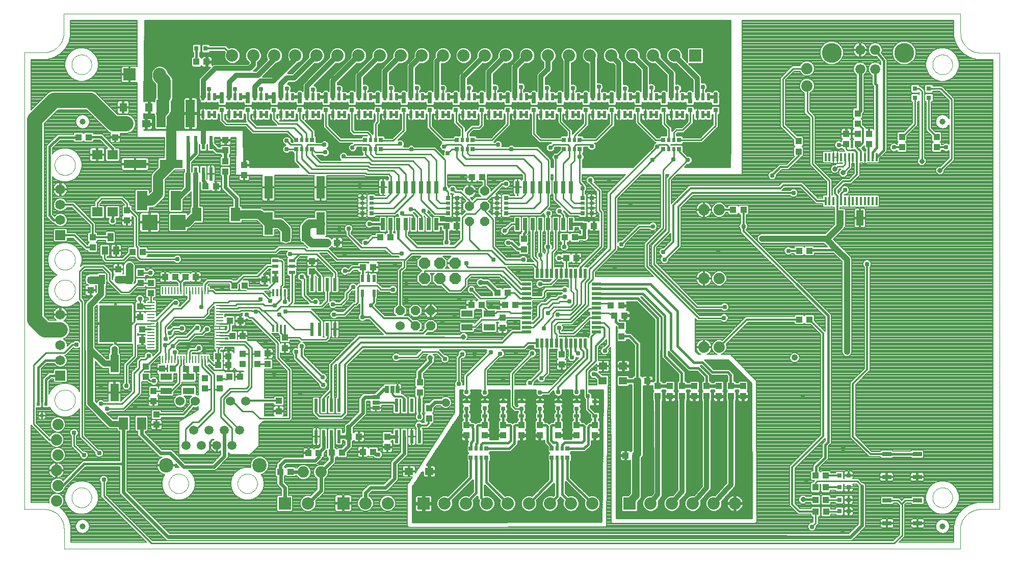
<source format=gtl>
G75*
%MOIN*%
%OFA0B0*%
%FSLAX24Y24*%
%IPPOS*%
%LPD*%
%AMOC8*
5,1,8,0,0,1.08239X$1,22.5*
%
%ADD10C,0.0000*%
%ADD11R,0.0591X0.0197*%
%ADD12R,0.0197X0.0591*%
%ADD13R,0.0433X0.0394*%
%ADD14R,0.0394X0.0433*%
%ADD15R,0.0531X0.0472*%
%ADD16C,0.0650*%
%ADD17R,0.0650X0.0650*%
%ADD18OC8,0.0740*%
%ADD19R,0.0748X0.0433*%
%ADD20R,0.0315X0.0315*%
%ADD21R,0.0137X0.0550*%
%ADD22R,0.0472X0.0984*%
%ADD23R,0.0236X0.0866*%
%ADD24C,0.0740*%
%ADD25R,0.0256X0.0315*%
%ADD26R,0.0197X0.0315*%
%ADD27R,0.0800X0.0800*%
%ADD28C,0.0800*%
%ADD29R,0.0240X0.0870*%
%ADD30R,0.0500X0.0250*%
%ADD31R,0.0250X0.0500*%
%ADD32R,0.0394X0.0551*%
%ADD33R,0.2126X0.2441*%
%ADD34R,0.0394X0.0630*%
%ADD35C,0.0660*%
%ADD36C,0.1300*%
%ADD37R,0.0098X0.0472*%
%ADD38R,0.0472X0.0098*%
%ADD39C,0.0945*%
%ADD40C,0.0591*%
%ADD41C,0.0600*%
%ADD42R,0.0394X0.0236*%
%ADD43R,0.0425X0.0413*%
%ADD44R,0.0413X0.0425*%
%ADD45R,0.0591X0.0787*%
%ADD46R,0.0138X0.0472*%
%ADD47R,0.0551X0.1181*%
%ADD48C,0.0394*%
%ADD49R,0.0600X0.0300*%
%ADD50R,0.0197X0.0512*%
%ADD51R,0.0551X0.1496*%
%ADD52R,0.1000X0.1000*%
%ADD53R,0.0709X0.1260*%
%ADD54R,0.1496X0.0551*%
%ADD55R,0.0200X0.0500*%
%ADD56R,0.0701X0.0610*%
%ADD57R,0.0260X0.0800*%
%ADD58OC8,0.0600*%
%ADD59R,0.0315X0.0256*%
%ADD60R,0.0315X0.0197*%
%ADD61R,0.0327X0.0248*%
%ADD62R,0.0630X0.0866*%
%ADD63R,0.0591X0.1811*%
%ADD64R,0.0500X0.0579*%
%ADD65R,0.0236X0.0217*%
%ADD66C,0.0310*%
%ADD67C,0.0080*%
%ADD68C,0.0240*%
%ADD69C,0.0100*%
%ADD70C,0.0120*%
%ADD71C,0.0320*%
%ADD72C,0.0500*%
%ADD73C,0.0160*%
%ADD74C,0.0400*%
%ADD75C,0.0357*%
%ADD76OC8,0.0310*%
%ADD77C,0.0560*%
%ADD78C,0.1000*%
%ADD79C,0.0660*%
%ADD80C,0.0396*%
%ADD81C,0.0860*%
D10*
X002740Y001447D02*
X002738Y001516D01*
X002732Y001586D01*
X002723Y001655D01*
X002710Y001723D01*
X002693Y001790D01*
X002673Y001857D01*
X002649Y001922D01*
X002621Y001986D01*
X002591Y002048D01*
X002556Y002108D01*
X002519Y002167D01*
X002478Y002223D01*
X002435Y002278D01*
X002388Y002329D01*
X002339Y002378D01*
X002288Y002425D01*
X002233Y002468D01*
X002177Y002509D01*
X002118Y002546D01*
X002058Y002581D01*
X001996Y002611D01*
X001932Y002639D01*
X001867Y002663D01*
X001800Y002683D01*
X001733Y002700D01*
X001665Y002713D01*
X001596Y002722D01*
X001526Y002728D01*
X001457Y002730D01*
X000150Y002730D01*
X000150Y002722D02*
X000150Y032630D01*
X001409Y032630D01*
X001481Y032632D01*
X001552Y032638D01*
X001623Y032647D01*
X001693Y032661D01*
X001762Y032678D01*
X001831Y032699D01*
X001898Y032724D01*
X001964Y032752D01*
X002028Y032784D01*
X002090Y032819D01*
X002150Y032858D01*
X002208Y032899D01*
X002264Y032944D01*
X002317Y032992D01*
X002368Y033043D01*
X002416Y033096D01*
X002461Y033152D01*
X002502Y033210D01*
X002541Y033270D01*
X002576Y033332D01*
X002608Y033396D01*
X002636Y033462D01*
X002661Y033529D01*
X002682Y033598D01*
X002699Y033667D01*
X002713Y033737D01*
X002722Y033808D01*
X002728Y033879D01*
X002730Y033951D01*
X002730Y035190D01*
X061370Y035190D01*
X061370Y033925D01*
X061372Y033854D01*
X061378Y033784D01*
X061387Y033714D01*
X061401Y033644D01*
X061418Y033576D01*
X061438Y033508D01*
X061463Y033442D01*
X061491Y033377D01*
X061522Y033314D01*
X061557Y033252D01*
X061595Y033193D01*
X061636Y033135D01*
X061680Y033080D01*
X061728Y033028D01*
X061778Y032978D01*
X061830Y032930D01*
X061885Y032886D01*
X061943Y032845D01*
X062002Y032807D01*
X062064Y032772D01*
X062127Y032741D01*
X062192Y032713D01*
X062258Y032688D01*
X062326Y032668D01*
X062394Y032651D01*
X062464Y032637D01*
X062534Y032628D01*
X062604Y032622D01*
X062675Y032620D01*
X063930Y032620D01*
X063930Y002730D01*
X062702Y002730D01*
X062631Y002728D01*
X062561Y002723D01*
X062491Y002713D01*
X062421Y002700D01*
X062352Y002684D01*
X062284Y002664D01*
X062217Y002640D01*
X062152Y002613D01*
X062088Y002583D01*
X062026Y002549D01*
X061966Y002512D01*
X061907Y002472D01*
X061851Y002429D01*
X061797Y002383D01*
X061746Y002334D01*
X061697Y002283D01*
X061651Y002229D01*
X061608Y002173D01*
X061568Y002114D01*
X061531Y002054D01*
X061497Y001992D01*
X061467Y001928D01*
X061440Y001863D01*
X061416Y001796D01*
X061396Y001728D01*
X061380Y001659D01*
X061367Y001589D01*
X061357Y001519D01*
X061352Y001449D01*
X061350Y001378D01*
X061350Y000150D01*
X002740Y000150D01*
X002740Y001447D01*
X003240Y003496D02*
X003242Y003546D01*
X003248Y003596D01*
X003258Y003646D01*
X003271Y003694D01*
X003288Y003742D01*
X003309Y003788D01*
X003333Y003832D01*
X003361Y003874D01*
X003392Y003914D01*
X003426Y003951D01*
X003463Y003986D01*
X003502Y004017D01*
X003543Y004046D01*
X003587Y004071D01*
X003633Y004093D01*
X003680Y004111D01*
X003728Y004125D01*
X003777Y004136D01*
X003827Y004143D01*
X003877Y004146D01*
X003928Y004145D01*
X003978Y004140D01*
X004028Y004131D01*
X004076Y004119D01*
X004124Y004102D01*
X004170Y004082D01*
X004215Y004059D01*
X004258Y004032D01*
X004298Y004002D01*
X004336Y003969D01*
X004371Y003933D01*
X004404Y003894D01*
X004433Y003853D01*
X004459Y003810D01*
X004482Y003765D01*
X004501Y003718D01*
X004516Y003670D01*
X004528Y003621D01*
X004536Y003571D01*
X004540Y003521D01*
X004540Y003471D01*
X004536Y003421D01*
X004528Y003371D01*
X004516Y003322D01*
X004501Y003274D01*
X004482Y003227D01*
X004459Y003182D01*
X004433Y003139D01*
X004404Y003098D01*
X004371Y003059D01*
X004336Y003023D01*
X004298Y002990D01*
X004258Y002960D01*
X004215Y002933D01*
X004170Y002910D01*
X004124Y002890D01*
X004076Y002873D01*
X004028Y002861D01*
X003978Y002852D01*
X003928Y002847D01*
X003877Y002846D01*
X003827Y002849D01*
X003777Y002856D01*
X003728Y002867D01*
X003680Y002881D01*
X003633Y002899D01*
X003587Y002921D01*
X003543Y002946D01*
X003502Y002975D01*
X003463Y003006D01*
X003426Y003041D01*
X003392Y003078D01*
X003361Y003118D01*
X003333Y003160D01*
X003309Y003204D01*
X003288Y003250D01*
X003271Y003298D01*
X003258Y003346D01*
X003248Y003396D01*
X003242Y003446D01*
X003240Y003496D01*
X009595Y004410D02*
X009597Y004460D01*
X009603Y004510D01*
X009613Y004559D01*
X009626Y004608D01*
X009644Y004655D01*
X009665Y004701D01*
X009689Y004744D01*
X009717Y004786D01*
X009748Y004826D01*
X009782Y004863D01*
X009819Y004897D01*
X009859Y004928D01*
X009901Y004956D01*
X009944Y004980D01*
X009990Y005001D01*
X010037Y005019D01*
X010086Y005032D01*
X010135Y005042D01*
X010185Y005048D01*
X010235Y005050D01*
X010285Y005048D01*
X010335Y005042D01*
X010384Y005032D01*
X010433Y005019D01*
X010480Y005001D01*
X010526Y004980D01*
X010569Y004956D01*
X010611Y004928D01*
X010651Y004897D01*
X010688Y004863D01*
X010722Y004826D01*
X010753Y004786D01*
X010781Y004744D01*
X010805Y004701D01*
X010826Y004655D01*
X010844Y004608D01*
X010857Y004559D01*
X010867Y004510D01*
X010873Y004460D01*
X010875Y004410D01*
X010873Y004360D01*
X010867Y004310D01*
X010857Y004261D01*
X010844Y004212D01*
X010826Y004165D01*
X010805Y004119D01*
X010781Y004076D01*
X010753Y004034D01*
X010722Y003994D01*
X010688Y003957D01*
X010651Y003923D01*
X010611Y003892D01*
X010569Y003864D01*
X010526Y003840D01*
X010480Y003819D01*
X010433Y003801D01*
X010384Y003788D01*
X010335Y003778D01*
X010285Y003772D01*
X010235Y003770D01*
X010185Y003772D01*
X010135Y003778D01*
X010086Y003788D01*
X010037Y003801D01*
X009990Y003819D01*
X009944Y003840D01*
X009901Y003864D01*
X009859Y003892D01*
X009819Y003923D01*
X009782Y003957D01*
X009748Y003994D01*
X009717Y004034D01*
X009689Y004076D01*
X009665Y004119D01*
X009644Y004165D01*
X009626Y004212D01*
X009613Y004261D01*
X009603Y004310D01*
X009597Y004360D01*
X009595Y004410D01*
X014095Y004410D02*
X014097Y004460D01*
X014103Y004510D01*
X014113Y004559D01*
X014126Y004608D01*
X014144Y004655D01*
X014165Y004701D01*
X014189Y004744D01*
X014217Y004786D01*
X014248Y004826D01*
X014282Y004863D01*
X014319Y004897D01*
X014359Y004928D01*
X014401Y004956D01*
X014444Y004980D01*
X014490Y005001D01*
X014537Y005019D01*
X014586Y005032D01*
X014635Y005042D01*
X014685Y005048D01*
X014735Y005050D01*
X014785Y005048D01*
X014835Y005042D01*
X014884Y005032D01*
X014933Y005019D01*
X014980Y005001D01*
X015026Y004980D01*
X015069Y004956D01*
X015111Y004928D01*
X015151Y004897D01*
X015188Y004863D01*
X015222Y004826D01*
X015253Y004786D01*
X015281Y004744D01*
X015305Y004701D01*
X015326Y004655D01*
X015344Y004608D01*
X015357Y004559D01*
X015367Y004510D01*
X015373Y004460D01*
X015375Y004410D01*
X015373Y004360D01*
X015367Y004310D01*
X015357Y004261D01*
X015344Y004212D01*
X015326Y004165D01*
X015305Y004119D01*
X015281Y004076D01*
X015253Y004034D01*
X015222Y003994D01*
X015188Y003957D01*
X015151Y003923D01*
X015111Y003892D01*
X015069Y003864D01*
X015026Y003840D01*
X014980Y003819D01*
X014933Y003801D01*
X014884Y003788D01*
X014835Y003778D01*
X014785Y003772D01*
X014735Y003770D01*
X014685Y003772D01*
X014635Y003778D01*
X014586Y003788D01*
X014537Y003801D01*
X014490Y003819D01*
X014444Y003840D01*
X014401Y003864D01*
X014359Y003892D01*
X014319Y003923D01*
X014282Y003957D01*
X014248Y003994D01*
X014217Y004034D01*
X014189Y004076D01*
X014165Y004119D01*
X014144Y004165D01*
X014126Y004212D01*
X014113Y004261D01*
X014103Y004310D01*
X014097Y004360D01*
X014095Y004410D01*
X002130Y009880D02*
X002132Y009931D01*
X002138Y009982D01*
X002148Y010033D01*
X002161Y010082D01*
X002179Y010130D01*
X002200Y010177D01*
X002224Y010222D01*
X002252Y010265D01*
X002283Y010306D01*
X002317Y010345D01*
X002354Y010380D01*
X002394Y010413D01*
X002436Y010442D01*
X002480Y010469D01*
X002526Y010491D01*
X002574Y010511D01*
X002622Y010526D01*
X002672Y010538D01*
X002723Y010546D01*
X002774Y010550D01*
X002826Y010550D01*
X002877Y010546D01*
X002928Y010538D01*
X002978Y010526D01*
X003026Y010511D01*
X003074Y010491D01*
X003120Y010469D01*
X003164Y010442D01*
X003206Y010413D01*
X003246Y010380D01*
X003283Y010345D01*
X003317Y010306D01*
X003348Y010265D01*
X003376Y010222D01*
X003400Y010177D01*
X003421Y010130D01*
X003439Y010082D01*
X003452Y010033D01*
X003462Y009982D01*
X003468Y009931D01*
X003470Y009880D01*
X003468Y009829D01*
X003462Y009778D01*
X003452Y009727D01*
X003439Y009678D01*
X003421Y009630D01*
X003400Y009583D01*
X003376Y009538D01*
X003348Y009495D01*
X003317Y009454D01*
X003283Y009415D01*
X003246Y009380D01*
X003206Y009347D01*
X003164Y009318D01*
X003120Y009291D01*
X003074Y009269D01*
X003026Y009249D01*
X002978Y009234D01*
X002928Y009222D01*
X002877Y009214D01*
X002826Y009210D01*
X002774Y009210D01*
X002723Y009214D01*
X002672Y009222D01*
X002622Y009234D01*
X002574Y009249D01*
X002526Y009269D01*
X002480Y009291D01*
X002436Y009318D01*
X002394Y009347D01*
X002354Y009380D01*
X002317Y009415D01*
X002283Y009454D01*
X002252Y009495D01*
X002224Y009538D01*
X002200Y009583D01*
X002179Y009630D01*
X002161Y009678D01*
X002148Y009727D01*
X002138Y009778D01*
X002132Y009829D01*
X002130Y009880D01*
X002130Y017080D02*
X002132Y017131D01*
X002138Y017182D01*
X002148Y017233D01*
X002161Y017282D01*
X002179Y017330D01*
X002200Y017377D01*
X002224Y017422D01*
X002252Y017465D01*
X002283Y017506D01*
X002317Y017545D01*
X002354Y017580D01*
X002394Y017613D01*
X002436Y017642D01*
X002480Y017669D01*
X002526Y017691D01*
X002574Y017711D01*
X002622Y017726D01*
X002672Y017738D01*
X002723Y017746D01*
X002774Y017750D01*
X002826Y017750D01*
X002877Y017746D01*
X002928Y017738D01*
X002978Y017726D01*
X003026Y017711D01*
X003074Y017691D01*
X003120Y017669D01*
X003164Y017642D01*
X003206Y017613D01*
X003246Y017580D01*
X003283Y017545D01*
X003317Y017506D01*
X003348Y017465D01*
X003376Y017422D01*
X003400Y017377D01*
X003421Y017330D01*
X003439Y017282D01*
X003452Y017233D01*
X003462Y017182D01*
X003468Y017131D01*
X003470Y017080D01*
X003468Y017029D01*
X003462Y016978D01*
X003452Y016927D01*
X003439Y016878D01*
X003421Y016830D01*
X003400Y016783D01*
X003376Y016738D01*
X003348Y016695D01*
X003317Y016654D01*
X003283Y016615D01*
X003246Y016580D01*
X003206Y016547D01*
X003164Y016518D01*
X003120Y016491D01*
X003074Y016469D01*
X003026Y016449D01*
X002978Y016434D01*
X002928Y016422D01*
X002877Y016414D01*
X002826Y016410D01*
X002774Y016410D01*
X002723Y016414D01*
X002672Y016422D01*
X002622Y016434D01*
X002574Y016449D01*
X002526Y016469D01*
X002480Y016491D01*
X002436Y016518D01*
X002394Y016547D01*
X002354Y016580D01*
X002317Y016615D01*
X002283Y016654D01*
X002252Y016695D01*
X002224Y016738D01*
X002200Y016783D01*
X002179Y016830D01*
X002161Y016878D01*
X002148Y016927D01*
X002138Y016978D01*
X002132Y017029D01*
X002130Y017080D01*
X002130Y019070D02*
X002132Y019121D01*
X002138Y019172D01*
X002148Y019223D01*
X002161Y019272D01*
X002179Y019320D01*
X002200Y019367D01*
X002224Y019412D01*
X002252Y019455D01*
X002283Y019496D01*
X002317Y019535D01*
X002354Y019570D01*
X002394Y019603D01*
X002436Y019632D01*
X002480Y019659D01*
X002526Y019681D01*
X002574Y019701D01*
X002622Y019716D01*
X002672Y019728D01*
X002723Y019736D01*
X002774Y019740D01*
X002826Y019740D01*
X002877Y019736D01*
X002928Y019728D01*
X002978Y019716D01*
X003026Y019701D01*
X003074Y019681D01*
X003120Y019659D01*
X003164Y019632D01*
X003206Y019603D01*
X003246Y019570D01*
X003283Y019535D01*
X003317Y019496D01*
X003348Y019455D01*
X003376Y019412D01*
X003400Y019367D01*
X003421Y019320D01*
X003439Y019272D01*
X003452Y019223D01*
X003462Y019172D01*
X003468Y019121D01*
X003470Y019070D01*
X003468Y019019D01*
X003462Y018968D01*
X003452Y018917D01*
X003439Y018868D01*
X003421Y018820D01*
X003400Y018773D01*
X003376Y018728D01*
X003348Y018685D01*
X003317Y018644D01*
X003283Y018605D01*
X003246Y018570D01*
X003206Y018537D01*
X003164Y018508D01*
X003120Y018481D01*
X003074Y018459D01*
X003026Y018439D01*
X002978Y018424D01*
X002928Y018412D01*
X002877Y018404D01*
X002826Y018400D01*
X002774Y018400D01*
X002723Y018404D01*
X002672Y018412D01*
X002622Y018424D01*
X002574Y018439D01*
X002526Y018459D01*
X002480Y018481D01*
X002436Y018508D01*
X002394Y018537D01*
X002354Y018570D01*
X002317Y018605D01*
X002283Y018644D01*
X002252Y018685D01*
X002224Y018728D01*
X002200Y018773D01*
X002179Y018820D01*
X002161Y018868D01*
X002148Y018917D01*
X002138Y018968D01*
X002132Y019019D01*
X002130Y019070D01*
X002130Y025270D02*
X002132Y025321D01*
X002138Y025372D01*
X002148Y025423D01*
X002161Y025472D01*
X002179Y025520D01*
X002200Y025567D01*
X002224Y025612D01*
X002252Y025655D01*
X002283Y025696D01*
X002317Y025735D01*
X002354Y025770D01*
X002394Y025803D01*
X002436Y025832D01*
X002480Y025859D01*
X002526Y025881D01*
X002574Y025901D01*
X002622Y025916D01*
X002672Y025928D01*
X002723Y025936D01*
X002774Y025940D01*
X002826Y025940D01*
X002877Y025936D01*
X002928Y025928D01*
X002978Y025916D01*
X003026Y025901D01*
X003074Y025881D01*
X003120Y025859D01*
X003164Y025832D01*
X003206Y025803D01*
X003246Y025770D01*
X003283Y025735D01*
X003317Y025696D01*
X003348Y025655D01*
X003376Y025612D01*
X003400Y025567D01*
X003421Y025520D01*
X003439Y025472D01*
X003452Y025423D01*
X003462Y025372D01*
X003468Y025321D01*
X003470Y025270D01*
X003468Y025219D01*
X003462Y025168D01*
X003452Y025117D01*
X003439Y025068D01*
X003421Y025020D01*
X003400Y024973D01*
X003376Y024928D01*
X003348Y024885D01*
X003317Y024844D01*
X003283Y024805D01*
X003246Y024770D01*
X003206Y024737D01*
X003164Y024708D01*
X003120Y024681D01*
X003074Y024659D01*
X003026Y024639D01*
X002978Y024624D01*
X002928Y024612D01*
X002877Y024604D01*
X002826Y024600D01*
X002774Y024600D01*
X002723Y024604D01*
X002672Y024612D01*
X002622Y024624D01*
X002574Y024639D01*
X002526Y024659D01*
X002480Y024681D01*
X002436Y024708D01*
X002394Y024737D01*
X002354Y024770D01*
X002317Y024805D01*
X002283Y024844D01*
X002252Y024885D01*
X002224Y024928D01*
X002200Y024973D01*
X002179Y025020D01*
X002161Y025068D01*
X002148Y025117D01*
X002138Y025168D01*
X002132Y025219D01*
X002130Y025270D01*
X003240Y031846D02*
X003242Y031896D01*
X003248Y031946D01*
X003258Y031996D01*
X003271Y032044D01*
X003288Y032092D01*
X003309Y032138D01*
X003333Y032182D01*
X003361Y032224D01*
X003392Y032264D01*
X003426Y032301D01*
X003463Y032336D01*
X003502Y032367D01*
X003543Y032396D01*
X003587Y032421D01*
X003633Y032443D01*
X003680Y032461D01*
X003728Y032475D01*
X003777Y032486D01*
X003827Y032493D01*
X003877Y032496D01*
X003928Y032495D01*
X003978Y032490D01*
X004028Y032481D01*
X004076Y032469D01*
X004124Y032452D01*
X004170Y032432D01*
X004215Y032409D01*
X004258Y032382D01*
X004298Y032352D01*
X004336Y032319D01*
X004371Y032283D01*
X004404Y032244D01*
X004433Y032203D01*
X004459Y032160D01*
X004482Y032115D01*
X004501Y032068D01*
X004516Y032020D01*
X004528Y031971D01*
X004536Y031921D01*
X004540Y031871D01*
X004540Y031821D01*
X004536Y031771D01*
X004528Y031721D01*
X004516Y031672D01*
X004501Y031624D01*
X004482Y031577D01*
X004459Y031532D01*
X004433Y031489D01*
X004404Y031448D01*
X004371Y031409D01*
X004336Y031373D01*
X004298Y031340D01*
X004258Y031310D01*
X004215Y031283D01*
X004170Y031260D01*
X004124Y031240D01*
X004076Y031223D01*
X004028Y031211D01*
X003978Y031202D01*
X003928Y031197D01*
X003877Y031196D01*
X003827Y031199D01*
X003777Y031206D01*
X003728Y031217D01*
X003680Y031231D01*
X003633Y031249D01*
X003587Y031271D01*
X003543Y031296D01*
X003502Y031325D01*
X003463Y031356D01*
X003426Y031391D01*
X003392Y031428D01*
X003361Y031468D01*
X003333Y031510D01*
X003309Y031554D01*
X003288Y031600D01*
X003271Y031648D01*
X003258Y031696D01*
X003248Y031746D01*
X003242Y031796D01*
X003240Y031846D01*
X059539Y031846D02*
X059541Y031896D01*
X059547Y031946D01*
X059557Y031996D01*
X059570Y032044D01*
X059587Y032092D01*
X059608Y032138D01*
X059632Y032182D01*
X059660Y032224D01*
X059691Y032264D01*
X059725Y032301D01*
X059762Y032336D01*
X059801Y032367D01*
X059842Y032396D01*
X059886Y032421D01*
X059932Y032443D01*
X059979Y032461D01*
X060027Y032475D01*
X060076Y032486D01*
X060126Y032493D01*
X060176Y032496D01*
X060227Y032495D01*
X060277Y032490D01*
X060327Y032481D01*
X060375Y032469D01*
X060423Y032452D01*
X060469Y032432D01*
X060514Y032409D01*
X060557Y032382D01*
X060597Y032352D01*
X060635Y032319D01*
X060670Y032283D01*
X060703Y032244D01*
X060732Y032203D01*
X060758Y032160D01*
X060781Y032115D01*
X060800Y032068D01*
X060815Y032020D01*
X060827Y031971D01*
X060835Y031921D01*
X060839Y031871D01*
X060839Y031821D01*
X060835Y031771D01*
X060827Y031721D01*
X060815Y031672D01*
X060800Y031624D01*
X060781Y031577D01*
X060758Y031532D01*
X060732Y031489D01*
X060703Y031448D01*
X060670Y031409D01*
X060635Y031373D01*
X060597Y031340D01*
X060557Y031310D01*
X060514Y031283D01*
X060469Y031260D01*
X060423Y031240D01*
X060375Y031223D01*
X060327Y031211D01*
X060277Y031202D01*
X060227Y031197D01*
X060176Y031196D01*
X060126Y031199D01*
X060076Y031206D01*
X060027Y031217D01*
X059979Y031231D01*
X059932Y031249D01*
X059886Y031271D01*
X059842Y031296D01*
X059801Y031325D01*
X059762Y031356D01*
X059725Y031391D01*
X059691Y031428D01*
X059660Y031468D01*
X059632Y031510D01*
X059608Y031554D01*
X059587Y031600D01*
X059570Y031648D01*
X059557Y031696D01*
X059547Y031746D01*
X059541Y031796D01*
X059539Y031846D01*
X059539Y003500D02*
X059541Y003550D01*
X059547Y003600D01*
X059557Y003650D01*
X059570Y003698D01*
X059587Y003746D01*
X059608Y003792D01*
X059632Y003836D01*
X059660Y003878D01*
X059691Y003918D01*
X059725Y003955D01*
X059762Y003990D01*
X059801Y004021D01*
X059842Y004050D01*
X059886Y004075D01*
X059932Y004097D01*
X059979Y004115D01*
X060027Y004129D01*
X060076Y004140D01*
X060126Y004147D01*
X060176Y004150D01*
X060227Y004149D01*
X060277Y004144D01*
X060327Y004135D01*
X060375Y004123D01*
X060423Y004106D01*
X060469Y004086D01*
X060514Y004063D01*
X060557Y004036D01*
X060597Y004006D01*
X060635Y003973D01*
X060670Y003937D01*
X060703Y003898D01*
X060732Y003857D01*
X060758Y003814D01*
X060781Y003769D01*
X060800Y003722D01*
X060815Y003674D01*
X060827Y003625D01*
X060835Y003575D01*
X060839Y003525D01*
X060839Y003475D01*
X060835Y003425D01*
X060827Y003375D01*
X060815Y003326D01*
X060800Y003278D01*
X060781Y003231D01*
X060758Y003186D01*
X060732Y003143D01*
X060703Y003102D01*
X060670Y003063D01*
X060635Y003027D01*
X060597Y002994D01*
X060557Y002964D01*
X060514Y002937D01*
X060469Y002914D01*
X060423Y002894D01*
X060375Y002877D01*
X060327Y002865D01*
X060277Y002856D01*
X060227Y002851D01*
X060176Y002850D01*
X060126Y002853D01*
X060076Y002860D01*
X060027Y002871D01*
X059979Y002885D01*
X059932Y002903D01*
X059886Y002925D01*
X059842Y002950D01*
X059801Y002979D01*
X059762Y003010D01*
X059725Y003045D01*
X059691Y003082D01*
X059660Y003122D01*
X059632Y003164D01*
X059608Y003208D01*
X059587Y003254D01*
X059570Y003302D01*
X059557Y003350D01*
X059547Y003400D01*
X059541Y003450D01*
X059539Y003500D01*
D11*
X037543Y014325D03*
X037543Y014640D03*
X037543Y014955D03*
X037543Y015270D03*
X037543Y015585D03*
X037543Y015900D03*
X037543Y016215D03*
X037543Y016530D03*
X037543Y016845D03*
X037543Y017160D03*
X037543Y017475D03*
X032977Y017475D03*
X032977Y017160D03*
X032977Y016845D03*
X032977Y016530D03*
X032977Y016215D03*
X032977Y015900D03*
X032977Y015585D03*
X032977Y015270D03*
X032977Y014955D03*
X032977Y014640D03*
X032977Y014325D03*
D12*
X033685Y013617D03*
X034000Y013617D03*
X034315Y013617D03*
X034630Y013617D03*
X034945Y013617D03*
X035260Y013617D03*
X035575Y013617D03*
X035890Y013617D03*
X036205Y013617D03*
X036520Y013617D03*
X036835Y013617D03*
X036835Y018183D03*
X036520Y018183D03*
X036205Y018183D03*
X035890Y018183D03*
X035575Y018183D03*
X035260Y018183D03*
X034945Y018183D03*
X034630Y018183D03*
X034315Y018183D03*
X034000Y018183D03*
X033685Y018183D03*
D13*
X035575Y019180D03*
X036245Y019180D03*
X036145Y020540D03*
X035475Y020540D03*
X036735Y021290D03*
X037405Y021290D03*
X030095Y024490D03*
X029425Y024490D03*
X028435Y021270D03*
X027765Y021270D03*
X024095Y020530D03*
X023426Y020530D03*
X022965Y018570D03*
X022295Y018570D03*
X029375Y016110D03*
X030045Y016110D03*
X031075Y016920D03*
X031745Y016920D03*
X031575Y016120D03*
X032245Y016120D03*
X038505Y016060D03*
X039175Y016060D03*
X039395Y015420D03*
X038725Y015420D03*
X040235Y011140D03*
X040905Y011140D03*
X040125Y006254D03*
X039455Y006254D03*
X051885Y004940D03*
X052555Y004940D03*
X051485Y015150D03*
X050815Y015150D03*
X050815Y019650D03*
X051485Y019650D03*
X047175Y022340D03*
X046505Y022340D03*
X022035Y007490D03*
X021365Y007490D03*
X020925Y006430D03*
X020255Y006430D03*
X019405Y006420D03*
X018735Y006420D03*
X017565Y005190D03*
X016895Y005190D03*
X022295Y006490D03*
X022965Y006490D03*
X016780Y009155D03*
X016780Y009825D03*
X012910Y010635D03*
X012910Y011305D03*
X011940Y011305D03*
X011940Y010635D03*
X011387Y011918D03*
X010717Y011918D03*
X008090Y012065D03*
X008090Y011395D03*
X008790Y008935D03*
X008790Y008265D03*
X014420Y012235D03*
X014420Y012905D03*
X015390Y012905D03*
X015390Y012235D03*
X008430Y016885D03*
X008430Y017555D03*
X007750Y017545D03*
X007750Y018215D03*
X009365Y017930D03*
X010035Y017930D03*
X010685Y017930D03*
X011355Y017930D03*
X012005Y023880D03*
X012675Y023880D03*
X013300Y024845D03*
X013300Y025515D03*
X013300Y026225D03*
X013300Y026895D03*
X004355Y027090D03*
X003685Y027090D03*
D14*
X006090Y027085D03*
X006090Y027755D03*
X011394Y032030D03*
X012064Y032030D03*
X014530Y025275D03*
X014530Y024605D03*
X006860Y022305D03*
X006860Y021635D03*
X004620Y020535D03*
X004620Y019865D03*
X006280Y018435D03*
X006280Y017765D03*
X007225Y019580D03*
X007895Y019580D03*
X013875Y017390D03*
X014545Y017390D03*
X014425Y014070D03*
X013755Y014070D03*
X008590Y010485D03*
X008590Y009815D03*
X023880Y007465D03*
X023880Y006795D03*
X026610Y008685D03*
X026610Y009355D03*
X026010Y010365D03*
X026010Y011035D03*
X029050Y008245D03*
X029050Y007575D03*
X030250Y007575D03*
X030250Y008245D03*
X031450Y008245D03*
X032650Y008245D03*
X032650Y007575D03*
X031450Y007575D03*
X033850Y007575D03*
X033850Y008245D03*
X035050Y008245D03*
X035050Y007575D03*
X036250Y007575D03*
X036250Y008245D03*
X037450Y008245D03*
X037450Y007575D03*
X041560Y010135D03*
X041560Y010805D03*
X042360Y010805D03*
X043150Y010805D03*
X043950Y010805D03*
X044750Y010805D03*
X044750Y010135D03*
X043950Y010135D03*
X043150Y010135D03*
X042360Y010135D03*
X045550Y010135D03*
X046350Y010135D03*
X047140Y010135D03*
X047140Y010805D03*
X046350Y010805D03*
X045550Y010805D03*
X039200Y014055D03*
X039200Y014725D03*
X035280Y012875D03*
X035280Y012205D03*
X031420Y014595D03*
X031420Y015265D03*
X032810Y019755D03*
X032810Y020425D03*
X050780Y026155D03*
X050780Y026825D03*
X053900Y026635D03*
X054640Y026634D03*
X055390Y026635D03*
X055390Y027305D03*
X054640Y027304D03*
X053900Y027305D03*
X054650Y027985D03*
X054650Y028655D03*
X057550Y027105D03*
X057550Y026435D03*
X059820Y026435D03*
X059820Y027105D03*
X052555Y004160D03*
X051885Y004160D03*
X051895Y003350D03*
X052565Y003350D03*
X052575Y002580D03*
X051905Y002580D03*
D15*
X039290Y011140D03*
X037971Y011140D03*
X037981Y012110D03*
X039300Y012110D03*
X026619Y005210D03*
X025300Y005210D03*
X018570Y020520D03*
X017251Y020520D03*
X008109Y027970D03*
X006790Y027970D03*
D16*
X002500Y023670D03*
X002500Y022670D03*
X002500Y021670D03*
X002500Y015480D03*
X002500Y014480D03*
X002500Y013480D03*
X002500Y012480D03*
D17*
X002500Y011480D03*
X002500Y020670D03*
D18*
X026310Y018840D03*
X027310Y018840D03*
X028310Y018840D03*
X028310Y017840D03*
X027310Y017840D03*
X026310Y017840D03*
D19*
X029102Y015553D03*
X029102Y014647D03*
X030558Y014647D03*
X030558Y015553D03*
X010878Y011393D03*
X009422Y011393D03*
X009422Y010487D03*
X010878Y010487D03*
D20*
X013060Y028861D03*
X013060Y029451D03*
X014760Y029451D03*
X014760Y028861D03*
X016460Y028861D03*
X016460Y029451D03*
X018160Y029451D03*
X018160Y028861D03*
X019860Y028861D03*
X019860Y029451D03*
X021560Y029451D03*
X021560Y028861D03*
X023260Y028865D03*
X023260Y029455D03*
X024960Y029455D03*
X024960Y028865D03*
X026660Y028865D03*
X026660Y029455D03*
X028360Y029455D03*
X028360Y028865D03*
X030060Y028865D03*
X030060Y029455D03*
X031760Y029455D03*
X031760Y028865D03*
X033460Y028865D03*
X033460Y029455D03*
X035160Y029455D03*
X035160Y028865D03*
X036860Y028865D03*
X036860Y029455D03*
X038560Y029455D03*
X038560Y028865D03*
X040259Y028865D03*
X040259Y029455D03*
X041970Y029455D03*
X041970Y028865D03*
X043681Y028865D03*
X043681Y029455D03*
X045342Y029455D03*
X045342Y028865D03*
X058400Y029675D03*
X059300Y029675D03*
X059300Y030265D03*
X058400Y030265D03*
X054045Y004940D03*
X053455Y004940D03*
X053455Y004160D03*
X054045Y004160D03*
X054045Y003340D03*
X053455Y003340D03*
X053455Y002600D03*
X054045Y002600D03*
X011994Y032910D03*
X011404Y032910D03*
D21*
X052547Y025789D03*
X052803Y025789D03*
X053058Y025789D03*
X053314Y025789D03*
X053570Y025789D03*
X053826Y025789D03*
X054082Y025789D03*
X054338Y025789D03*
X054594Y025789D03*
X054850Y025789D03*
X055106Y025789D03*
X055362Y025789D03*
X055617Y025789D03*
X055873Y025789D03*
X055873Y022911D03*
X055617Y022911D03*
X055362Y022911D03*
X055106Y022911D03*
X054850Y022911D03*
X054594Y022911D03*
X054338Y022911D03*
X054082Y022911D03*
X053826Y022911D03*
X053570Y022911D03*
X053314Y022911D03*
X053058Y022911D03*
X052803Y022911D03*
X052547Y022911D03*
D22*
X053489Y021793D03*
X054789Y021793D03*
D23*
X020730Y009534D03*
X020230Y009534D03*
X019730Y009534D03*
X019230Y009534D03*
X019230Y007486D03*
X019730Y007486D03*
X020230Y007486D03*
X020730Y007486D03*
X012350Y024686D03*
X011850Y024686D03*
X011350Y024686D03*
X010850Y024686D03*
X010850Y026734D03*
X011350Y026734D03*
X011850Y026734D03*
X012350Y026734D03*
D24*
X044590Y022340D03*
X045590Y022340D03*
X045590Y017840D03*
X044590Y017840D03*
X044590Y013340D03*
X045590Y013340D03*
X019540Y005160D03*
X018400Y005160D03*
X002340Y004280D03*
X002240Y005280D03*
X002340Y006280D03*
X002240Y007280D03*
X002340Y008280D03*
X002240Y003280D03*
X051330Y030450D03*
X051330Y031590D03*
D25*
X042962Y026905D03*
X042962Y026315D03*
X041938Y026315D03*
X041938Y026905D03*
X036462Y026905D03*
X035438Y026905D03*
X035438Y026315D03*
X036462Y026315D03*
X029462Y026315D03*
X028438Y026315D03*
X028438Y026905D03*
X029462Y026905D03*
X023462Y026905D03*
X023462Y026315D03*
X022438Y026315D03*
X022438Y026905D03*
X018962Y026905D03*
X018962Y026315D03*
X017938Y026315D03*
X017938Y026905D03*
X029338Y006705D03*
X029338Y006115D03*
X030362Y006115D03*
X030362Y006705D03*
X034638Y006705D03*
X034638Y006115D03*
X035662Y006115D03*
X035662Y006705D03*
D26*
X035307Y006705D03*
X034993Y006705D03*
X034993Y006115D03*
X035307Y006115D03*
X030007Y006115D03*
X029693Y006115D03*
X029693Y006705D03*
X030007Y006705D03*
X029108Y026315D03*
X028793Y026315D03*
X028793Y026905D03*
X029108Y026905D03*
X023108Y026905D03*
X022793Y026905D03*
X022793Y026315D03*
X023108Y026315D03*
X018608Y026315D03*
X018293Y026315D03*
X018293Y026905D03*
X018608Y026905D03*
X035793Y026905D03*
X036108Y026905D03*
X036108Y026315D03*
X035793Y026315D03*
X042293Y026315D03*
X042608Y026315D03*
X042608Y026905D03*
X042293Y026905D03*
D27*
X044027Y032445D03*
X007030Y031200D03*
X017180Y003110D03*
X021010Y003120D03*
X026250Y003110D03*
X039720Y003120D03*
D28*
X041098Y003120D03*
X042476Y003120D03*
X043854Y003120D03*
X045232Y003120D03*
X046610Y003120D03*
X037274Y003110D03*
X035896Y003110D03*
X034518Y003110D03*
X033140Y003110D03*
X031762Y003110D03*
X030384Y003110D03*
X029006Y003110D03*
X027628Y003110D03*
X023906Y003120D03*
X022458Y003120D03*
X018698Y003110D03*
X008999Y031200D03*
X013736Y032445D03*
X015114Y032445D03*
X016492Y032445D03*
X017870Y032445D03*
X019248Y032445D03*
X020626Y032445D03*
X022004Y032445D03*
X023382Y032445D03*
X024760Y032445D03*
X026138Y032445D03*
X027515Y032445D03*
X028870Y032445D03*
X030248Y032445D03*
X031626Y032445D03*
X033004Y032445D03*
X034382Y032445D03*
X035760Y032445D03*
X037138Y032445D03*
X038515Y032445D03*
X039893Y032445D03*
X041271Y032445D03*
X042649Y032445D03*
D29*
X020470Y017450D03*
X019970Y017450D03*
X019470Y017450D03*
X018970Y017450D03*
X018970Y014515D03*
X019470Y014515D03*
X019970Y014515D03*
X020470Y014515D03*
X024480Y009540D03*
X024980Y009540D03*
X025480Y009540D03*
X025980Y009540D03*
X025980Y007480D03*
X025480Y007480D03*
X024980Y007480D03*
X024480Y007480D03*
D30*
X023140Y009360D03*
X023140Y009710D03*
X023140Y010060D03*
D31*
X023860Y010570D03*
X024210Y010570D03*
X024560Y010570D03*
D32*
X006154Y019667D03*
X005406Y019667D03*
X005780Y020533D03*
D33*
X006110Y014886D03*
D34*
X005212Y017760D03*
X007008Y017760D03*
D35*
X054810Y031551D03*
X055790Y031551D03*
X055790Y032811D03*
X054810Y032811D03*
D36*
X052950Y032611D03*
X057690Y032611D03*
D37*
X012146Y017034D03*
X011950Y017034D03*
X011753Y017034D03*
X011556Y017034D03*
X011359Y017034D03*
X011162Y017034D03*
X010965Y017034D03*
X010768Y017034D03*
X010572Y017034D03*
X010375Y017034D03*
X010178Y017034D03*
X009981Y017034D03*
X009784Y017034D03*
X009587Y017034D03*
X009390Y017034D03*
X009194Y017034D03*
X009194Y012546D03*
X009390Y012546D03*
X009587Y012546D03*
X009784Y012546D03*
X009981Y012546D03*
X010178Y012546D03*
X010375Y012546D03*
X010572Y012546D03*
X010768Y012546D03*
X010965Y012546D03*
X011162Y012546D03*
X011359Y012546D03*
X011556Y012546D03*
X011753Y012546D03*
X011950Y012546D03*
X012146Y012546D03*
D38*
X012914Y013314D03*
X012914Y013510D03*
X012914Y013707D03*
X012914Y013904D03*
X012914Y014101D03*
X012914Y014298D03*
X012914Y014495D03*
X012914Y014692D03*
X012914Y014888D03*
X012914Y015085D03*
X012914Y015282D03*
X012914Y015479D03*
X012914Y015676D03*
X012914Y015873D03*
X012914Y016070D03*
X012914Y016266D03*
X008426Y016266D03*
X008426Y016070D03*
X008426Y015873D03*
X008426Y015676D03*
X008426Y015479D03*
X008426Y015282D03*
X008426Y015085D03*
X008426Y014888D03*
X008426Y014692D03*
X008426Y014495D03*
X008426Y014298D03*
X008426Y014101D03*
X008426Y013904D03*
X008426Y013707D03*
X008426Y013510D03*
X008426Y013314D03*
D39*
X009435Y005610D03*
X015535Y005610D03*
D40*
X013735Y006910D03*
X012735Y006910D03*
X011735Y006910D03*
X010735Y006910D03*
X011235Y007910D03*
X012235Y007910D03*
X013235Y007910D03*
X014235Y007910D03*
D41*
X014635Y009810D03*
X013635Y009810D03*
X011335Y009810D03*
X010335Y009810D03*
X024720Y014730D03*
X029250Y023560D03*
D42*
X017655Y018996D03*
X017647Y018630D03*
X017647Y018256D03*
X016553Y018256D03*
X016561Y018626D03*
X016557Y019004D03*
D43*
X018970Y018984D03*
X018970Y018296D03*
X017190Y013974D03*
X017190Y013286D03*
X016060Y012924D03*
X016060Y012236D03*
X007870Y013806D03*
X007870Y014494D03*
X007730Y015316D03*
X007730Y016004D03*
X004480Y017066D03*
X004480Y017754D03*
D44*
X013586Y015060D03*
X014274Y015060D03*
X013504Y012740D03*
X013504Y012170D03*
X012816Y012170D03*
X012816Y012740D03*
X013566Y011400D03*
X014254Y011400D03*
X009844Y011930D03*
X009156Y011930D03*
X015866Y017760D03*
X016554Y017760D03*
X019916Y020190D03*
X020604Y020190D03*
D45*
X007811Y008350D03*
X006629Y008350D03*
D46*
X016416Y014588D03*
X016672Y014588D03*
X016928Y014588D03*
X017184Y014588D03*
X017184Y016892D03*
X016928Y016892D03*
X016672Y016892D03*
X016416Y016892D03*
D47*
X006040Y012265D03*
X006040Y010375D03*
D48*
X003950Y001610D03*
X003960Y028110D03*
X060200Y028110D03*
X060200Y001610D03*
D49*
X058560Y001810D03*
X056560Y001810D03*
X056560Y003310D03*
X058560Y003310D03*
X058540Y004850D03*
X056540Y004850D03*
X056540Y006350D03*
X058540Y006350D03*
D50*
X044890Y028589D03*
X044516Y028589D03*
X044142Y028589D03*
X043197Y028589D03*
X042823Y028589D03*
X042449Y028589D03*
X041490Y028589D03*
X041116Y028589D03*
X040742Y028589D03*
X039784Y028589D03*
X039410Y028589D03*
X039036Y028589D03*
X038084Y028589D03*
X037710Y028589D03*
X037336Y028589D03*
X036384Y028589D03*
X036010Y028589D03*
X035636Y028589D03*
X034684Y028589D03*
X034310Y028589D03*
X033936Y028589D03*
X032984Y028589D03*
X032610Y028589D03*
X032236Y028589D03*
X031284Y028589D03*
X030910Y028589D03*
X030536Y028589D03*
X029584Y028589D03*
X029210Y028589D03*
X028836Y028589D03*
X027884Y028589D03*
X027510Y028589D03*
X027136Y028589D03*
X026184Y028589D03*
X025810Y028589D03*
X025436Y028589D03*
X024484Y028589D03*
X024110Y028589D03*
X023736Y028589D03*
X022784Y028589D03*
X022410Y028589D03*
X022036Y028589D03*
X021084Y028589D03*
X020710Y028589D03*
X020336Y028589D03*
X019384Y028589D03*
X019010Y028589D03*
X018636Y028589D03*
X017684Y028589D03*
X017310Y028589D03*
X016936Y028589D03*
X015984Y028589D03*
X015610Y028589D03*
X015236Y028589D03*
X014284Y028589D03*
X013910Y028589D03*
X013536Y028589D03*
X012584Y028589D03*
X012210Y028589D03*
X011836Y028589D03*
X011836Y029731D03*
X012210Y029731D03*
X012584Y029731D03*
X013536Y029731D03*
X013910Y029731D03*
X014284Y029731D03*
X015236Y029731D03*
X015610Y029731D03*
X015984Y029731D03*
X016936Y029731D03*
X017310Y029731D03*
X017684Y029731D03*
X018636Y029731D03*
X019010Y029731D03*
X019384Y029731D03*
X020336Y029731D03*
X020710Y029731D03*
X021084Y029731D03*
X022036Y029731D03*
X022410Y029731D03*
X022784Y029731D03*
X023736Y029731D03*
X024110Y029731D03*
X024484Y029731D03*
X025436Y029731D03*
X025810Y029731D03*
X026184Y029731D03*
X027136Y029731D03*
X027510Y029731D03*
X027884Y029731D03*
X028836Y029731D03*
X029210Y029731D03*
X029584Y029731D03*
X030536Y029731D03*
X030910Y029731D03*
X031284Y029731D03*
X032236Y029731D03*
X032610Y029731D03*
X032984Y029731D03*
X033936Y029731D03*
X034310Y029731D03*
X034684Y029731D03*
X035636Y029731D03*
X036010Y029731D03*
X036384Y029731D03*
X037336Y029731D03*
X037710Y029731D03*
X038084Y029731D03*
X039036Y029731D03*
X039410Y029731D03*
X039784Y029731D03*
X040742Y029731D03*
X041116Y029731D03*
X041490Y029731D03*
X042449Y029731D03*
X042823Y029731D03*
X043197Y029731D03*
X044142Y029731D03*
X044516Y029731D03*
X044890Y029731D03*
D51*
X019520Y023801D03*
X016110Y023801D03*
X016110Y021439D03*
X019520Y021439D03*
D52*
X010195Y021520D03*
X008345Y021520D03*
D53*
X007858Y022930D03*
X010062Y022930D03*
D54*
X009751Y025330D03*
X007389Y025330D03*
D55*
X022270Y017840D03*
X022640Y017840D03*
X023010Y017840D03*
X023010Y016860D03*
X022270Y016860D03*
D56*
X005910Y022192D03*
X004910Y022192D03*
X004910Y025948D03*
X005910Y025948D03*
D57*
X023600Y023820D03*
X024100Y023820D03*
X024600Y023820D03*
X025100Y023820D03*
X025600Y023820D03*
X026100Y023820D03*
X026600Y023820D03*
X027100Y023820D03*
X027100Y021400D03*
X026600Y021400D03*
X026100Y021400D03*
X025600Y021400D03*
X025100Y021400D03*
X024600Y021400D03*
X024100Y021400D03*
X023600Y021400D03*
X032400Y021400D03*
X032900Y021400D03*
X033400Y021400D03*
X033900Y021400D03*
X034400Y021400D03*
X034900Y021400D03*
X035400Y021400D03*
X035900Y021400D03*
X035900Y023820D03*
X035400Y023820D03*
X034900Y023820D03*
X034400Y023820D03*
X033900Y023820D03*
X033400Y023820D03*
X032900Y023820D03*
X032400Y023820D03*
D58*
X030250Y023560D03*
X030250Y022560D03*
X029250Y022560D03*
X029250Y021560D03*
X030250Y021560D03*
X026720Y015730D03*
X025720Y015730D03*
X024720Y015730D03*
X025720Y014730D03*
X026720Y014730D03*
D59*
X027855Y022098D03*
X028445Y022098D03*
X028445Y023122D03*
X027855Y023122D03*
X031055Y023122D03*
X031645Y023122D03*
X031645Y022098D03*
X031055Y022098D03*
X036655Y022098D03*
X037245Y022098D03*
X037245Y023122D03*
X036655Y023122D03*
X022845Y023122D03*
X022255Y023122D03*
X022255Y022098D03*
X022845Y022098D03*
D60*
X022845Y022453D03*
X022845Y022767D03*
X022255Y022767D03*
X022255Y022453D03*
X027855Y022453D03*
X027855Y022767D03*
X028445Y022767D03*
X028445Y022453D03*
X031055Y022453D03*
X031055Y022767D03*
X031645Y022767D03*
X031645Y022453D03*
X036655Y022453D03*
X036655Y022767D03*
X037245Y022767D03*
X037245Y022453D03*
D61*
X037450Y009763D03*
X037450Y008857D03*
X036250Y008857D03*
X036250Y009763D03*
X035050Y009763D03*
X035050Y008857D03*
X033850Y008857D03*
X033850Y009763D03*
X032650Y009763D03*
X031450Y009763D03*
X031450Y008857D03*
X032650Y008857D03*
X030250Y008857D03*
X030250Y009763D03*
X029050Y009763D03*
X029050Y008857D03*
D62*
X013950Y022030D03*
X011430Y022030D03*
D63*
X011003Y028649D03*
X009074Y028649D03*
D64*
X008300Y029038D03*
X006608Y029038D03*
D65*
X001556Y009594D03*
X001044Y009594D03*
X001300Y008866D03*
D66*
X003400Y007740D03*
X005040Y006400D03*
X004040Y006280D03*
X005340Y004670D03*
X005570Y009320D03*
X005140Y009630D03*
X005140Y010750D03*
X006820Y010820D03*
X008620Y011130D03*
X009840Y011930D03*
X009980Y013020D03*
X009860Y013400D03*
X009370Y013460D03*
X009390Y013860D03*
X009670Y014290D03*
X010460Y014560D03*
X011460Y014600D03*
X012080Y014500D03*
X012360Y013730D03*
X011560Y013260D03*
X011930Y013090D03*
X012800Y012730D03*
X013540Y013210D03*
X014460Y012230D03*
X015390Y012235D03*
X016490Y011580D03*
X017350Y012510D03*
X017920Y013030D03*
X018280Y013400D03*
X017190Y013974D03*
X015910Y013620D03*
X013570Y015050D03*
X014680Y015460D03*
X015300Y015670D03*
X015600Y016470D03*
X016230Y016370D03*
X016535Y016085D03*
X017190Y016320D03*
X017220Y015690D03*
X016820Y015460D03*
X019200Y016300D03*
X020320Y016150D03*
X020400Y015490D03*
X022260Y015310D03*
X022810Y016080D03*
X021640Y017280D03*
X021110Y018330D03*
X021080Y019450D03*
X022470Y020180D03*
X021350Y021110D03*
X020760Y021090D03*
X022710Y021400D03*
X024840Y022100D03*
X025420Y022360D03*
X026270Y022270D03*
X027480Y021740D03*
X027770Y020220D03*
X029070Y018840D03*
X030810Y019080D03*
X031860Y019470D03*
X031800Y020180D03*
X031140Y020650D03*
X031570Y020960D03*
X031330Y021550D03*
X034410Y022110D03*
X035140Y022240D03*
X036940Y021730D03*
X036770Y020540D03*
X035470Y019900D03*
X035110Y019190D03*
X034400Y019920D03*
X033900Y019370D03*
X032780Y019070D03*
X032470Y018350D03*
X031090Y017590D03*
X029390Y017100D03*
X028580Y016550D03*
X028290Y015450D03*
X027490Y014910D03*
X025130Y016410D03*
X024260Y017110D03*
X025110Y017480D03*
X024380Y018720D03*
X025610Y019160D03*
X024810Y019480D03*
X018940Y018290D03*
X018300Y017940D03*
X018090Y017410D03*
X016570Y017780D03*
X015150Y017580D03*
X013090Y017170D03*
X011720Y015980D03*
X010040Y016230D03*
X007710Y016510D03*
X006980Y015930D03*
X006070Y015930D03*
X005240Y015920D03*
X005230Y015400D03*
X005230Y014890D03*
X006130Y014890D03*
X006100Y015410D03*
X006970Y015450D03*
X006950Y014930D03*
X006980Y014340D03*
X006980Y013860D03*
X006050Y013860D03*
X006080Y014370D03*
X005260Y014380D03*
X005230Y013850D03*
X006040Y013210D03*
X007850Y014480D03*
X008280Y012780D03*
X010880Y013450D03*
X011940Y011290D03*
X012910Y011305D03*
X018180Y010280D03*
X019700Y010880D03*
X019670Y011360D03*
X024470Y012690D03*
X027660Y012570D03*
X028790Y012890D03*
X029590Y012920D03*
X030640Y013020D03*
X031270Y012910D03*
X032280Y012930D03*
X033370Y012930D03*
X035960Y012670D03*
X036350Y012930D03*
X038110Y013100D03*
X038360Y012730D03*
X037380Y011580D03*
X036260Y010410D03*
X036990Y010150D03*
X036260Y009310D03*
X035060Y009330D03*
X033860Y009310D03*
X032650Y009310D03*
X031460Y009310D03*
X030240Y009330D03*
X029050Y009310D03*
X029070Y010400D03*
X028550Y010930D03*
X030240Y010390D03*
X031440Y011130D03*
X033210Y011000D03*
X033960Y011300D03*
X033860Y010390D03*
X035050Y010400D03*
X036820Y014280D03*
X036480Y015090D03*
X035120Y014620D03*
X034120Y014570D03*
X034380Y015560D03*
X035030Y015470D03*
X035780Y016330D03*
X035500Y016650D03*
X035500Y017090D03*
X034470Y016790D03*
X033830Y016850D03*
X033880Y017470D03*
X032233Y016131D03*
X032240Y014970D03*
X030670Y016130D03*
X038750Y018460D03*
X039190Y020080D03*
X041250Y021250D03*
X039790Y022710D03*
X038390Y024280D03*
X037170Y024260D03*
X036655Y023750D03*
X036460Y025810D03*
X037240Y026510D03*
X034917Y025793D03*
X034540Y026410D03*
X031990Y026315D03*
X031110Y026610D03*
X027830Y026030D03*
X027580Y026490D03*
X025440Y026310D03*
X024710Y026660D03*
X021600Y026420D03*
X021010Y025840D03*
X019810Y026100D03*
X019770Y026610D03*
X017300Y026870D03*
X017300Y026310D03*
X022100Y023920D03*
X027650Y023720D03*
X028170Y023660D03*
X028790Y024400D03*
X030850Y024320D03*
X031640Y024030D03*
X041217Y025593D03*
X041525Y026465D03*
X042600Y025640D03*
X043530Y025600D03*
X049050Y024590D03*
X050460Y023440D03*
X053820Y023630D03*
X057027Y026424D03*
X053410Y026585D03*
X060433Y026429D03*
X050110Y019650D03*
X048400Y020450D03*
X047175Y021250D03*
X045520Y019540D03*
X042010Y019080D03*
X041930Y019580D03*
X045940Y015970D03*
X045900Y015250D03*
X051060Y010060D03*
X053680Y006700D03*
X051290Y004590D03*
X051660Y001590D03*
X053640Y001350D03*
X025960Y008220D03*
X025990Y008790D03*
X023880Y007465D03*
X023288Y006311D03*
X021370Y008120D03*
X007400Y009400D03*
X003550Y013510D03*
X008400Y018220D03*
X010160Y019100D03*
X007010Y018640D03*
X005910Y021600D03*
X017520Y019430D03*
X018150Y029910D03*
X019010Y030200D03*
X019850Y029910D03*
X020710Y030270D03*
X021550Y029910D03*
X022410Y030310D03*
X023250Y029910D03*
X024120Y030300D03*
X024950Y029910D03*
X025810Y030320D03*
X026650Y029910D03*
X027510Y030300D03*
X028350Y029910D03*
X029230Y030320D03*
X030050Y029910D03*
X030910Y030320D03*
X031750Y029910D03*
X032620Y030390D03*
X033450Y029910D03*
X034320Y030300D03*
X035150Y029910D03*
X036010Y030310D03*
X036850Y029910D03*
X037710Y030400D03*
X038550Y029910D03*
X039410Y030290D03*
X040250Y029910D03*
X041140Y030340D03*
X041950Y029910D03*
X042830Y030310D03*
X043650Y029910D03*
X044520Y030390D03*
X045350Y029910D03*
X055260Y018790D03*
X017310Y030290D03*
X016450Y029910D03*
X015610Y030230D03*
X014750Y029910D03*
X013910Y030240D03*
X013050Y029910D03*
X012220Y030230D03*
D67*
X007514Y030263D02*
X000590Y030263D01*
X000590Y030341D02*
X007514Y030341D01*
X007514Y030420D02*
X000590Y030420D01*
X000590Y030498D02*
X007514Y030498D01*
X007514Y030577D02*
X000590Y030577D01*
X000590Y030655D02*
X007514Y030655D01*
X007514Y030687D02*
X007510Y027080D01*
X009315Y027083D01*
X009304Y025726D01*
X008953Y025726D01*
X008883Y025655D01*
X008883Y025098D01*
X008519Y024734D01*
X008450Y024568D01*
X008450Y023546D01*
X008332Y023428D01*
X008332Y023610D01*
X008262Y023680D01*
X007454Y023680D01*
X007383Y023610D01*
X007383Y022250D01*
X007454Y022180D01*
X008262Y022180D01*
X008332Y022250D01*
X008332Y022480D01*
X008560Y022480D01*
X008725Y022549D01*
X009155Y022979D01*
X009281Y023105D01*
X009350Y023270D01*
X009350Y024293D01*
X009992Y024934D01*
X010549Y024934D01*
X010610Y024996D01*
X010610Y024839D01*
X010570Y024742D01*
X010570Y023834D01*
X010416Y023680D01*
X009658Y023680D01*
X009588Y023610D01*
X009588Y022250D01*
X009658Y022180D01*
X010466Y022180D01*
X010537Y022250D01*
X010537Y023008D01*
X011009Y023480D01*
X011070Y023542D01*
X011070Y022583D01*
X011065Y022583D01*
X010995Y022513D01*
X010995Y022166D01*
X010940Y022144D01*
X010815Y022018D01*
X010815Y022070D01*
X010745Y022140D01*
X009645Y022140D01*
X009575Y022070D01*
X009575Y020970D01*
X009645Y020900D01*
X010745Y020900D01*
X010815Y020970D01*
X010815Y021120D01*
X010884Y021120D01*
X011020Y021176D01*
X011320Y021477D01*
X011795Y021477D01*
X011865Y021547D01*
X011865Y022513D01*
X011795Y022583D01*
X011630Y022583D01*
X011630Y024134D01*
X011647Y024094D01*
X011669Y024072D01*
X011669Y023633D01*
X011739Y023563D01*
X012272Y023563D01*
X012331Y023623D01*
X012346Y023597D01*
X012372Y023571D01*
X012404Y023553D01*
X012440Y023543D01*
X012635Y023543D01*
X012635Y023840D01*
X012715Y023840D01*
X012715Y023920D01*
X013031Y023920D01*
X013031Y024095D01*
X013022Y024131D01*
X013003Y024163D01*
X012977Y024189D01*
X012945Y024207D01*
X012910Y024217D01*
X012715Y024217D01*
X012715Y023920D01*
X012635Y023920D01*
X012635Y024217D01*
X012603Y024217D01*
X012608Y024235D01*
X012608Y024667D01*
X012369Y024667D01*
X012369Y024705D01*
X012608Y024705D01*
X012608Y025138D01*
X012599Y025173D01*
X012580Y025205D01*
X012554Y025231D01*
X012522Y025250D01*
X012487Y025259D01*
X012369Y025259D01*
X012369Y024705D01*
X012331Y024705D01*
X012331Y024667D01*
X012092Y024667D01*
X012092Y024328D01*
X012090Y024329D01*
X012090Y024734D01*
X012088Y024739D01*
X012088Y025169D01*
X012018Y025239D01*
X011682Y025239D01*
X011612Y025169D01*
X011612Y024786D01*
X011588Y024843D01*
X011588Y025169D01*
X011518Y025239D01*
X011182Y025239D01*
X011112Y025169D01*
X011112Y024843D01*
X011100Y024814D01*
X011090Y024839D01*
X011090Y025441D01*
X011553Y025904D01*
X011590Y025992D01*
X011590Y026630D01*
X011612Y026577D01*
X011612Y026251D01*
X011682Y026181D01*
X011590Y026181D01*
X011590Y026259D02*
X011612Y026259D01*
X011612Y026338D02*
X011590Y026338D01*
X011590Y026416D02*
X011612Y026416D01*
X011612Y026495D02*
X011590Y026495D01*
X011590Y026573D02*
X011612Y026573D01*
X012088Y026573D02*
X012110Y026573D01*
X012110Y026562D02*
X012112Y026558D01*
X012112Y026251D01*
X012182Y026181D01*
X012018Y026181D01*
X012088Y026251D01*
X012088Y026576D01*
X012110Y026629D01*
X012110Y026562D01*
X012112Y026495D02*
X012088Y026495D01*
X012088Y026416D02*
X012112Y026416D01*
X012112Y026338D02*
X012088Y026338D01*
X012088Y026259D02*
X012112Y026259D01*
X012182Y026181D02*
X012440Y026181D01*
X012614Y026007D01*
X012702Y025970D01*
X012972Y025970D01*
X013034Y025909D01*
X013060Y025909D01*
X013060Y025831D01*
X013034Y025831D01*
X012963Y025761D01*
X012963Y025268D01*
X013034Y025198D01*
X013566Y025198D01*
X013637Y025268D01*
X013637Y025761D01*
X013566Y025831D01*
X013540Y025831D01*
X013540Y025909D01*
X013566Y025909D01*
X013637Y025979D01*
X013637Y026472D01*
X013566Y026542D01*
X013034Y026542D01*
X012963Y026472D01*
X012963Y026450D01*
X012849Y026450D01*
X012590Y026709D01*
X012590Y026781D01*
X012588Y026786D01*
X012588Y027088D01*
X012943Y027088D01*
X012943Y026935D01*
X013260Y026935D01*
X013260Y026855D01*
X012943Y026855D01*
X012943Y026679D01*
X012953Y026644D01*
X012971Y026612D01*
X012998Y026586D01*
X013029Y026567D01*
X013065Y026558D01*
X013260Y026558D01*
X013260Y026855D01*
X013340Y026855D01*
X013340Y026935D01*
X013657Y026935D01*
X013657Y027089D01*
X013990Y027090D01*
X013970Y024610D01*
X014490Y024611D01*
X014490Y024565D01*
X014570Y024565D01*
X014570Y024249D01*
X014745Y024249D01*
X014781Y024258D01*
X014813Y024277D01*
X014839Y024303D01*
X014857Y024335D01*
X014867Y024370D01*
X014867Y024565D01*
X014570Y024565D01*
X014570Y024611D01*
X015709Y024612D01*
X015704Y024603D01*
X015694Y024568D01*
X015694Y023841D01*
X016070Y023841D01*
X016070Y023761D01*
X016150Y023761D01*
X016150Y022913D01*
X016404Y022913D01*
X016440Y022923D01*
X016472Y022941D01*
X016498Y022967D01*
X016516Y022999D01*
X016526Y023035D01*
X016526Y023761D01*
X016150Y023761D01*
X016150Y023841D01*
X016526Y023841D01*
X016526Y024568D01*
X016516Y024603D01*
X016510Y024613D01*
X018644Y024616D01*
X018680Y024580D01*
X019108Y024580D01*
X019104Y024568D01*
X019104Y023841D01*
X019480Y023841D01*
X019480Y023761D01*
X019560Y023761D01*
X019560Y022913D01*
X019814Y022913D01*
X019850Y022923D01*
X019882Y022941D01*
X019908Y022967D01*
X019926Y022999D01*
X019936Y023035D01*
X019936Y023761D01*
X019560Y023761D01*
X019560Y023841D01*
X019936Y023841D01*
X019936Y024568D01*
X019932Y024580D01*
X022380Y024580D01*
X022460Y024500D01*
X023910Y024500D01*
X023960Y024450D01*
X023960Y024340D01*
X023920Y024340D01*
X023858Y024278D01*
X023842Y024306D01*
X023816Y024332D01*
X023784Y024350D01*
X023748Y024360D01*
X023625Y024360D01*
X023625Y023845D01*
X023850Y023845D01*
X023850Y023795D01*
X023625Y023795D01*
X023625Y023845D01*
X023575Y023845D01*
X023575Y024360D01*
X023452Y024360D01*
X023416Y024350D01*
X023384Y024332D01*
X023358Y024306D01*
X023340Y024274D01*
X023330Y024238D01*
X023330Y023845D01*
X023575Y023845D01*
X023575Y023795D01*
X023330Y023795D01*
X023330Y023402D01*
X023340Y023366D01*
X023358Y023334D01*
X023384Y023308D01*
X023416Y023290D01*
X023452Y023280D01*
X023575Y023280D01*
X023575Y023795D01*
X023625Y023795D01*
X023625Y023280D01*
X023740Y023280D01*
X023740Y023280D01*
X023123Y023280D01*
X023123Y023299D01*
X023052Y023370D01*
X022638Y023370D01*
X022568Y023299D01*
X022568Y022944D01*
X022582Y022930D01*
X022568Y022916D01*
X022568Y022619D01*
X022577Y022610D01*
X022568Y022601D01*
X022568Y022304D01*
X022582Y022290D01*
X022568Y022276D01*
X022568Y021921D01*
X022638Y021850D01*
X023052Y021850D01*
X023123Y021921D01*
X023123Y021930D01*
X024430Y021930D01*
X024565Y022065D01*
X024565Y022045D01*
X024607Y021944D01*
X024631Y021920D01*
X024420Y021920D01*
X024350Y021850D01*
X024280Y021920D01*
X023920Y021920D01*
X023850Y021850D01*
X023780Y021920D01*
X023420Y021920D01*
X023350Y021850D01*
X023350Y021600D01*
X022899Y021600D01*
X022866Y021633D01*
X022765Y021675D01*
X022655Y021675D01*
X022554Y021633D01*
X022477Y021556D01*
X022435Y021455D01*
X022435Y021345D01*
X022477Y021244D01*
X022554Y021167D01*
X022655Y021125D01*
X022765Y021125D01*
X022866Y021167D01*
X022899Y021200D01*
X023350Y021200D01*
X023350Y020950D01*
X023420Y020880D01*
X023780Y020880D01*
X023850Y020950D01*
X023850Y021850D01*
X023850Y020950D01*
X023897Y020903D01*
X023897Y020847D01*
X023829Y020847D01*
X023760Y020779D01*
X023692Y020847D01*
X023159Y020847D01*
X023089Y020777D01*
X023089Y020700D01*
X022860Y020700D01*
X022588Y020429D01*
X022525Y020455D01*
X022416Y020455D01*
X022315Y020413D01*
X022237Y020336D01*
X022195Y020235D01*
X022195Y020125D01*
X022209Y020092D01*
X021520Y020781D01*
X021520Y020891D01*
X021583Y020954D01*
X021625Y021055D01*
X021625Y021165D01*
X021583Y021266D01*
X021506Y021343D01*
X021405Y021385D01*
X021296Y021385D01*
X021195Y021343D01*
X021117Y021266D01*
X021075Y021165D01*
X021075Y021055D01*
X021117Y020954D01*
X021180Y020891D01*
X021180Y020640D01*
X021280Y020540D01*
X022030Y019790D01*
X022030Y019790D01*
X022130Y019690D01*
X023734Y019690D01*
X024092Y019358D01*
X024140Y019310D01*
X024144Y019310D01*
X024146Y019308D01*
X024214Y019310D01*
X024591Y019310D01*
X024655Y019247D01*
X024671Y019240D01*
X020650Y019240D01*
X020150Y019740D01*
X020074Y019817D01*
X020132Y019841D01*
X020149Y019857D01*
X020172Y019857D01*
X020242Y019928D01*
X020242Y019951D01*
X020245Y019953D01*
X020255Y019963D01*
X020258Y019971D01*
X020258Y019959D01*
X020267Y019923D01*
X020286Y019891D01*
X020312Y019865D01*
X020344Y019847D01*
X020379Y019837D01*
X020564Y019837D01*
X020564Y020150D01*
X020644Y020150D01*
X020644Y019837D01*
X020830Y019837D01*
X020865Y019847D01*
X020897Y019865D01*
X020923Y019891D01*
X020942Y019923D01*
X020951Y019959D01*
X020951Y020150D01*
X020644Y020150D01*
X020644Y020230D01*
X020564Y020230D01*
X020564Y020543D01*
X020379Y020543D01*
X020344Y020533D01*
X020312Y020515D01*
X020286Y020489D01*
X020267Y020457D01*
X020258Y020421D01*
X020258Y020409D01*
X020255Y020417D01*
X020242Y020429D01*
X020242Y020452D01*
X020172Y020523D01*
X020149Y020523D01*
X020142Y020529D01*
X019995Y020590D01*
X019864Y020590D01*
X019916Y020641D01*
X019916Y021349D01*
X019920Y021359D01*
X019920Y021518D01*
X019916Y021529D01*
X019916Y022237D01*
X019845Y022307D01*
X019195Y022307D01*
X019124Y022237D01*
X019124Y021839D01*
X018719Y021839D01*
X018572Y021778D01*
X018460Y021665D01*
X018221Y021427D01*
X018160Y021280D01*
X018160Y020450D01*
X018184Y020392D01*
X018184Y020234D01*
X018254Y020164D01*
X018360Y020164D01*
X018571Y019953D01*
X018683Y019841D01*
X018685Y019840D01*
X018660Y019840D01*
X018610Y019890D01*
X018510Y019990D01*
X016740Y019990D01*
X016500Y019750D01*
X008211Y019750D01*
X008211Y019846D01*
X008141Y019917D01*
X007730Y019917D01*
X007730Y019940D01*
X007620Y020050D01*
X007620Y021950D01*
X007195Y022375D01*
X007177Y022394D01*
X007177Y022571D01*
X007107Y022641D01*
X007040Y022641D01*
X007040Y022800D01*
X006690Y023150D01*
X006590Y023250D01*
X005130Y023250D01*
X004840Y022960D01*
X004740Y022860D01*
X004740Y022617D01*
X004510Y022617D01*
X004440Y022547D01*
X004440Y021837D01*
X004510Y021767D01*
X005310Y021767D01*
X005380Y021837D01*
X005380Y022547D01*
X005310Y022617D01*
X005080Y022617D01*
X005080Y022720D01*
X005270Y022910D01*
X006450Y022910D01*
X006700Y022660D01*
X006700Y022641D01*
X006613Y022641D01*
X006543Y022571D01*
X006543Y022038D01*
X006603Y021979D01*
X006577Y021964D01*
X006551Y021938D01*
X006533Y021906D01*
X006523Y021870D01*
X006523Y021675D01*
X006820Y021675D01*
X006820Y021595D01*
X006900Y021595D01*
X006900Y021279D01*
X007075Y021279D01*
X007111Y021288D01*
X007143Y021307D01*
X007169Y021333D01*
X007187Y021365D01*
X007197Y021400D01*
X007197Y021595D01*
X006900Y021595D01*
X006900Y021675D01*
X007197Y021675D01*
X007197Y021870D01*
X007189Y021901D01*
X007280Y021810D01*
X007280Y019917D01*
X006979Y019917D01*
X006909Y019846D01*
X006909Y019569D01*
X006550Y019210D01*
X005570Y019210D01*
X005560Y019220D01*
X005560Y019271D01*
X005653Y019271D01*
X005723Y019342D01*
X005723Y019992D01*
X005653Y020063D01*
X005159Y020063D01*
X005089Y019992D01*
X005089Y019342D01*
X005159Y019271D01*
X005220Y019271D01*
X005220Y019080D01*
X005320Y018980D01*
X005330Y018970D01*
X005330Y018970D01*
X005430Y018870D01*
X006690Y018870D01*
X007064Y019243D01*
X007390Y019243D01*
X007390Y019200D01*
X007490Y019100D01*
X007660Y018930D01*
X009941Y018930D01*
X010004Y018867D01*
X010105Y018825D01*
X010215Y018825D01*
X010316Y018867D01*
X010393Y018944D01*
X010435Y019045D01*
X010435Y019155D01*
X010393Y019256D01*
X010316Y019333D01*
X010215Y019375D01*
X010105Y019375D01*
X010004Y019333D01*
X009941Y019270D01*
X008168Y019270D01*
X008211Y019314D01*
X008211Y019410D01*
X016640Y019410D01*
X016740Y019510D01*
X016880Y019650D01*
X017351Y019650D01*
X017287Y019586D01*
X017245Y019485D01*
X017245Y019375D01*
X017287Y019274D01*
X017364Y019197D01*
X017369Y019195D01*
X017338Y019164D01*
X017338Y018834D01*
X017320Y018802D01*
X017310Y018767D01*
X017310Y018649D01*
X017628Y018649D01*
X017628Y018611D01*
X017310Y018611D01*
X017310Y018493D01*
X017320Y018458D01*
X017336Y018430D01*
X017330Y018424D01*
X017330Y018088D01*
X017401Y018018D01*
X017500Y018018D01*
X017500Y016370D01*
X017465Y016335D01*
X017465Y016375D01*
X017423Y016476D01*
X017360Y016539D01*
X017360Y016593D01*
X017373Y016606D01*
X017373Y017178D01*
X017302Y017248D01*
X017100Y017248D01*
X017100Y017260D01*
X017180Y017340D01*
X017180Y018980D01*
X017086Y019074D01*
X016986Y019174D01*
X016871Y019174D01*
X016803Y019242D01*
X016310Y019242D01*
X016240Y019172D01*
X016240Y018836D01*
X016256Y018820D01*
X016000Y018820D01*
X015330Y018150D01*
X014410Y018150D01*
X013986Y017727D01*
X013779Y017727D01*
X013696Y017810D01*
X012080Y017810D01*
X011879Y017610D01*
X011780Y017510D01*
X011780Y017390D01*
X010693Y017390D01*
X010675Y017401D01*
X010639Y017410D01*
X010572Y017410D01*
X010572Y017034D01*
X010572Y016658D01*
X010639Y016658D01*
X010675Y016667D01*
X010693Y016678D01*
X010795Y016678D01*
X010795Y016506D01*
X010320Y016030D01*
X010229Y016030D01*
X010273Y016074D01*
X010315Y016175D01*
X010315Y016285D01*
X010273Y016386D01*
X010196Y016463D01*
X010095Y016505D01*
X009985Y016505D01*
X009884Y016463D01*
X009821Y016400D01*
X009820Y016400D01*
X009720Y016300D01*
X008782Y015363D01*
X008782Y015554D01*
X008793Y015573D01*
X008802Y015608D01*
X008802Y015676D01*
X008802Y015743D01*
X008793Y015779D01*
X008782Y015797D01*
X008782Y016365D01*
X008712Y016436D01*
X008600Y016436D01*
X008600Y016569D01*
X008696Y016569D01*
X008767Y016639D01*
X008767Y017132D01*
X008696Y017202D01*
X008164Y017202D01*
X008093Y017132D01*
X008093Y016639D01*
X008164Y016569D01*
X008260Y016569D01*
X008260Y016436D01*
X008140Y016436D01*
X008070Y016365D01*
X008070Y016240D01*
X008063Y016240D01*
X008063Y016261D01*
X007992Y016331D01*
X007920Y016331D01*
X007943Y016354D01*
X007985Y016455D01*
X007985Y016565D01*
X007943Y016666D01*
X007866Y016743D01*
X007765Y016785D01*
X007655Y016785D01*
X007554Y016743D01*
X007477Y016666D01*
X007435Y016565D01*
X007435Y016455D01*
X007477Y016354D01*
X007500Y016331D01*
X007468Y016331D01*
X007397Y016261D01*
X007397Y015748D01*
X007468Y015678D01*
X007992Y015678D01*
X008015Y015700D01*
X008050Y015700D01*
X008050Y015676D01*
X008426Y015676D01*
X008802Y015676D01*
X008426Y015676D01*
X008426Y015676D01*
X008426Y015676D01*
X008050Y015676D01*
X008050Y015613D01*
X008029Y015634D01*
X007997Y015653D01*
X007961Y015662D01*
X007770Y015662D01*
X007770Y015356D01*
X007690Y015356D01*
X007690Y015662D01*
X007499Y015662D01*
X007463Y015653D01*
X007431Y015634D01*
X007405Y015608D01*
X007387Y015576D01*
X007377Y015541D01*
X007377Y015356D01*
X007690Y015356D01*
X007690Y015276D01*
X007377Y015276D01*
X007377Y015090D01*
X007387Y015055D01*
X007397Y015037D01*
X007313Y014953D01*
X007313Y016125D01*
X007303Y016160D01*
X007285Y016192D01*
X007259Y016218D01*
X007227Y016237D01*
X007191Y016246D01*
X006150Y016246D01*
X006150Y014926D01*
X006070Y014926D01*
X006070Y016246D01*
X005049Y016246D01*
X005441Y016639D01*
X005490Y016756D01*
X005490Y017356D01*
X005529Y017395D01*
X005529Y017618D01*
X005540Y017644D01*
X005540Y017791D01*
X005532Y017809D01*
X005532Y017823D01*
X005529Y017831D01*
X005529Y018124D01*
X005459Y018195D01*
X004966Y018195D01*
X004896Y018124D01*
X004406Y018124D01*
X004302Y018081D01*
X004218Y018081D01*
X004147Y018011D01*
X004147Y017918D01*
X004110Y017828D01*
X004110Y017681D01*
X004147Y017591D01*
X004147Y017498D01*
X004218Y017428D01*
X004302Y017428D01*
X004339Y017412D01*
X004249Y017412D01*
X004213Y017403D01*
X004181Y017384D01*
X004155Y017358D01*
X004137Y017326D01*
X004127Y017291D01*
X004127Y017106D01*
X004440Y017106D01*
X004440Y017026D01*
X004127Y017026D01*
X004127Y016840D01*
X004137Y016805D01*
X004155Y016773D01*
X004181Y016747D01*
X004213Y016728D01*
X004249Y016719D01*
X004440Y016719D01*
X004440Y017026D01*
X004520Y017026D01*
X004520Y017106D01*
X004833Y017106D01*
X004833Y017291D01*
X004823Y017326D01*
X004805Y017358D01*
X004779Y017384D01*
X004778Y017384D01*
X004850Y017384D01*
X004850Y016953D01*
X004833Y016935D01*
X004833Y017026D01*
X004520Y017026D01*
X004520Y016719D01*
X004616Y016719D01*
X004259Y016361D01*
X004169Y016271D01*
X004120Y016154D01*
X004120Y013136D01*
X004145Y013076D01*
X004145Y009601D01*
X004194Y009484D01*
X004284Y009394D01*
X005629Y008049D01*
X005746Y008000D01*
X006214Y008000D01*
X006214Y007907D01*
X006284Y007836D01*
X006389Y007836D01*
X006389Y005900D01*
X003977Y005900D01*
X002695Y004618D01*
X002618Y004695D01*
X002437Y004770D01*
X002243Y004770D01*
X002062Y004695D01*
X001925Y004558D01*
X001850Y004377D01*
X001850Y004183D01*
X001925Y004002D01*
X002062Y003865D01*
X002243Y003790D01*
X002437Y003790D01*
X002618Y003865D01*
X002755Y004002D01*
X002830Y004183D01*
X002830Y004187D01*
X002840Y004197D01*
X004143Y005500D01*
X006389Y005500D01*
X006389Y003783D01*
X006426Y003695D01*
X009297Y000824D01*
X009414Y000707D01*
X009502Y000670D01*
X054218Y000670D01*
X054306Y000707D01*
X054373Y000774D01*
X055123Y001524D01*
X055160Y001612D01*
X055160Y004298D01*
X055123Y004386D01*
X055056Y004453D01*
X054968Y004490D01*
X054920Y004490D01*
X054680Y004730D01*
X054334Y004730D01*
X054343Y004764D01*
X054343Y004901D01*
X054084Y004901D01*
X054084Y004979D01*
X054007Y004979D01*
X054007Y005237D01*
X053869Y005237D01*
X053834Y005228D01*
X053802Y005210D01*
X053776Y005183D01*
X053757Y005152D01*
X053748Y005116D01*
X053748Y004979D01*
X054007Y004979D01*
X054007Y004901D01*
X053748Y004901D01*
X053748Y004764D01*
X053757Y004730D01*
X053729Y004730D01*
X053732Y004733D01*
X053732Y005147D01*
X053662Y005217D01*
X053248Y005217D01*
X053177Y005147D01*
X053177Y005120D01*
X052891Y005120D01*
X052891Y005187D01*
X052821Y005257D01*
X052288Y005257D01*
X052220Y005188D01*
X052152Y005257D01*
X052130Y005257D01*
X052130Y005437D01*
X052593Y005900D01*
X052710Y006017D01*
X052710Y006847D01*
X052793Y006930D01*
X052910Y007047D01*
X052910Y015483D01*
X050723Y017670D01*
X050695Y017670D01*
X047355Y021010D01*
X047355Y021041D01*
X047408Y021094D01*
X047450Y021195D01*
X047450Y021305D01*
X047408Y021406D01*
X047355Y021459D01*
X047355Y022023D01*
X047441Y022023D01*
X047511Y022093D01*
X047511Y022587D01*
X047441Y022657D01*
X046908Y022657D01*
X046840Y022588D01*
X046772Y022657D01*
X046239Y022657D01*
X046169Y022587D01*
X046169Y022520D01*
X046046Y022520D01*
X046005Y022618D01*
X045868Y022755D01*
X045687Y022830D01*
X045493Y022830D01*
X045312Y022755D01*
X045175Y022618D01*
X045100Y022437D01*
X045100Y022243D01*
X045175Y022062D01*
X045312Y021925D01*
X045493Y021850D01*
X045687Y021850D01*
X045868Y021925D01*
X046005Y022062D01*
X046046Y022160D01*
X046169Y022160D01*
X046169Y022093D01*
X046239Y022023D01*
X046772Y022023D01*
X046840Y022092D01*
X046908Y022023D01*
X046995Y022023D01*
X046995Y021459D01*
X046942Y021406D01*
X046900Y021305D01*
X046900Y021195D01*
X046942Y021094D01*
X046995Y021041D01*
X046995Y020861D01*
X047100Y020755D01*
X050440Y017415D01*
X050440Y017387D01*
X052510Y015317D01*
X052510Y014379D01*
X052465Y014425D01*
X051821Y015068D01*
X051821Y015397D01*
X051751Y015467D01*
X051218Y015467D01*
X051150Y015398D01*
X051082Y015467D01*
X050549Y015467D01*
X050479Y015397D01*
X050479Y015330D01*
X047325Y015330D01*
X047220Y015225D01*
X045785Y013790D01*
X045687Y013830D01*
X045493Y013830D01*
X045312Y013755D01*
X045175Y013618D01*
X045100Y013437D01*
X045100Y013243D01*
X045175Y013062D01*
X045312Y012925D01*
X045444Y012870D01*
X044791Y012870D01*
X044857Y012904D01*
X044922Y012951D01*
X044979Y013008D01*
X045026Y013073D01*
X045063Y013144D01*
X045087Y013221D01*
X045100Y013300D01*
X044630Y013300D01*
X044630Y013380D01*
X044550Y013380D01*
X044550Y013850D01*
X044550Y013850D01*
X044471Y013837D01*
X044394Y013813D01*
X044323Y013776D01*
X044258Y013729D01*
X044201Y013672D01*
X044154Y013607D01*
X044117Y013536D01*
X044093Y013459D01*
X044080Y013380D01*
X044550Y013380D01*
X044550Y013300D01*
X044080Y013300D01*
X044080Y013300D01*
X044093Y013221D01*
X044117Y013144D01*
X044154Y013073D01*
X044201Y013008D01*
X044258Y012951D01*
X044323Y012904D01*
X044389Y012870D01*
X044216Y012870D01*
X044010Y013076D01*
X044010Y015240D01*
X044070Y015180D01*
X044170Y015080D01*
X045681Y015080D01*
X045745Y015017D01*
X045846Y014975D01*
X045955Y014975D01*
X046056Y015017D01*
X046133Y015094D01*
X046175Y015195D01*
X046175Y015305D01*
X046133Y015406D01*
X046056Y015483D01*
X045955Y015525D01*
X045846Y015525D01*
X045745Y015483D01*
X045681Y015420D01*
X044311Y015420D01*
X041020Y018711D01*
X041020Y020010D01*
X042080Y021070D01*
X042080Y024646D01*
X042336Y024646D01*
X042210Y024520D01*
X042110Y024421D01*
X042110Y020991D01*
X041240Y020120D01*
X041140Y020021D01*
X041140Y018720D01*
X043960Y015900D01*
X044060Y015800D01*
X045721Y015800D01*
X045785Y015737D01*
X045886Y015695D01*
X045995Y015695D01*
X046096Y015737D01*
X046173Y015814D01*
X046215Y015915D01*
X046215Y016025D01*
X046173Y016126D01*
X046096Y016203D01*
X045995Y016245D01*
X045886Y016245D01*
X045785Y016203D01*
X045721Y016140D01*
X044201Y016140D01*
X041480Y018861D01*
X041480Y019880D01*
X042420Y020819D01*
X042420Y020325D01*
X041950Y019855D01*
X041875Y019855D01*
X041774Y019813D01*
X041697Y019736D01*
X041655Y019635D01*
X041655Y019525D01*
X041697Y019424D01*
X041774Y019347D01*
X041855Y019313D01*
X041854Y019313D01*
X041777Y019236D01*
X041735Y019135D01*
X041735Y019025D01*
X041777Y018924D01*
X041854Y018847D01*
X041955Y018805D01*
X042065Y018805D01*
X042166Y018847D01*
X042243Y018924D01*
X042285Y019025D01*
X042285Y019100D01*
X042985Y019800D01*
X043090Y019905D01*
X043090Y022465D01*
X043885Y023260D01*
X050251Y023260D01*
X050304Y023207D01*
X050405Y023165D01*
X050515Y023165D01*
X050616Y023207D01*
X050693Y023284D01*
X050735Y023385D01*
X050735Y023495D01*
X050693Y023596D01*
X050616Y023673D01*
X050515Y023715D01*
X050405Y023715D01*
X050304Y023673D01*
X050251Y023620D01*
X049705Y023620D01*
X049855Y023770D01*
X050875Y023770D01*
X051809Y022836D01*
X051915Y022731D01*
X052358Y022731D01*
X052358Y022586D01*
X052428Y022516D01*
X052665Y022516D01*
X052675Y022525D01*
X052684Y022516D01*
X052921Y022516D01*
X052930Y022525D01*
X052940Y022516D01*
X053134Y022516D01*
X053134Y022336D01*
X053133Y022335D01*
X053133Y021999D01*
X053128Y021992D01*
X053133Y021939D01*
X053133Y021386D01*
X052517Y020770D01*
X048336Y020770D01*
X048219Y020721D01*
X048129Y020631D01*
X048080Y020514D01*
X048080Y020386D01*
X048129Y020269D01*
X048219Y020179D01*
X048336Y020130D01*
X052437Y020130D01*
X052647Y019920D01*
X051798Y019920D01*
X051751Y019967D01*
X051218Y019967D01*
X051150Y019898D01*
X051082Y019967D01*
X050549Y019967D01*
X050479Y019897D01*
X050479Y019830D01*
X050319Y019830D01*
X050266Y019883D01*
X050165Y019925D01*
X050055Y019925D01*
X049954Y019883D01*
X049877Y019806D01*
X049835Y019705D01*
X049835Y019595D01*
X049877Y019494D01*
X049954Y019417D01*
X050055Y019375D01*
X050165Y019375D01*
X050266Y019417D01*
X050319Y019470D01*
X050479Y019470D01*
X050479Y019403D01*
X050549Y019333D01*
X051082Y019333D01*
X051150Y019402D01*
X051218Y019333D01*
X051751Y019333D01*
X051821Y019403D01*
X051821Y019520D01*
X053047Y019520D01*
X053630Y018937D01*
X053630Y012986D01*
X053679Y012869D01*
X053769Y012779D01*
X053886Y012730D01*
X054014Y012730D01*
X054131Y012779D01*
X054221Y012869D01*
X054270Y012986D01*
X054270Y019134D01*
X054221Y019251D01*
X053481Y019991D01*
X053063Y020410D01*
X053671Y021018D01*
X053761Y021108D01*
X053802Y021207D01*
X053846Y021251D01*
X053846Y022335D01*
X053775Y022405D01*
X053494Y022405D01*
X053494Y022516D01*
X053688Y022516D01*
X053698Y022525D01*
X053708Y022516D01*
X053941Y022516D01*
X053960Y022505D01*
X053995Y022496D01*
X054082Y022496D01*
X054169Y022496D01*
X054205Y022505D01*
X054223Y022516D01*
X054456Y022516D01*
X054466Y022525D01*
X054476Y022516D01*
X054712Y022516D01*
X054722Y022525D01*
X054732Y022516D01*
X054968Y022516D01*
X054978Y022525D01*
X054987Y022516D01*
X055224Y022516D01*
X055234Y022525D01*
X055243Y022516D01*
X055480Y022516D01*
X055490Y022525D01*
X055499Y022516D01*
X055736Y022516D01*
X055745Y022525D01*
X055755Y022516D01*
X055992Y022516D01*
X056062Y022586D01*
X056062Y023235D01*
X055992Y023306D01*
X055755Y023306D01*
X055745Y023296D01*
X055736Y023306D01*
X055499Y023306D01*
X055490Y023296D01*
X055480Y023306D01*
X055243Y023306D01*
X055234Y023296D01*
X055224Y023306D01*
X054987Y023306D01*
X054978Y023296D01*
X054968Y023306D01*
X054732Y023306D01*
X054722Y023296D01*
X054712Y023306D01*
X054476Y023306D01*
X054466Y023296D01*
X054456Y023306D01*
X054223Y023306D01*
X054205Y023316D01*
X054169Y023326D01*
X054082Y023326D01*
X053995Y023326D01*
X053960Y023316D01*
X053941Y023306D01*
X053750Y023306D01*
X053800Y023355D01*
X053875Y023355D01*
X053976Y023397D01*
X054053Y023474D01*
X054095Y023575D01*
X054095Y023685D01*
X054053Y023786D01*
X053976Y023863D01*
X053875Y023905D01*
X053765Y023905D01*
X053664Y023863D01*
X053587Y023786D01*
X053545Y023685D01*
X053545Y023610D01*
X053496Y023560D01*
X053390Y023455D01*
X053390Y023417D01*
X053342Y023466D01*
X053342Y023595D01*
X053776Y024029D01*
X054222Y024029D01*
X054668Y024476D01*
X054774Y024581D01*
X054774Y025394D01*
X054965Y025394D01*
X054983Y025384D01*
X055019Y025374D01*
X055106Y025374D01*
X055193Y025374D01*
X055228Y025384D01*
X055246Y025394D01*
X055480Y025394D01*
X055490Y025404D01*
X055499Y025394D01*
X055736Y025394D01*
X055745Y025404D01*
X055755Y025394D01*
X055992Y025394D01*
X056062Y025465D01*
X056062Y025695D01*
X056423Y026056D01*
X056540Y026173D01*
X056540Y032087D01*
X056549Y032157D01*
X056540Y032168D01*
X056540Y032183D01*
X056490Y032232D01*
X056195Y032614D01*
X056240Y032722D01*
X056240Y032901D01*
X056171Y033066D01*
X056045Y033193D01*
X055880Y033261D01*
X055700Y033261D01*
X055535Y033193D01*
X055409Y033066D01*
X055340Y032901D01*
X055340Y032722D01*
X055409Y032556D01*
X055535Y032430D01*
X055700Y032361D01*
X055880Y032361D01*
X055884Y032363D01*
X056140Y032032D01*
X056140Y031837D01*
X056045Y031933D01*
X055880Y032001D01*
X055700Y032001D01*
X055535Y031933D01*
X055409Y031806D01*
X055340Y031641D01*
X055340Y031462D01*
X055409Y031296D01*
X055535Y031170D01*
X055590Y031147D01*
X055590Y030527D01*
X055700Y030417D01*
X055700Y027605D01*
X055699Y027607D01*
X055673Y027633D01*
X055641Y027652D01*
X055605Y027661D01*
X055430Y027661D01*
X055430Y027345D01*
X055350Y027345D01*
X055350Y027661D01*
X055180Y027661D01*
X055180Y027710D01*
X055075Y027815D01*
X054967Y027923D01*
X054967Y028252D01*
X054898Y028320D01*
X054967Y028388D01*
X054967Y028632D01*
X055013Y028679D01*
X055050Y028767D01*
X055050Y031163D01*
X055065Y031170D01*
X055191Y031296D01*
X055260Y031462D01*
X055260Y031641D01*
X055191Y031806D01*
X055065Y031933D01*
X054900Y032001D01*
X054720Y032001D01*
X054555Y031933D01*
X054429Y031806D01*
X054360Y031641D01*
X054360Y031462D01*
X054429Y031296D01*
X054555Y031170D01*
X054570Y031163D01*
X054570Y028991D01*
X054403Y028991D01*
X054333Y028921D01*
X054333Y028388D01*
X054402Y028320D01*
X054333Y028252D01*
X054333Y027719D01*
X054399Y027653D01*
X054389Y027651D01*
X054357Y027632D01*
X054331Y027606D01*
X054313Y027574D01*
X054303Y027539D01*
X054303Y027344D01*
X054600Y027344D01*
X054600Y027264D01*
X054303Y027264D01*
X054303Y027069D01*
X054313Y027033D01*
X054331Y027001D01*
X054357Y026975D01*
X054383Y026960D01*
X054323Y026901D01*
X054323Y026412D01*
X054217Y026412D01*
X054217Y026902D01*
X054157Y026961D01*
X054183Y026976D01*
X054209Y027002D01*
X054227Y027034D01*
X054237Y027070D01*
X054237Y027265D01*
X053940Y027265D01*
X053940Y027345D01*
X053860Y027345D01*
X053860Y027661D01*
X053685Y027661D01*
X053649Y027652D01*
X053617Y027633D01*
X053591Y027607D01*
X053573Y027575D01*
X053563Y027540D01*
X053563Y027345D01*
X053860Y027345D01*
X053860Y027265D01*
X053563Y027265D01*
X053563Y027070D01*
X053573Y027034D01*
X053591Y027002D01*
X053617Y026976D01*
X053643Y026961D01*
X053583Y026902D01*
X053583Y026801D01*
X053566Y026818D01*
X053465Y026860D01*
X053355Y026860D01*
X053254Y026818D01*
X053177Y026741D01*
X053135Y026640D01*
X053135Y026531D01*
X053177Y026430D01*
X053254Y026352D01*
X053355Y026310D01*
X053465Y026310D01*
X053566Y026352D01*
X053583Y026370D01*
X053583Y026369D01*
X053653Y026299D01*
X053730Y026299D01*
X053730Y026240D01*
X053785Y026184D01*
X053708Y026184D01*
X053698Y026175D01*
X053688Y026184D01*
X053455Y026184D01*
X053437Y026195D01*
X053401Y026204D01*
X053314Y026204D01*
X053227Y026204D01*
X053192Y026195D01*
X053186Y026192D01*
X053181Y026195D01*
X053145Y026204D01*
X053058Y026204D01*
X052971Y026204D01*
X052936Y026195D01*
X052918Y026184D01*
X052684Y026184D01*
X052675Y026175D01*
X052665Y026184D01*
X052428Y026184D01*
X052358Y026114D01*
X052358Y025465D01*
X052428Y025394D01*
X052665Y025394D01*
X052675Y025404D01*
X052684Y025394D01*
X052918Y025394D01*
X052936Y025384D01*
X052971Y025374D01*
X053058Y025374D01*
X053058Y025789D01*
X053058Y025789D01*
X053058Y025374D01*
X053145Y025374D01*
X053181Y025384D01*
X053186Y025387D01*
X053192Y025384D01*
X053227Y025374D01*
X053314Y025374D01*
X053314Y025789D01*
X053106Y025789D01*
X053058Y025789D01*
X053058Y026204D01*
X053058Y025789D01*
X053058Y025789D01*
X053058Y025789D01*
X053314Y025789D01*
X053314Y025789D01*
X053314Y025789D01*
X053314Y025374D01*
X053401Y025374D01*
X053437Y025384D01*
X053455Y025394D01*
X053654Y025394D01*
X053620Y025360D01*
X053270Y025360D01*
X053185Y025275D01*
X053036Y025275D01*
X052875Y025114D01*
X052875Y024886D01*
X053036Y024725D01*
X053264Y024725D01*
X053425Y024886D01*
X053425Y025020D01*
X053571Y025020D01*
X053425Y024874D01*
X053425Y024646D01*
X053586Y024485D01*
X053814Y024485D01*
X053975Y024646D01*
X053975Y024795D01*
X054152Y024972D01*
X054252Y025072D01*
X054252Y025374D01*
X054338Y025374D01*
X054414Y025374D01*
X054414Y024730D01*
X054072Y024389D01*
X053626Y024389D01*
X053521Y024284D01*
X052982Y023745D01*
X052982Y023316D01*
X052993Y023306D01*
X052970Y023306D01*
X052970Y024300D01*
X051860Y025410D01*
X051860Y028480D01*
X051510Y028830D01*
X051510Y029994D01*
X051608Y030035D01*
X051745Y030172D01*
X051820Y030353D01*
X051820Y030547D01*
X051745Y030728D01*
X051608Y030865D01*
X051427Y030940D01*
X051233Y030940D01*
X051052Y030865D01*
X050915Y030728D01*
X050840Y030547D01*
X050840Y030353D01*
X050915Y030172D01*
X051052Y030035D01*
X051170Y029986D01*
X051170Y028690D01*
X051270Y028590D01*
X051520Y028340D01*
X051520Y025270D01*
X051620Y025170D01*
X052630Y024160D01*
X052630Y023306D01*
X052428Y023306D01*
X052358Y023235D01*
X052358Y023091D01*
X052064Y023091D01*
X051025Y024130D01*
X049705Y024130D01*
X049600Y024025D01*
X049505Y023930D01*
X043635Y023930D01*
X043530Y023825D01*
X042450Y022745D01*
X042450Y024280D01*
X042817Y024647D01*
X047083Y024652D01*
X047083Y034750D01*
X060930Y034750D01*
X060930Y033695D01*
X061049Y033252D01*
X061049Y033252D01*
X061279Y032854D01*
X061279Y032854D01*
X061604Y032529D01*
X062002Y032299D01*
X062445Y032180D01*
X063490Y032180D01*
X063490Y003170D01*
X062466Y003170D01*
X062010Y003048D01*
X061602Y002812D01*
X061601Y002812D01*
X061268Y002478D01*
X061032Y002070D01*
X060910Y001614D01*
X060910Y000590D01*
X057360Y000590D01*
X057720Y000950D01*
X057720Y003040D01*
X057820Y003140D01*
X058140Y003140D01*
X058140Y003110D01*
X058210Y003040D01*
X058910Y003040D01*
X058980Y003110D01*
X058980Y003510D01*
X058910Y003580D01*
X058210Y003580D01*
X058140Y003510D01*
X058140Y003480D01*
X057680Y003480D01*
X057515Y003315D01*
X057350Y003480D01*
X056980Y003480D01*
X056980Y003510D01*
X056910Y003580D01*
X056210Y003580D01*
X056140Y003510D01*
X056140Y003110D01*
X056210Y003040D01*
X056910Y003040D01*
X056980Y003110D01*
X056980Y003140D01*
X057210Y003140D01*
X057380Y002970D01*
X057380Y001090D01*
X056960Y000670D01*
X008510Y000670D01*
X005510Y003670D01*
X005510Y004451D01*
X005573Y004514D01*
X005615Y004615D01*
X005615Y004725D01*
X005573Y004826D01*
X005496Y004903D01*
X005395Y004945D01*
X005285Y004945D01*
X005184Y004903D01*
X005107Y004826D01*
X005065Y004725D01*
X005065Y004615D01*
X005107Y004514D01*
X005170Y004451D01*
X005170Y003530D01*
X005270Y003430D01*
X008110Y000590D01*
X003180Y000590D01*
X003180Y001674D01*
X003063Y002112D01*
X002836Y002505D01*
X002515Y002826D01*
X002477Y002848D01*
X002518Y002865D01*
X002655Y003002D01*
X002730Y003183D01*
X002730Y003377D01*
X002655Y003558D01*
X002518Y003695D01*
X002337Y003770D01*
X002143Y003770D01*
X001962Y003695D01*
X001825Y003558D01*
X001750Y003377D01*
X001750Y003183D01*
X001764Y003148D01*
X001684Y003170D01*
X000590Y003170D01*
X000590Y008230D01*
X000680Y008140D01*
X001730Y007090D01*
X001788Y007090D01*
X001825Y007002D01*
X001962Y006865D01*
X002143Y006790D01*
X002337Y006790D01*
X002518Y006865D01*
X002655Y007002D01*
X002730Y007183D01*
X002730Y007377D01*
X002655Y007558D01*
X002518Y007695D01*
X002337Y007770D01*
X002143Y007770D01*
X001962Y007695D01*
X001825Y007558D01*
X001801Y007500D01*
X000920Y008380D01*
X000920Y009366D01*
X001212Y009366D01*
X001282Y009436D01*
X001282Y009752D01*
X001250Y009784D01*
X001250Y011937D01*
X001593Y012280D01*
X002101Y012280D01*
X002123Y012228D01*
X002248Y012103D01*
X002412Y012035D01*
X002588Y012035D01*
X002752Y012103D01*
X002877Y012228D01*
X002945Y012392D01*
X002945Y012568D01*
X002877Y012732D01*
X002799Y012810D01*
X002840Y012810D01*
X003351Y013320D01*
X003394Y013277D01*
X003495Y013235D01*
X003605Y013235D01*
X003706Y013277D01*
X003760Y013331D01*
X003760Y010437D01*
X003688Y010562D01*
X003482Y010768D01*
X003228Y010914D01*
X002946Y010990D01*
X002654Y010990D01*
X002372Y010914D01*
X002118Y010768D01*
X001912Y010562D01*
X001766Y010308D01*
X001760Y010287D01*
X001760Y011117D01*
X001923Y011280D01*
X002055Y011280D01*
X002055Y011105D01*
X002125Y011035D01*
X002875Y011035D01*
X002945Y011105D01*
X002945Y011855D01*
X002875Y011925D01*
X002125Y011925D01*
X002055Y011855D01*
X002055Y011680D01*
X001757Y011680D01*
X001477Y011400D01*
X001360Y011283D01*
X001360Y009794D01*
X001318Y009752D01*
X001318Y009436D01*
X001388Y009366D01*
X001724Y009366D01*
X001782Y009424D01*
X001912Y009198D01*
X002118Y008992D01*
X002372Y008846D01*
X002654Y008770D01*
X002946Y008770D01*
X003228Y008846D01*
X003482Y008992D01*
X003688Y009198D01*
X003760Y009323D01*
X003760Y007440D01*
X003860Y007340D01*
X004765Y006435D01*
X004765Y006345D01*
X004807Y006244D01*
X004884Y006167D01*
X004985Y006125D01*
X005095Y006125D01*
X005196Y006167D01*
X005273Y006244D01*
X005315Y006345D01*
X005315Y006455D01*
X005273Y006556D01*
X005196Y006633D01*
X005095Y006675D01*
X005005Y006675D01*
X004100Y007580D01*
X004100Y016370D01*
X003910Y016560D01*
X003910Y018240D01*
X004120Y018450D01*
X005230Y018450D01*
X005560Y018120D01*
X005560Y017630D01*
X006320Y016870D01*
X006420Y016770D01*
X007060Y016770D01*
X007519Y017229D01*
X008016Y017229D01*
X008087Y017299D01*
X008087Y017375D01*
X008093Y017375D01*
X008093Y017308D01*
X008164Y017238D01*
X008696Y017238D01*
X008767Y017308D01*
X008767Y017801D01*
X008696Y017871D01*
X008164Y017871D01*
X008093Y017801D01*
X008093Y017715D01*
X008087Y017715D01*
X008087Y017792D01*
X008016Y017862D01*
X007484Y017862D01*
X007413Y017792D01*
X007413Y017604D01*
X007324Y017515D01*
X007324Y017558D01*
X007378Y017686D01*
X007378Y018561D01*
X007380Y018566D01*
X015746Y018566D01*
X015824Y018645D02*
X007380Y018645D01*
X007380Y018714D02*
X007324Y018850D01*
X007220Y018954D01*
X007084Y019010D01*
X006936Y019010D01*
X006800Y018954D01*
X006694Y018847D01*
X006638Y018711D01*
X006638Y018135D01*
X006591Y018135D01*
X006607Y018164D01*
X006617Y018200D01*
X006617Y018395D01*
X006320Y018395D01*
X006320Y018475D01*
X006240Y018475D01*
X006240Y018791D01*
X006065Y018791D01*
X006029Y018782D01*
X005997Y018763D01*
X005971Y018737D01*
X005953Y018705D01*
X005943Y018670D01*
X005943Y018475D01*
X006240Y018475D01*
X006240Y018395D01*
X005943Y018395D01*
X005943Y018200D01*
X005953Y018164D01*
X005971Y018132D01*
X005997Y018106D01*
X006023Y018091D01*
X005963Y018032D01*
X005963Y017967D01*
X005910Y017839D01*
X005910Y017760D01*
X005900Y017770D01*
X005900Y018260D01*
X005800Y018360D01*
X005370Y018790D01*
X003980Y018790D01*
X003880Y018690D01*
X003836Y018646D01*
X003910Y018924D01*
X003910Y019216D01*
X003834Y019498D01*
X003688Y019752D01*
X003482Y019958D01*
X003228Y020104D01*
X002946Y020180D01*
X002654Y020180D01*
X002372Y020104D01*
X002118Y019958D01*
X001912Y019752D01*
X001766Y019498D01*
X001690Y019216D01*
X001690Y018924D01*
X001766Y018642D01*
X001912Y018388D01*
X002118Y018182D01*
X002303Y018075D01*
X002118Y017968D01*
X001912Y017762D01*
X001766Y017508D01*
X001690Y017226D01*
X001690Y016934D01*
X001766Y016652D01*
X001912Y016398D01*
X002118Y016192D01*
X002372Y016046D01*
X002654Y015970D01*
X002946Y015970D01*
X003228Y016046D01*
X003482Y016192D01*
X003640Y016350D01*
X003670Y016320D01*
X003760Y016230D01*
X003760Y013689D01*
X003706Y013743D01*
X003605Y013785D01*
X003495Y013785D01*
X003394Y013743D01*
X003331Y013680D01*
X003230Y013680D01*
X003130Y013580D01*
X002945Y013395D01*
X002945Y013568D01*
X002877Y013732D01*
X002752Y013857D01*
X002684Y013885D01*
X002851Y013954D01*
X003026Y014129D01*
X003120Y014357D01*
X003120Y014603D01*
X003026Y014831D01*
X002851Y015006D01*
X002709Y015065D01*
X002744Y015082D01*
X002803Y015125D01*
X002855Y015177D01*
X002898Y015236D01*
X002931Y015302D01*
X002953Y015371D01*
X002964Y015440D01*
X002540Y015440D01*
X002540Y015520D01*
X002460Y015520D01*
X002460Y015944D01*
X002391Y015933D01*
X002322Y015911D01*
X002256Y015878D01*
X002197Y015835D01*
X002145Y015783D01*
X002102Y015724D01*
X002069Y015658D01*
X002047Y015589D01*
X002036Y015520D01*
X002460Y015520D01*
X002460Y015440D01*
X002036Y015440D01*
X002047Y015371D01*
X002069Y015302D01*
X002102Y015236D01*
X002145Y015177D01*
X002197Y015125D01*
X002232Y015100D01*
X001757Y015100D01*
X001450Y015407D01*
X001450Y027983D01*
X002347Y028880D01*
X004213Y028880D01*
X005649Y027444D01*
X005782Y027389D01*
X005781Y027388D01*
X005763Y027356D01*
X005753Y027320D01*
X005753Y027125D01*
X006050Y027125D01*
X006050Y027045D01*
X006130Y027045D01*
X006130Y026729D01*
X006305Y026729D01*
X006341Y026738D01*
X006373Y026757D01*
X006399Y026783D01*
X006417Y026815D01*
X006427Y026850D01*
X006427Y027045D01*
X006130Y027045D01*
X006130Y027125D01*
X006427Y027125D01*
X006427Y027320D01*
X006419Y027350D01*
X006913Y027350D01*
X007141Y027444D01*
X007315Y027619D01*
X007410Y027847D01*
X007410Y028093D01*
X007315Y028321D01*
X007141Y028496D01*
X006913Y028590D01*
X006257Y028590D01*
X004996Y029851D01*
X004821Y030026D01*
X004593Y030120D01*
X001967Y030120D01*
X001739Y030026D01*
X000590Y028877D01*
X000590Y032190D01*
X001641Y032190D01*
X002088Y032310D01*
X002490Y032542D01*
X002490Y032542D01*
X002818Y032870D01*
X003050Y033272D01*
X003170Y033719D01*
X003170Y034750D01*
X007519Y034750D01*
X007516Y031712D01*
X007484Y031730D01*
X007448Y031740D01*
X007070Y031740D01*
X007070Y031240D01*
X006990Y031240D01*
X006990Y031740D01*
X006612Y031740D01*
X006576Y031730D01*
X006544Y031712D01*
X006518Y031686D01*
X006500Y031654D01*
X006490Y031618D01*
X006490Y031240D01*
X006990Y031240D01*
X006990Y031160D01*
X007070Y031160D01*
X007070Y030660D01*
X007448Y030660D01*
X007484Y030670D01*
X007514Y030687D01*
X007070Y030734D02*
X006990Y030734D01*
X006990Y030660D02*
X006990Y031160D01*
X006490Y031160D01*
X006490Y030782D01*
X006500Y030746D01*
X006518Y030714D01*
X006544Y030688D01*
X006576Y030670D01*
X006612Y030660D01*
X006990Y030660D01*
X006990Y030812D02*
X007070Y030812D01*
X007070Y030891D02*
X006990Y030891D01*
X006990Y030969D02*
X007070Y030969D01*
X007070Y031048D02*
X006990Y031048D01*
X006990Y031126D02*
X007070Y031126D01*
X006990Y031205D02*
X004778Y031205D01*
X004762Y031177D02*
X004906Y031426D01*
X004980Y031703D01*
X004980Y031990D01*
X004906Y032267D01*
X004762Y032516D01*
X004559Y032719D01*
X004311Y032862D01*
X004034Y032936D01*
X003746Y032936D01*
X003469Y032862D01*
X003221Y032719D01*
X003018Y032516D01*
X002874Y032267D01*
X002800Y031990D01*
X002800Y031703D01*
X002874Y031426D01*
X003018Y031177D01*
X003221Y030974D01*
X003469Y030831D01*
X003746Y030756D01*
X004034Y030756D01*
X004311Y030831D01*
X004559Y030974D01*
X004762Y031177D01*
X004711Y031126D02*
X006490Y031126D01*
X006490Y031048D02*
X004633Y031048D01*
X004551Y030969D02*
X006490Y030969D01*
X006490Y030891D02*
X004415Y030891D01*
X004242Y030812D02*
X006490Y030812D01*
X006507Y030734D02*
X000590Y030734D01*
X000590Y030812D02*
X003538Y030812D01*
X003365Y030891D02*
X000590Y030891D01*
X000590Y030969D02*
X003229Y030969D01*
X003147Y031048D02*
X000590Y031048D01*
X000590Y031126D02*
X003069Y031126D01*
X003002Y031205D02*
X000590Y031205D01*
X000590Y031283D02*
X002957Y031283D01*
X002911Y031362D02*
X000590Y031362D01*
X000590Y031440D02*
X002870Y031440D01*
X002849Y031519D02*
X000590Y031519D01*
X000590Y031597D02*
X002828Y031597D01*
X002807Y031676D02*
X000590Y031676D01*
X000590Y031754D02*
X002800Y031754D01*
X002800Y031833D02*
X000590Y031833D01*
X000590Y031911D02*
X002800Y031911D01*
X002800Y031990D02*
X000590Y031990D01*
X000590Y032068D02*
X002821Y032068D01*
X002842Y032147D02*
X000590Y032147D01*
X001772Y032225D02*
X002863Y032225D01*
X002895Y032304D02*
X002065Y032304D01*
X002213Y032382D02*
X002941Y032382D01*
X002986Y032461D02*
X002349Y032461D01*
X002485Y032539D02*
X003041Y032539D01*
X003120Y032618D02*
X002566Y032618D01*
X002644Y032696D02*
X003198Y032696D01*
X003318Y032775D02*
X002723Y032775D01*
X002801Y032853D02*
X003454Y032853D01*
X003729Y032932D02*
X002854Y032932D01*
X002818Y032870D02*
X002818Y032870D01*
X002818Y032870D01*
X002899Y033010D02*
X007517Y033010D01*
X007517Y032932D02*
X004051Y032932D01*
X004326Y032853D02*
X007517Y032853D01*
X007517Y032775D02*
X004462Y032775D01*
X004582Y032696D02*
X007517Y032696D01*
X007517Y032618D02*
X004660Y032618D01*
X004739Y032539D02*
X007517Y032539D01*
X007517Y032461D02*
X004794Y032461D01*
X004839Y032382D02*
X007517Y032382D01*
X007516Y032304D02*
X004885Y032304D01*
X004917Y032225D02*
X007516Y032225D01*
X007516Y032147D02*
X004938Y032147D01*
X004959Y032068D02*
X007516Y032068D01*
X007516Y031990D02*
X004980Y031990D01*
X004980Y031911D02*
X007516Y031911D01*
X007516Y031833D02*
X004980Y031833D01*
X004980Y031754D02*
X007516Y031754D01*
X007070Y031676D02*
X006990Y031676D01*
X006990Y031597D02*
X007070Y031597D01*
X007070Y031519D02*
X006990Y031519D01*
X006990Y031440D02*
X007070Y031440D01*
X007070Y031362D02*
X006990Y031362D01*
X006990Y031283D02*
X007070Y031283D01*
X006490Y031283D02*
X004823Y031283D01*
X004869Y031362D02*
X006490Y031362D01*
X006490Y031440D02*
X004910Y031440D01*
X004931Y031519D02*
X006490Y031519D01*
X006490Y031597D02*
X004952Y031597D01*
X004973Y031676D02*
X006512Y031676D01*
X007517Y033089D02*
X002944Y033089D01*
X002990Y033167D02*
X007517Y033167D01*
X007518Y033246D02*
X003035Y033246D01*
X003050Y033272D02*
X003050Y033272D01*
X003064Y033324D02*
X007518Y033324D01*
X007518Y033403D02*
X003085Y033403D01*
X003106Y033481D02*
X007518Y033481D01*
X007518Y033560D02*
X003127Y033560D01*
X003148Y033638D02*
X007518Y033638D01*
X007518Y033717D02*
X003169Y033717D01*
X003170Y033795D02*
X007518Y033795D01*
X007518Y033874D02*
X003170Y033874D01*
X003170Y033952D02*
X007518Y033952D01*
X007519Y034031D02*
X003170Y034031D01*
X003170Y034109D02*
X007519Y034109D01*
X007519Y034188D02*
X003170Y034188D01*
X003170Y034266D02*
X007519Y034266D01*
X007519Y034345D02*
X003170Y034345D01*
X003170Y034423D02*
X007519Y034423D01*
X007519Y034502D02*
X003170Y034502D01*
X003170Y034580D02*
X007519Y034580D01*
X007519Y034659D02*
X003170Y034659D01*
X003170Y034737D02*
X007519Y034737D01*
X007514Y030184D02*
X000590Y030184D01*
X000590Y030106D02*
X001932Y030106D01*
X001743Y030027D02*
X000590Y030027D01*
X000590Y029949D02*
X001662Y029949D01*
X001583Y029870D02*
X000590Y029870D01*
X000590Y029792D02*
X001505Y029792D01*
X001426Y029713D02*
X000590Y029713D01*
X000590Y029635D02*
X001348Y029635D01*
X001269Y029556D02*
X000590Y029556D01*
X000590Y029478D02*
X001191Y029478D01*
X001112Y029399D02*
X000590Y029399D01*
X000590Y029321D02*
X001034Y029321D01*
X000955Y029242D02*
X000590Y029242D01*
X000590Y029164D02*
X000877Y029164D01*
X000798Y029085D02*
X000590Y029085D01*
X000590Y029007D02*
X000720Y029007D01*
X000641Y028928D02*
X000590Y028928D01*
X001531Y028065D02*
X003505Y028065D01*
X003506Y028056D02*
X003503Y028051D01*
X003508Y028030D01*
X003510Y028009D01*
X003515Y028005D01*
X003522Y027978D01*
X003520Y027972D01*
X003529Y027953D01*
X003534Y027933D01*
X003540Y027929D01*
X003551Y027904D01*
X003550Y027898D01*
X003563Y027881D01*
X003572Y027861D01*
X003578Y027859D01*
X003593Y027836D01*
X003593Y027830D01*
X003608Y027815D01*
X003621Y027798D01*
X003627Y027796D01*
X003646Y027777D01*
X003648Y027771D01*
X003665Y027758D01*
X003680Y027743D01*
X003686Y027743D01*
X003709Y027728D01*
X003711Y027722D01*
X003731Y027713D01*
X003748Y027700D01*
X003754Y027701D01*
X003779Y027690D01*
X003783Y027684D01*
X003803Y027679D01*
X003822Y027670D01*
X003828Y027672D01*
X003855Y027665D01*
X003859Y027660D01*
X003880Y027658D01*
X003901Y027653D01*
X003906Y027656D01*
X003934Y027653D01*
X003939Y027649D01*
X003960Y027651D01*
X003981Y027649D01*
X003986Y027653D01*
X004014Y027656D01*
X004019Y027653D01*
X004040Y027658D01*
X004061Y027660D01*
X004065Y027665D01*
X004092Y027672D01*
X004098Y027670D01*
X004117Y027679D01*
X004137Y027684D01*
X004141Y027690D01*
X004166Y027701D01*
X004172Y027700D01*
X004189Y027713D01*
X004209Y027722D01*
X004211Y027728D01*
X004234Y027743D01*
X004240Y027743D01*
X004255Y027758D01*
X004272Y027771D01*
X004274Y027777D01*
X004293Y027796D01*
X004299Y027798D01*
X004312Y027815D01*
X004327Y027830D01*
X004327Y027836D01*
X004342Y027859D01*
X004348Y027861D01*
X004357Y027881D01*
X004370Y027898D01*
X004369Y027904D01*
X004380Y027929D01*
X004386Y027933D01*
X004391Y027953D01*
X004400Y027972D01*
X004398Y027978D01*
X004405Y028005D01*
X004410Y028009D01*
X004412Y028030D01*
X004417Y028051D01*
X004414Y028056D01*
X004417Y028084D01*
X004421Y028089D01*
X004419Y028110D01*
X004421Y028131D01*
X004417Y028136D01*
X004414Y028164D01*
X004417Y028169D01*
X004412Y028190D01*
X004410Y028211D01*
X004405Y028215D01*
X004398Y028242D01*
X004400Y028248D01*
X004391Y028267D01*
X004386Y028287D01*
X004380Y028291D01*
X004369Y028316D01*
X004370Y028322D01*
X004357Y028339D01*
X004348Y028359D01*
X004342Y028361D01*
X004327Y028384D01*
X004327Y028390D01*
X004312Y028405D01*
X004299Y028422D01*
X004293Y028424D01*
X004274Y028443D01*
X004272Y028449D01*
X004255Y028462D01*
X004240Y028477D01*
X004234Y028477D01*
X004211Y028492D01*
X004209Y028498D01*
X004189Y028507D01*
X004172Y028520D01*
X004166Y028519D01*
X004141Y028530D01*
X004137Y028536D01*
X004117Y028541D01*
X004098Y028550D01*
X004092Y028548D01*
X004065Y028555D01*
X004061Y028560D01*
X004040Y028562D01*
X004019Y028567D01*
X004014Y028564D01*
X003986Y028567D01*
X003981Y028571D01*
X003960Y028569D01*
X003939Y028571D01*
X003934Y028567D01*
X003906Y028564D01*
X003901Y028567D01*
X003880Y028562D01*
X003859Y028560D01*
X003855Y028555D01*
X003828Y028548D01*
X003822Y028550D01*
X003803Y028541D01*
X003783Y028536D01*
X003779Y028530D01*
X003754Y028519D01*
X003748Y028520D01*
X003731Y028507D01*
X003711Y028498D01*
X003709Y028492D01*
X003686Y028477D01*
X003680Y028477D01*
X003665Y028462D01*
X003648Y028449D01*
X003646Y028443D01*
X003627Y028424D01*
X003621Y028422D01*
X003608Y028405D01*
X003593Y028390D01*
X003593Y028384D01*
X003578Y028361D01*
X003572Y028359D01*
X003563Y028339D01*
X003550Y028322D01*
X003551Y028316D01*
X003540Y028291D01*
X003534Y028287D01*
X003529Y028267D01*
X003520Y028248D01*
X003522Y028242D01*
X003515Y028215D01*
X003510Y028211D01*
X003508Y028190D01*
X003503Y028169D01*
X003506Y028164D01*
X003503Y028136D01*
X003499Y028131D01*
X003501Y028110D01*
X003499Y028089D01*
X003503Y028084D01*
X003506Y028056D01*
X003520Y027986D02*
X001453Y027986D01*
X001450Y027908D02*
X003550Y027908D01*
X003594Y027829D02*
X001450Y027829D01*
X001450Y027751D02*
X003673Y027751D01*
X003817Y027672D02*
X001450Y027672D01*
X001450Y027594D02*
X005500Y027594D01*
X005578Y027515D02*
X001450Y027515D01*
X001450Y027437D02*
X005667Y027437D01*
X005764Y027358D02*
X004670Y027358D01*
X004691Y027337D02*
X004621Y027407D01*
X004088Y027407D01*
X004020Y027338D01*
X003952Y027407D01*
X003419Y027407D01*
X003349Y027337D01*
X003349Y027290D01*
X002327Y027290D01*
X002210Y027173D01*
X001580Y026543D01*
X001580Y021877D01*
X001697Y021760D01*
X001987Y021470D01*
X002101Y021470D01*
X002123Y021418D01*
X002248Y021293D01*
X002412Y021225D01*
X002588Y021225D01*
X002752Y021293D01*
X002877Y021418D01*
X002945Y021582D01*
X002945Y021758D01*
X002877Y021922D01*
X002752Y022047D01*
X002588Y022115D01*
X002412Y022115D01*
X002248Y022047D01*
X002123Y021922D01*
X002116Y021906D01*
X001980Y022043D01*
X001980Y024520D01*
X002118Y024382D01*
X002372Y024236D01*
X002654Y024160D01*
X002946Y024160D01*
X003228Y024236D01*
X003482Y024382D01*
X003688Y024588D01*
X003834Y024842D01*
X003910Y025124D01*
X003910Y025416D01*
X003834Y025698D01*
X003688Y025952D01*
X003482Y026158D01*
X003228Y026304D01*
X002946Y026380D01*
X002654Y026380D01*
X002372Y026304D01*
X002118Y026158D01*
X001980Y026020D01*
X001980Y026377D01*
X002493Y026890D01*
X003349Y026890D01*
X003349Y026843D01*
X003419Y026773D01*
X003952Y026773D01*
X004020Y026842D01*
X004088Y026773D01*
X004621Y026773D01*
X004691Y026843D01*
X004691Y026900D01*
X005077Y026900D01*
X005604Y026373D01*
X005510Y026373D01*
X005440Y026303D01*
X005440Y025593D01*
X005510Y025523D01*
X006310Y025523D01*
X006380Y025593D01*
X006380Y026303D01*
X006310Y026373D01*
X006110Y026373D01*
X006110Y026433D01*
X005993Y026550D01*
X005243Y027300D01*
X004691Y027300D01*
X004691Y027337D01*
X005263Y027280D02*
X005753Y027280D01*
X005753Y027201D02*
X005342Y027201D01*
X005420Y027123D02*
X006050Y027123D01*
X006050Y027045D02*
X005753Y027045D01*
X005753Y026850D01*
X005763Y026815D01*
X005781Y026783D01*
X005807Y026757D01*
X005839Y026738D01*
X005875Y026729D01*
X006050Y026729D01*
X006050Y027045D01*
X006050Y027044D02*
X006130Y027044D01*
X006130Y026966D02*
X006050Y026966D01*
X006050Y026887D02*
X006130Y026887D01*
X006130Y026809D02*
X006050Y026809D01*
X006050Y026730D02*
X006130Y026730D01*
X006310Y026730D02*
X009313Y026730D01*
X009312Y026652D02*
X005891Y026652D01*
X005870Y026730D02*
X005813Y026730D01*
X005766Y026809D02*
X005734Y026809D01*
X005753Y026887D02*
X005656Y026887D01*
X005577Y026966D02*
X005753Y026966D01*
X005753Y027044D02*
X005499Y027044D01*
X005247Y026730D02*
X002333Y026730D01*
X002255Y026652D02*
X005325Y026652D01*
X005404Y026573D02*
X002176Y026573D01*
X002098Y026495D02*
X005482Y026495D01*
X005561Y026416D02*
X002019Y026416D01*
X001980Y026338D02*
X002496Y026338D01*
X002293Y026259D02*
X001980Y026259D01*
X001980Y026181D02*
X002157Y026181D01*
X002062Y026102D02*
X001980Y026102D01*
X001980Y026024D02*
X001984Y026024D01*
X001580Y026024D02*
X001450Y026024D01*
X001450Y026102D02*
X001580Y026102D01*
X001580Y026181D02*
X001450Y026181D01*
X001450Y026259D02*
X001580Y026259D01*
X001580Y026338D02*
X001450Y026338D01*
X001450Y026416D02*
X001580Y026416D01*
X001580Y026495D02*
X001450Y026495D01*
X001450Y026573D02*
X001610Y026573D01*
X001689Y026652D02*
X001450Y026652D01*
X001450Y026730D02*
X001767Y026730D01*
X001846Y026809D02*
X001450Y026809D01*
X001450Y026887D02*
X001924Y026887D01*
X002003Y026966D02*
X001450Y026966D01*
X001450Y027044D02*
X002081Y027044D01*
X002160Y027123D02*
X001450Y027123D01*
X001450Y027201D02*
X002238Y027201D01*
X002317Y027280D02*
X001450Y027280D01*
X001450Y027358D02*
X003370Y027358D01*
X004000Y027358D02*
X004040Y027358D01*
X004103Y027672D02*
X005421Y027672D01*
X005343Y027751D02*
X004247Y027751D01*
X004326Y027829D02*
X005264Y027829D01*
X005186Y027908D02*
X004370Y027908D01*
X004400Y027986D02*
X005107Y027986D01*
X005029Y028065D02*
X004415Y028065D01*
X004416Y028143D02*
X004950Y028143D01*
X004872Y028222D02*
X004403Y028222D01*
X004376Y028300D02*
X004793Y028300D01*
X004715Y028379D02*
X004330Y028379D01*
X004261Y028457D02*
X004636Y028457D01*
X004558Y028536D02*
X004138Y028536D01*
X004322Y028771D02*
X002238Y028771D01*
X002159Y028693D02*
X004400Y028693D01*
X004479Y028614D02*
X002081Y028614D01*
X002002Y028536D02*
X003782Y028536D01*
X003659Y028457D02*
X001924Y028457D01*
X001845Y028379D02*
X003590Y028379D01*
X003544Y028300D02*
X001767Y028300D01*
X001688Y028222D02*
X003517Y028222D01*
X003504Y028143D02*
X001610Y028143D01*
X002316Y028850D02*
X004243Y028850D01*
X005134Y029713D02*
X007513Y029713D01*
X007513Y029635D02*
X005212Y029635D01*
X005291Y029556D02*
X007513Y029556D01*
X007513Y029478D02*
X005369Y029478D01*
X005448Y029399D02*
X006237Y029399D01*
X006246Y029413D02*
X006227Y029381D01*
X006218Y029346D01*
X006218Y029078D01*
X006568Y029078D01*
X006568Y029467D01*
X006339Y029467D01*
X006304Y029458D01*
X006272Y029439D01*
X006246Y029413D01*
X006218Y029321D02*
X005526Y029321D01*
X005605Y029242D02*
X006218Y029242D01*
X006218Y029164D02*
X005683Y029164D01*
X005762Y029085D02*
X006218Y029085D01*
X006218Y028998D02*
X006218Y028730D01*
X006227Y028695D01*
X006246Y028663D01*
X006272Y028637D01*
X006304Y028618D01*
X006339Y028609D01*
X006568Y028609D01*
X006568Y028998D01*
X006648Y028998D01*
X006648Y029078D01*
X006998Y029078D01*
X006998Y029346D01*
X006988Y029381D01*
X006970Y029413D01*
X006944Y029439D01*
X006912Y029458D01*
X006876Y029467D01*
X006648Y029467D01*
X006648Y029078D01*
X006568Y029078D01*
X006568Y028998D01*
X006218Y028998D01*
X006218Y028928D02*
X005919Y028928D01*
X005997Y028850D02*
X006218Y028850D01*
X006218Y028771D02*
X006076Y028771D01*
X006154Y028693D02*
X006228Y028693D01*
X006233Y028614D02*
X006318Y028614D01*
X006568Y028614D02*
X006648Y028614D01*
X006648Y028609D02*
X006876Y028609D01*
X006912Y028618D01*
X006944Y028637D01*
X006970Y028663D01*
X006988Y028695D01*
X006998Y028730D01*
X006998Y028998D01*
X006648Y028998D01*
X006648Y028609D01*
X006648Y028693D02*
X006568Y028693D01*
X006568Y028771D02*
X006648Y028771D01*
X006648Y028850D02*
X006568Y028850D01*
X006568Y028928D02*
X006648Y028928D01*
X006648Y029007D02*
X007512Y029007D01*
X007512Y029085D02*
X006998Y029085D01*
X006998Y029164D02*
X007513Y029164D01*
X007513Y029242D02*
X006998Y029242D01*
X006998Y029321D02*
X007513Y029321D01*
X007513Y029399D02*
X006978Y029399D01*
X006648Y029399D02*
X006568Y029399D01*
X006568Y029321D02*
X006648Y029321D01*
X006648Y029242D02*
X006568Y029242D01*
X006568Y029164D02*
X006648Y029164D01*
X006648Y029085D02*
X006568Y029085D01*
X006568Y029007D02*
X005840Y029007D01*
X006897Y028614D02*
X007512Y028614D01*
X007512Y028536D02*
X007044Y028536D01*
X007179Y028457D02*
X007512Y028457D01*
X007512Y028379D02*
X007258Y028379D01*
X007324Y028300D02*
X007512Y028300D01*
X007511Y028222D02*
X007357Y028222D01*
X007389Y028143D02*
X007511Y028143D01*
X007511Y028065D02*
X007410Y028065D01*
X007410Y027986D02*
X007511Y027986D01*
X007511Y027908D02*
X007410Y027908D01*
X007402Y027829D02*
X007511Y027829D01*
X007511Y027751D02*
X007370Y027751D01*
X007337Y027672D02*
X007511Y027672D01*
X007511Y027594D02*
X007290Y027594D01*
X007212Y027515D02*
X007511Y027515D01*
X007510Y027437D02*
X007122Y027437D01*
X006933Y027358D02*
X007510Y027358D01*
X007510Y027280D02*
X006427Y027280D01*
X006427Y027201D02*
X007510Y027201D01*
X007510Y027123D02*
X006130Y027123D01*
X006427Y027044D02*
X009315Y027044D01*
X009314Y026966D02*
X006427Y026966D01*
X006427Y026887D02*
X009314Y026887D01*
X009313Y026809D02*
X006414Y026809D01*
X006345Y026338D02*
X009309Y026338D01*
X009310Y026416D02*
X006110Y026416D01*
X006048Y026495D02*
X009311Y026495D01*
X009311Y026573D02*
X005970Y026573D01*
X006380Y026259D02*
X009309Y026259D01*
X009308Y026181D02*
X006380Y026181D01*
X006380Y026102D02*
X009307Y026102D01*
X009307Y026024D02*
X006380Y026024D01*
X006380Y025945D02*
X009306Y025945D01*
X009305Y025867D02*
X006380Y025867D01*
X006380Y025788D02*
X009305Y025788D01*
X008937Y025710D02*
X008231Y025710D01*
X008223Y025718D02*
X008191Y025736D01*
X008155Y025746D01*
X007429Y025746D01*
X007429Y025370D01*
X008277Y025370D01*
X008277Y025624D01*
X008267Y025660D01*
X008249Y025692D01*
X008223Y025718D01*
X008275Y025631D02*
X008883Y025631D01*
X008883Y025553D02*
X008277Y025553D01*
X008277Y025474D02*
X008883Y025474D01*
X008883Y025396D02*
X008277Y025396D01*
X008277Y025290D02*
X007429Y025290D01*
X007429Y025370D01*
X007349Y025370D01*
X007349Y025746D01*
X006622Y025746D01*
X006587Y025736D01*
X006555Y025718D01*
X006529Y025692D01*
X006510Y025660D01*
X006501Y025624D01*
X006501Y025370D01*
X007349Y025370D01*
X007349Y025290D01*
X007429Y025290D01*
X007429Y024914D01*
X008155Y024914D01*
X008191Y024924D01*
X008223Y024942D01*
X008249Y024968D01*
X008267Y025000D01*
X008277Y025036D01*
X008277Y025290D01*
X008277Y025239D02*
X008883Y025239D01*
X008883Y025317D02*
X007429Y025317D01*
X007429Y025239D02*
X007349Y025239D01*
X007349Y025290D02*
X007349Y024914D01*
X006622Y024914D01*
X006587Y024924D01*
X006555Y024942D01*
X006529Y024968D01*
X006510Y025000D01*
X006501Y025036D01*
X006501Y025290D01*
X007349Y025290D01*
X007349Y025317D02*
X003910Y025317D01*
X003910Y025239D02*
X006501Y025239D01*
X006501Y025160D02*
X003910Y025160D01*
X003899Y025082D02*
X006501Y025082D01*
X006510Y025003D02*
X003878Y025003D01*
X003857Y024925D02*
X006586Y024925D01*
X006501Y025396D02*
X003910Y025396D01*
X003894Y025474D02*
X006501Y025474D01*
X006501Y025553D02*
X006340Y025553D01*
X006380Y025631D02*
X006503Y025631D01*
X006547Y025710D02*
X006380Y025710D01*
X005480Y025553D02*
X005368Y025553D01*
X005372Y025557D02*
X005391Y025589D01*
X005400Y025624D01*
X005400Y025908D01*
X004950Y025908D01*
X004950Y025988D01*
X004870Y025988D01*
X004870Y026393D01*
X004541Y026393D01*
X004506Y026384D01*
X004474Y026365D01*
X004448Y026339D01*
X004429Y026307D01*
X004420Y026272D01*
X004420Y025988D01*
X004870Y025988D01*
X004870Y025908D01*
X004420Y025908D01*
X004420Y025624D01*
X004429Y025589D01*
X004448Y025557D01*
X004474Y025531D01*
X004506Y025512D01*
X004541Y025503D01*
X004870Y025503D01*
X004870Y025908D01*
X004950Y025908D01*
X004950Y025503D01*
X005279Y025503D01*
X005314Y025512D01*
X005346Y025531D01*
X005372Y025557D01*
X005400Y025631D02*
X005440Y025631D01*
X005440Y025710D02*
X005400Y025710D01*
X005400Y025788D02*
X005440Y025788D01*
X005440Y025867D02*
X005400Y025867D01*
X005440Y025945D02*
X004950Y025945D01*
X004950Y025988D02*
X005400Y025988D01*
X005400Y026272D01*
X005391Y026307D01*
X005372Y026339D01*
X005346Y026365D01*
X005314Y026384D01*
X005279Y026393D01*
X004950Y026393D01*
X004950Y025988D01*
X004950Y026024D02*
X004870Y026024D01*
X004870Y026102D02*
X004950Y026102D01*
X004950Y026181D02*
X004870Y026181D01*
X004870Y026259D02*
X004950Y026259D01*
X004950Y026338D02*
X004870Y026338D01*
X004870Y025945D02*
X003692Y025945D01*
X003737Y025867D02*
X004420Y025867D01*
X004420Y025788D02*
X003783Y025788D01*
X003828Y025710D02*
X004420Y025710D01*
X004420Y025631D02*
X003852Y025631D01*
X003873Y025553D02*
X004452Y025553D01*
X004870Y025553D02*
X004950Y025553D01*
X004950Y025631D02*
X004870Y025631D01*
X004870Y025710D02*
X004950Y025710D01*
X004950Y025788D02*
X004870Y025788D01*
X004870Y025867D02*
X004950Y025867D01*
X005400Y026024D02*
X005440Y026024D01*
X005440Y026102D02*
X005400Y026102D01*
X005400Y026181D02*
X005440Y026181D01*
X005440Y026259D02*
X005400Y026259D01*
X005373Y026338D02*
X005475Y026338D01*
X005168Y026809D02*
X004656Y026809D01*
X004691Y026887D02*
X005090Y026887D01*
X004447Y026338D02*
X003104Y026338D01*
X003307Y026259D02*
X004420Y026259D01*
X004420Y026181D02*
X003443Y026181D01*
X003538Y026102D02*
X004420Y026102D01*
X004420Y026024D02*
X003616Y026024D01*
X003384Y026809D02*
X002412Y026809D01*
X002490Y026887D02*
X003349Y026887D01*
X003987Y026809D02*
X004053Y026809D01*
X001580Y025945D02*
X001450Y025945D01*
X001450Y025867D02*
X001580Y025867D01*
X001580Y025788D02*
X001450Y025788D01*
X001450Y025710D02*
X001580Y025710D01*
X001580Y025631D02*
X001450Y025631D01*
X001450Y025553D02*
X001580Y025553D01*
X001580Y025474D02*
X001450Y025474D01*
X001450Y025396D02*
X001580Y025396D01*
X001580Y025317D02*
X001450Y025317D01*
X001450Y025239D02*
X001580Y025239D01*
X001580Y025160D02*
X001450Y025160D01*
X001450Y025082D02*
X001580Y025082D01*
X001580Y025003D02*
X001450Y025003D01*
X001450Y024925D02*
X001580Y024925D01*
X001580Y024846D02*
X001450Y024846D01*
X001450Y024768D02*
X001580Y024768D01*
X001580Y024689D02*
X001450Y024689D01*
X001450Y024611D02*
X001580Y024611D01*
X001580Y024532D02*
X001450Y024532D01*
X001450Y024454D02*
X001580Y024454D01*
X001580Y024375D02*
X001450Y024375D01*
X001450Y024297D02*
X001580Y024297D01*
X001580Y024218D02*
X001450Y024218D01*
X001450Y024140D02*
X001580Y024140D01*
X001580Y024061D02*
X001450Y024061D01*
X001450Y023983D02*
X001580Y023983D01*
X001580Y023904D02*
X001450Y023904D01*
X001450Y023826D02*
X001580Y023826D01*
X001580Y023747D02*
X001450Y023747D01*
X001450Y023669D02*
X001580Y023669D01*
X001580Y023590D02*
X001450Y023590D01*
X001450Y023512D02*
X001580Y023512D01*
X001580Y023433D02*
X001450Y023433D01*
X001450Y023355D02*
X001580Y023355D01*
X001580Y023276D02*
X001450Y023276D01*
X001450Y023198D02*
X001580Y023198D01*
X001580Y023119D02*
X001450Y023119D01*
X001450Y023041D02*
X001580Y023041D01*
X001580Y022962D02*
X001450Y022962D01*
X001450Y022884D02*
X001580Y022884D01*
X001580Y022805D02*
X001450Y022805D01*
X001450Y022727D02*
X001580Y022727D01*
X001580Y022648D02*
X001450Y022648D01*
X001450Y022570D02*
X001580Y022570D01*
X001580Y022491D02*
X001450Y022491D01*
X001450Y022413D02*
X001580Y022413D01*
X001580Y022334D02*
X001450Y022334D01*
X001450Y022256D02*
X001580Y022256D01*
X001580Y022177D02*
X001450Y022177D01*
X001450Y022099D02*
X001580Y022099D01*
X001580Y022020D02*
X001450Y022020D01*
X001450Y021942D02*
X001580Y021942D01*
X001594Y021863D02*
X001450Y021863D01*
X001450Y021785D02*
X001672Y021785D01*
X001751Y021706D02*
X001450Y021706D01*
X001450Y021628D02*
X001829Y021628D01*
X001908Y021549D02*
X001450Y021549D01*
X001450Y021471D02*
X001986Y021471D01*
X002149Y021392D02*
X001450Y021392D01*
X001450Y021314D02*
X002227Y021314D01*
X002387Y021235D02*
X001450Y021235D01*
X001450Y021157D02*
X004440Y021157D01*
X004440Y021235D02*
X002613Y021235D01*
X002773Y021314D02*
X004432Y021314D01*
X004440Y021305D02*
X004440Y020871D01*
X004373Y020871D01*
X004303Y020801D01*
X004303Y020268D01*
X004372Y020200D01*
X004303Y020132D01*
X004303Y020040D01*
X004295Y020040D01*
X003590Y020745D01*
X003485Y020850D01*
X002945Y020850D01*
X002945Y021045D01*
X002875Y021115D01*
X002125Y021115D01*
X002055Y021045D01*
X002055Y020295D01*
X002125Y020225D01*
X002875Y020225D01*
X002945Y020295D01*
X002945Y020490D01*
X003335Y020490D01*
X004145Y019680D01*
X004303Y019680D01*
X004303Y019599D01*
X004373Y019529D01*
X004867Y019529D01*
X004937Y019599D01*
X004937Y020132D01*
X004868Y020200D01*
X004937Y020268D01*
X004937Y020355D01*
X005463Y020355D01*
X005463Y020208D01*
X005533Y020137D01*
X006027Y020137D01*
X006097Y020208D01*
X006097Y020858D01*
X006027Y020929D01*
X005533Y020929D01*
X005463Y020858D01*
X005463Y020715D01*
X004937Y020715D01*
X004937Y020801D01*
X004867Y020871D01*
X004800Y020871D01*
X004800Y021455D01*
X003510Y022745D01*
X003405Y022850D01*
X002907Y022850D01*
X002877Y022922D01*
X002752Y023047D01*
X002588Y023115D01*
X002412Y023115D01*
X002248Y023047D01*
X002123Y022922D01*
X002055Y022758D01*
X002055Y022582D01*
X002123Y022418D01*
X002248Y022293D01*
X002412Y022225D01*
X002588Y022225D01*
X002752Y022293D01*
X002877Y022418D01*
X002907Y022490D01*
X003255Y022490D01*
X004440Y021305D01*
X004353Y021392D02*
X002851Y021392D01*
X002899Y021471D02*
X004275Y021471D01*
X004196Y021549D02*
X002931Y021549D01*
X002945Y021628D02*
X004118Y021628D01*
X004039Y021706D02*
X002945Y021706D01*
X002934Y021785D02*
X003961Y021785D01*
X003882Y021863D02*
X002901Y021863D01*
X002857Y021942D02*
X003804Y021942D01*
X003725Y022020D02*
X002779Y022020D01*
X002627Y022099D02*
X003647Y022099D01*
X003568Y022177D02*
X001980Y022177D01*
X001980Y022099D02*
X002373Y022099D01*
X002338Y022256D02*
X001980Y022256D01*
X001980Y022334D02*
X002207Y022334D01*
X002128Y022413D02*
X001980Y022413D01*
X001980Y022491D02*
X002093Y022491D01*
X002060Y022570D02*
X001980Y022570D01*
X001980Y022648D02*
X002055Y022648D01*
X002055Y022727D02*
X001980Y022727D01*
X001980Y022805D02*
X002075Y022805D01*
X002107Y022884D02*
X001980Y022884D01*
X001980Y022962D02*
X002163Y022962D01*
X002242Y023041D02*
X001980Y023041D01*
X001980Y023119D02*
X004999Y023119D01*
X005077Y023198D02*
X001980Y023198D01*
X001980Y023276D02*
X002251Y023276D01*
X002256Y023272D02*
X002322Y023239D01*
X002391Y023217D01*
X002460Y023206D01*
X002460Y023630D01*
X002036Y023630D01*
X002047Y023561D01*
X002069Y023492D01*
X002102Y023426D01*
X002145Y023367D01*
X002197Y023315D01*
X002256Y023272D01*
X002158Y023355D02*
X001980Y023355D01*
X001980Y023433D02*
X002099Y023433D01*
X002063Y023512D02*
X001980Y023512D01*
X001980Y023590D02*
X002042Y023590D01*
X001980Y023669D02*
X002460Y023669D01*
X002460Y023630D02*
X002460Y023710D01*
X002460Y024134D01*
X002391Y024123D01*
X002322Y024101D01*
X002256Y024068D01*
X002197Y024025D01*
X002145Y023973D01*
X002102Y023914D01*
X002069Y023848D01*
X002047Y023779D01*
X002036Y023710D01*
X002460Y023710D01*
X002540Y023710D01*
X002540Y024134D01*
X002609Y024123D01*
X002678Y024101D01*
X002744Y024068D01*
X002803Y024025D01*
X002855Y023973D01*
X002898Y023914D01*
X002931Y023848D01*
X002953Y023779D01*
X002964Y023710D01*
X002540Y023710D01*
X002540Y023630D01*
X002964Y023630D01*
X002953Y023561D01*
X002931Y023492D01*
X002898Y023426D01*
X002855Y023367D01*
X002803Y023315D01*
X002744Y023272D01*
X002678Y023239D01*
X002609Y023217D01*
X002540Y023206D01*
X002540Y023630D01*
X002460Y023630D01*
X002460Y023590D02*
X002540Y023590D01*
X002540Y023512D02*
X002460Y023512D01*
X002460Y023433D02*
X002540Y023433D01*
X002540Y023355D02*
X002460Y023355D01*
X002460Y023276D02*
X002540Y023276D01*
X002749Y023276D02*
X007383Y023276D01*
X007383Y023198D02*
X006643Y023198D01*
X006721Y023119D02*
X007383Y023119D01*
X007383Y023041D02*
X006800Y023041D01*
X006878Y022962D02*
X007383Y022962D01*
X007383Y022884D02*
X006957Y022884D01*
X007035Y022805D02*
X007383Y022805D01*
X007383Y022727D02*
X007040Y022727D01*
X007040Y022648D02*
X007383Y022648D01*
X007383Y022570D02*
X007177Y022570D01*
X007177Y022491D02*
X007383Y022491D01*
X007383Y022413D02*
X007177Y022413D01*
X007236Y022334D02*
X007383Y022334D01*
X007383Y022256D02*
X007315Y022256D01*
X007393Y022177D02*
X010995Y022177D01*
X010995Y022256D02*
X010537Y022256D01*
X010537Y022334D02*
X010995Y022334D01*
X010995Y022413D02*
X010537Y022413D01*
X010537Y022491D02*
X010995Y022491D01*
X011052Y022570D02*
X010537Y022570D01*
X010537Y022648D02*
X011070Y022648D01*
X011070Y022727D02*
X010537Y022727D01*
X010537Y022805D02*
X011070Y022805D01*
X011070Y022884D02*
X010537Y022884D01*
X010537Y022962D02*
X011070Y022962D01*
X011070Y023041D02*
X010569Y023041D01*
X010648Y023119D02*
X011070Y023119D01*
X011070Y023198D02*
X010726Y023198D01*
X010805Y023276D02*
X011070Y023276D01*
X011070Y023355D02*
X010883Y023355D01*
X010962Y023433D02*
X011070Y023433D01*
X011070Y023512D02*
X011040Y023512D01*
X010562Y023826D02*
X009350Y023826D01*
X009350Y023904D02*
X010570Y023904D01*
X010570Y023983D02*
X009350Y023983D01*
X009350Y024061D02*
X010570Y024061D01*
X010570Y024140D02*
X009350Y024140D01*
X009350Y024218D02*
X010570Y024218D01*
X010570Y024297D02*
X009354Y024297D01*
X009433Y024375D02*
X010570Y024375D01*
X010570Y024454D02*
X009511Y024454D01*
X009590Y024532D02*
X010570Y024532D01*
X010570Y024611D02*
X009668Y024611D01*
X009747Y024689D02*
X010570Y024689D01*
X010581Y024768D02*
X009825Y024768D01*
X009904Y024846D02*
X010610Y024846D01*
X010610Y024925D02*
X009982Y024925D01*
X011090Y024925D02*
X011112Y024925D01*
X011112Y025003D02*
X011090Y025003D01*
X011090Y025082D02*
X011112Y025082D01*
X011112Y025160D02*
X011090Y025160D01*
X011090Y025239D02*
X011181Y025239D01*
X011090Y025317D02*
X012963Y025317D01*
X012963Y025396D02*
X011090Y025396D01*
X011124Y025474D02*
X012963Y025474D01*
X012963Y025553D02*
X011202Y025553D01*
X011281Y025631D02*
X012963Y025631D01*
X012963Y025710D02*
X011359Y025710D01*
X011438Y025788D02*
X012990Y025788D01*
X013060Y025867D02*
X011516Y025867D01*
X011570Y025945D02*
X012997Y025945D01*
X012597Y026024D02*
X011590Y026024D01*
X011590Y026102D02*
X012518Y026102D01*
X012805Y026495D02*
X012986Y026495D01*
X013019Y026573D02*
X012726Y026573D01*
X012648Y026652D02*
X012951Y026652D01*
X012943Y026730D02*
X012590Y026730D01*
X012588Y026809D02*
X012943Y026809D01*
X012943Y026966D02*
X012588Y026966D01*
X012588Y027044D02*
X012943Y027044D01*
X013260Y026887D02*
X012588Y026887D01*
X013260Y026809D02*
X013340Y026809D01*
X013340Y026855D02*
X013340Y026558D01*
X013535Y026558D01*
X013571Y026567D01*
X013602Y026586D01*
X013629Y026612D01*
X013647Y026644D01*
X013657Y026679D01*
X013657Y026855D01*
X013340Y026855D01*
X013340Y026887D02*
X013988Y026887D01*
X013988Y026809D02*
X013657Y026809D01*
X013657Y026730D02*
X013987Y026730D01*
X013986Y026652D02*
X013649Y026652D01*
X013581Y026573D02*
X013986Y026573D01*
X013985Y026495D02*
X013614Y026495D01*
X013637Y026416D02*
X013985Y026416D01*
X013984Y026338D02*
X013637Y026338D01*
X013637Y026259D02*
X013983Y026259D01*
X013983Y026181D02*
X013637Y026181D01*
X013637Y026102D02*
X013982Y026102D01*
X013981Y026024D02*
X013637Y026024D01*
X013603Y025945D02*
X013981Y025945D01*
X013980Y025867D02*
X013540Y025867D01*
X013610Y025788D02*
X013980Y025788D01*
X013979Y025710D02*
X013637Y025710D01*
X013637Y025631D02*
X013978Y025631D01*
X013978Y025553D02*
X013637Y025553D01*
X013637Y025474D02*
X013977Y025474D01*
X013976Y025396D02*
X013637Y025396D01*
X013637Y025317D02*
X013976Y025317D01*
X013975Y025239D02*
X013607Y025239D01*
X013566Y025162D02*
X013034Y025162D01*
X012963Y025092D01*
X012963Y024599D01*
X013034Y024529D01*
X013060Y024529D01*
X013060Y023762D01*
X013097Y023674D01*
X013164Y023607D01*
X013780Y022991D01*
X013780Y022583D01*
X013585Y022583D01*
X013515Y022513D01*
X013515Y021547D01*
X013585Y021477D01*
X014315Y021477D01*
X014385Y021547D01*
X014385Y021630D01*
X015353Y021630D01*
X015714Y021269D01*
X015714Y020641D01*
X015785Y020571D01*
X016435Y020571D01*
X016506Y020641D01*
X016506Y021039D01*
X016685Y021039D01*
X016850Y020874D01*
X016850Y020441D01*
X016865Y020405D01*
X016865Y020234D01*
X016935Y020164D01*
X017065Y020164D01*
X017171Y020120D01*
X017330Y020120D01*
X017436Y020164D01*
X017566Y020164D01*
X017636Y020234D01*
X017636Y020406D01*
X017651Y020440D01*
X017651Y020600D01*
X017650Y020601D01*
X017650Y021120D01*
X017589Y021267D01*
X017190Y021665D01*
X017078Y021778D01*
X016931Y021839D01*
X016506Y021839D01*
X016506Y022237D01*
X016435Y022307D01*
X015808Y022307D01*
X015745Y022369D01*
X015598Y022430D01*
X014385Y022430D01*
X014385Y022513D01*
X014315Y022583D01*
X014260Y022583D01*
X014260Y023138D01*
X014223Y023226D01*
X013540Y023909D01*
X013540Y024529D01*
X013566Y024529D01*
X013637Y024599D01*
X013637Y025092D01*
X013566Y025162D01*
X013568Y025160D02*
X013974Y025160D01*
X013974Y025082D02*
X013637Y025082D01*
X013637Y025003D02*
X013973Y025003D01*
X013973Y024925D02*
X013637Y024925D01*
X013637Y024846D02*
X013972Y024846D01*
X013971Y024768D02*
X013637Y024768D01*
X013637Y024689D02*
X013971Y024689D01*
X013970Y024611D02*
X013637Y024611D01*
X013570Y024532D02*
X014193Y024532D01*
X014193Y024565D02*
X014193Y024370D01*
X014203Y024335D01*
X014221Y024303D01*
X014247Y024277D01*
X014279Y024258D01*
X014315Y024249D01*
X014490Y024249D01*
X014490Y024565D01*
X014193Y024565D01*
X014193Y024454D02*
X013540Y024454D01*
X013540Y024375D02*
X014193Y024375D01*
X014227Y024297D02*
X013540Y024297D01*
X013540Y024218D02*
X015694Y024218D01*
X015694Y024140D02*
X013540Y024140D01*
X013540Y024061D02*
X015694Y024061D01*
X015694Y023983D02*
X013540Y023983D01*
X013545Y023904D02*
X015694Y023904D01*
X015694Y023761D02*
X015694Y023035D01*
X015704Y022999D01*
X015722Y022967D01*
X015748Y022941D01*
X015780Y022923D01*
X015816Y022913D01*
X016070Y022913D01*
X016070Y023761D01*
X015694Y023761D01*
X015694Y023747D02*
X013702Y023747D01*
X013624Y023826D02*
X016070Y023826D01*
X016070Y023747D02*
X016150Y023747D01*
X016150Y023669D02*
X016070Y023669D01*
X016070Y023590D02*
X016150Y023590D01*
X016150Y023512D02*
X016070Y023512D01*
X016070Y023433D02*
X016150Y023433D01*
X016150Y023355D02*
X016070Y023355D01*
X016070Y023276D02*
X016150Y023276D01*
X016150Y023198D02*
X016070Y023198D01*
X016070Y023119D02*
X016150Y023119D01*
X016150Y023041D02*
X016070Y023041D01*
X016070Y022962D02*
X016150Y022962D01*
X016493Y022962D02*
X019137Y022962D01*
X019132Y022967D02*
X019158Y022941D01*
X019190Y022923D01*
X019226Y022913D01*
X019480Y022913D01*
X019480Y023761D01*
X019104Y023761D01*
X019104Y023035D01*
X019114Y022999D01*
X019132Y022967D01*
X019104Y023041D02*
X016526Y023041D01*
X016526Y023119D02*
X019104Y023119D01*
X019104Y023198D02*
X016526Y023198D01*
X016526Y023276D02*
X019104Y023276D01*
X019104Y023355D02*
X016526Y023355D01*
X016526Y023433D02*
X019104Y023433D01*
X019104Y023512D02*
X016526Y023512D01*
X016526Y023590D02*
X019104Y023590D01*
X019104Y023669D02*
X016526Y023669D01*
X016526Y023747D02*
X019104Y023747D01*
X019104Y023904D02*
X016526Y023904D01*
X016526Y023983D02*
X019104Y023983D01*
X019104Y024061D02*
X016526Y024061D01*
X016526Y024140D02*
X019104Y024140D01*
X019104Y024218D02*
X016526Y024218D01*
X016526Y024297D02*
X019104Y024297D01*
X019104Y024375D02*
X016526Y024375D01*
X016526Y024454D02*
X019104Y024454D01*
X019104Y024532D02*
X016526Y024532D01*
X016512Y024611D02*
X018649Y024611D01*
X019480Y023826D02*
X016150Y023826D01*
X015694Y023669D02*
X013781Y023669D01*
X013859Y023590D02*
X015694Y023590D01*
X015694Y023512D02*
X013938Y023512D01*
X014016Y023433D02*
X015694Y023433D01*
X015694Y023355D02*
X014095Y023355D01*
X014173Y023276D02*
X015694Y023276D01*
X015694Y023198D02*
X014235Y023198D01*
X014260Y023119D02*
X015694Y023119D01*
X015694Y023041D02*
X014260Y023041D01*
X014260Y022962D02*
X015727Y022962D01*
X015640Y022413D02*
X021957Y022413D01*
X021957Y022443D02*
X021957Y022336D01*
X021967Y022300D01*
X021973Y022290D01*
X021967Y022280D01*
X021957Y022245D01*
X021957Y022122D01*
X022231Y022122D01*
X022231Y022214D01*
X022246Y022214D01*
X022246Y022443D01*
X022264Y022443D01*
X022264Y022214D01*
X022279Y022214D01*
X022279Y022122D01*
X022552Y022122D01*
X022552Y022245D01*
X022543Y022280D01*
X022537Y022290D01*
X022543Y022300D01*
X022552Y022336D01*
X022552Y022443D01*
X022264Y022443D01*
X022264Y022462D01*
X022246Y022462D01*
X022246Y022758D01*
X022264Y022758D01*
X022264Y022691D01*
X022264Y022462D01*
X022552Y022462D01*
X022552Y022569D01*
X022543Y022605D01*
X022540Y022610D01*
X022543Y022615D01*
X022552Y022651D01*
X022552Y022758D01*
X022264Y022758D01*
X022264Y022777D01*
X022246Y022777D01*
X022246Y023006D01*
X022231Y023006D01*
X022231Y023098D01*
X022279Y023098D01*
X022279Y023146D01*
X022552Y023146D01*
X022552Y023268D01*
X022543Y023304D01*
X022524Y023336D01*
X022498Y023362D01*
X022466Y023380D01*
X022431Y023390D01*
X022279Y023390D01*
X022279Y023146D01*
X022231Y023146D01*
X022231Y023390D01*
X022079Y023390D01*
X022043Y023380D01*
X022011Y023362D01*
X021985Y023336D01*
X021967Y023304D01*
X021957Y023268D01*
X021957Y023146D01*
X022231Y023146D01*
X022231Y023098D01*
X021957Y023098D01*
X021957Y022975D01*
X021967Y022940D01*
X021973Y022930D01*
X021967Y022920D01*
X021957Y022884D01*
X014260Y022884D01*
X014260Y022805D02*
X021957Y022805D01*
X021957Y022777D02*
X022246Y022777D01*
X022246Y022758D01*
X021957Y022758D01*
X021957Y022651D01*
X021967Y022615D01*
X021970Y022610D01*
X021967Y022605D01*
X021957Y022569D01*
X021957Y022462D01*
X022246Y022462D01*
X022246Y022443D01*
X021957Y022443D01*
X021957Y022491D02*
X014385Y022491D01*
X014328Y022570D02*
X021957Y022570D01*
X021958Y022648D02*
X014260Y022648D01*
X014260Y022727D02*
X021957Y022727D01*
X021957Y022777D02*
X021957Y022884D01*
X021961Y022962D02*
X019903Y022962D01*
X019936Y023041D02*
X021957Y023041D01*
X021957Y023198D02*
X019936Y023198D01*
X019936Y023276D02*
X021959Y023276D01*
X022004Y023355D02*
X019936Y023355D01*
X019936Y023433D02*
X023330Y023433D01*
X023330Y023512D02*
X019936Y023512D01*
X019936Y023590D02*
X023330Y023590D01*
X023330Y023669D02*
X019936Y023669D01*
X019936Y023747D02*
X023330Y023747D01*
X023330Y023904D02*
X019936Y023904D01*
X019936Y023983D02*
X023330Y023983D01*
X023330Y024061D02*
X019936Y024061D01*
X019936Y024140D02*
X023330Y024140D01*
X023330Y024218D02*
X019936Y024218D01*
X019936Y024297D02*
X023353Y024297D01*
X023575Y024297D02*
X023625Y024297D01*
X023625Y024218D02*
X023575Y024218D01*
X023575Y024140D02*
X023625Y024140D01*
X023625Y024061D02*
X023575Y024061D01*
X023575Y023983D02*
X023625Y023983D01*
X023625Y023904D02*
X023575Y023904D01*
X023575Y023826D02*
X019560Y023826D01*
X019560Y023747D02*
X019480Y023747D01*
X019480Y023669D02*
X019560Y023669D01*
X019560Y023590D02*
X019480Y023590D01*
X019480Y023512D02*
X019560Y023512D01*
X019560Y023433D02*
X019480Y023433D01*
X019480Y023355D02*
X019560Y023355D01*
X019560Y023276D02*
X019480Y023276D01*
X019480Y023198D02*
X019560Y023198D01*
X019560Y023119D02*
X019480Y023119D01*
X019480Y023041D02*
X019560Y023041D01*
X019560Y022962D02*
X019480Y022962D01*
X019936Y023119D02*
X022231Y023119D01*
X022279Y023119D02*
X022568Y023119D01*
X022552Y023098D02*
X022279Y023098D01*
X022279Y023006D01*
X022264Y023006D01*
X022264Y022777D01*
X022552Y022777D01*
X022552Y022884D01*
X022568Y022884D01*
X022552Y022884D02*
X022543Y022920D01*
X022537Y022930D01*
X022543Y022940D01*
X022552Y022975D01*
X022552Y023098D01*
X022552Y023041D02*
X022568Y023041D01*
X022568Y022962D02*
X022549Y022962D01*
X022552Y022805D02*
X022568Y022805D01*
X022568Y022727D02*
X022552Y022727D01*
X022552Y022648D02*
X022568Y022648D01*
X022568Y022570D02*
X022552Y022570D01*
X022552Y022491D02*
X022568Y022491D01*
X022568Y022413D02*
X022552Y022413D01*
X022552Y022334D02*
X022568Y022334D01*
X022568Y022256D02*
X022549Y022256D01*
X022552Y022177D02*
X022568Y022177D01*
X022568Y022099D02*
X022279Y022099D01*
X022279Y022122D02*
X022279Y022074D01*
X022552Y022074D01*
X022552Y021952D01*
X022543Y021916D01*
X022524Y021884D01*
X022498Y021858D01*
X022466Y021840D01*
X022431Y021830D01*
X022279Y021830D01*
X022279Y022074D01*
X022231Y022074D01*
X022231Y021830D01*
X022079Y021830D01*
X022043Y021840D01*
X022011Y021858D01*
X021985Y021884D01*
X021967Y021916D01*
X021957Y021952D01*
X021957Y022074D01*
X022231Y022074D01*
X022231Y022122D01*
X022279Y022122D01*
X022231Y022099D02*
X019916Y022099D01*
X019916Y022177D02*
X021957Y022177D01*
X021960Y022256D02*
X019897Y022256D01*
X019916Y022020D02*
X021957Y022020D01*
X021960Y021942D02*
X019916Y021942D01*
X019916Y021863D02*
X022006Y021863D01*
X022231Y021863D02*
X022279Y021863D01*
X022279Y021942D02*
X022231Y021942D01*
X022231Y022020D02*
X022279Y022020D01*
X022279Y022177D02*
X022231Y022177D01*
X022246Y022256D02*
X022264Y022256D01*
X022264Y022334D02*
X022246Y022334D01*
X022246Y022413D02*
X022264Y022413D01*
X022264Y022491D02*
X022246Y022491D01*
X022246Y022570D02*
X022264Y022570D01*
X022264Y022648D02*
X022246Y022648D01*
X022246Y022727D02*
X022264Y022727D01*
X022264Y022805D02*
X022246Y022805D01*
X022246Y022884D02*
X022264Y022884D01*
X022264Y022962D02*
X022246Y022962D01*
X022231Y023041D02*
X022279Y023041D01*
X022279Y023198D02*
X022231Y023198D01*
X022231Y023276D02*
X022279Y023276D01*
X022279Y023355D02*
X022231Y023355D01*
X022505Y023355D02*
X022623Y023355D01*
X022568Y023276D02*
X022550Y023276D01*
X022552Y023198D02*
X022568Y023198D01*
X023068Y023355D02*
X023346Y023355D01*
X023575Y023355D02*
X023625Y023355D01*
X023625Y023433D02*
X023575Y023433D01*
X023575Y023512D02*
X023625Y023512D01*
X023625Y023590D02*
X023575Y023590D01*
X023575Y023669D02*
X023625Y023669D01*
X023625Y023747D02*
X023575Y023747D01*
X023625Y023826D02*
X023850Y023826D01*
X023847Y024297D02*
X023877Y024297D01*
X023960Y024375D02*
X019936Y024375D01*
X019936Y024454D02*
X023956Y024454D01*
X022428Y024532D02*
X019936Y024532D01*
X021958Y022334D02*
X015780Y022334D01*
X016487Y022256D02*
X019143Y022256D01*
X019124Y022177D02*
X016506Y022177D01*
X016506Y022099D02*
X019124Y022099D01*
X019124Y022020D02*
X016506Y022020D01*
X016506Y021942D02*
X019124Y021942D01*
X019124Y021863D02*
X016506Y021863D01*
X017062Y021785D02*
X018588Y021785D01*
X018500Y021706D02*
X017150Y021706D01*
X017228Y021628D02*
X018422Y021628D01*
X018460Y021665D02*
X018460Y021665D01*
X018343Y021549D02*
X017307Y021549D01*
X017385Y021471D02*
X018265Y021471D01*
X018207Y021392D02*
X017464Y021392D01*
X017542Y021314D02*
X018174Y021314D01*
X018160Y021235D02*
X017602Y021235D01*
X017635Y021157D02*
X018160Y021157D01*
X018160Y021078D02*
X017650Y021078D01*
X017650Y021000D02*
X018160Y021000D01*
X018160Y020921D02*
X017650Y020921D01*
X017650Y020843D02*
X018160Y020843D01*
X018160Y020764D02*
X017650Y020764D01*
X017650Y020686D02*
X018160Y020686D01*
X018160Y020607D02*
X017650Y020607D01*
X017651Y020529D02*
X018160Y020529D01*
X018160Y020450D02*
X017651Y020450D01*
X017636Y020372D02*
X018184Y020372D01*
X018184Y020293D02*
X017636Y020293D01*
X017617Y020215D02*
X018203Y020215D01*
X018388Y020136D02*
X017369Y020136D01*
X017132Y020136D02*
X007620Y020136D01*
X007620Y020058D02*
X018466Y020058D01*
X018521Y019979D02*
X018545Y019979D01*
X018600Y019901D02*
X018623Y019901D01*
X019440Y019500D02*
X019910Y019500D01*
X020410Y019000D01*
X020410Y019000D01*
X020509Y018900D01*
X022705Y018900D01*
X022694Y018897D01*
X022662Y018879D01*
X022636Y018853D01*
X022621Y018827D01*
X022562Y018887D01*
X022029Y018887D01*
X021959Y018817D01*
X021959Y018740D01*
X021545Y018740D01*
X021317Y018512D01*
X021266Y018563D01*
X021165Y018605D01*
X021055Y018605D01*
X020954Y018563D01*
X020877Y018486D01*
X020835Y018385D01*
X020835Y018275D01*
X020877Y018174D01*
X020954Y018097D01*
X021055Y018055D01*
X021165Y018055D01*
X021266Y018097D01*
X021319Y018150D01*
X021465Y018150D01*
X021570Y018255D01*
X021695Y018380D01*
X021959Y018380D01*
X021959Y018323D01*
X022029Y018253D01*
X022115Y018253D01*
X022115Y018205D01*
X022050Y018140D01*
X022050Y017540D01*
X022050Y017540D01*
X022000Y017540D01*
X021900Y017440D01*
X021880Y017420D01*
X021873Y017436D01*
X021796Y017513D01*
X021695Y017555D01*
X021585Y017555D01*
X021484Y017513D01*
X021407Y017436D01*
X021365Y017335D01*
X021365Y017245D01*
X021150Y017030D01*
X021050Y016930D01*
X021050Y016600D01*
X020770Y016320D01*
X020539Y016320D01*
X020476Y016383D01*
X020375Y016425D01*
X020265Y016425D01*
X020164Y016383D01*
X020130Y016349D01*
X020130Y016895D01*
X020140Y016895D01*
X020210Y016965D01*
X020210Y017935D01*
X020140Y018005D01*
X019800Y018005D01*
X019730Y017935D01*
X019730Y016965D01*
X019790Y016905D01*
X019790Y016460D01*
X019510Y016180D01*
X019448Y016180D01*
X019475Y016245D01*
X019475Y016355D01*
X019433Y016456D01*
X019356Y016533D01*
X019255Y016575D01*
X019145Y016575D01*
X019044Y016533D01*
X018981Y016470D01*
X018960Y016470D01*
X018610Y016820D01*
X018610Y017870D01*
X018575Y017905D01*
X018575Y017995D01*
X018533Y018096D01*
X018456Y018173D01*
X018355Y018215D01*
X018245Y018215D01*
X018144Y018173D01*
X018067Y018096D01*
X018025Y017995D01*
X018025Y017885D01*
X018067Y017784D01*
X018144Y017707D01*
X018245Y017665D01*
X018270Y017665D01*
X018270Y016680D01*
X018720Y016230D01*
X018770Y016180D01*
X017790Y016180D01*
X017840Y016230D01*
X017840Y018018D01*
X017894Y018018D01*
X017964Y018088D01*
X017964Y018424D01*
X017958Y018430D01*
X017975Y018458D01*
X017984Y018493D01*
X017984Y018611D01*
X017666Y018611D01*
X017666Y018649D01*
X017984Y018649D01*
X017984Y018767D01*
X017975Y018802D01*
X018617Y018802D01*
X018617Y018759D02*
X018627Y018724D01*
X018645Y018692D01*
X018671Y018666D01*
X018703Y018647D01*
X018739Y018638D01*
X018930Y018638D01*
X018930Y018944D01*
X019010Y018944D01*
X019010Y018638D01*
X019201Y018638D01*
X019237Y018647D01*
X019269Y018666D01*
X019295Y018692D01*
X019313Y018724D01*
X019323Y018759D01*
X019323Y018944D01*
X019010Y018944D01*
X019010Y019024D01*
X019323Y019024D01*
X019323Y019137D01*
X020320Y018140D01*
X020320Y018005D01*
X020300Y018005D01*
X020230Y017935D01*
X020230Y016965D01*
X020300Y016895D01*
X020640Y016895D01*
X020710Y016965D01*
X020710Y017935D01*
X020660Y017985D01*
X020660Y018280D01*
X019440Y019500D01*
X019511Y019430D02*
X019980Y019430D01*
X020058Y019351D02*
X019589Y019351D01*
X019668Y019273D02*
X020137Y019273D01*
X020215Y019194D02*
X019746Y019194D01*
X019825Y019116D02*
X020294Y019116D01*
X020372Y019037D02*
X019903Y019037D01*
X019982Y018959D02*
X020451Y018959D01*
X020217Y018723D02*
X021529Y018723D01*
X021450Y018645D02*
X020296Y018645D01*
X020374Y018566D02*
X020962Y018566D01*
X020879Y018488D02*
X020453Y018488D01*
X020531Y018409D02*
X020845Y018409D01*
X020835Y018331D02*
X020610Y018331D01*
X020660Y018252D02*
X020845Y018252D01*
X020877Y018174D02*
X020660Y018174D01*
X020660Y018095D02*
X020958Y018095D01*
X020707Y017938D02*
X022050Y017938D01*
X022050Y017860D02*
X020710Y017860D01*
X020710Y017781D02*
X022050Y017781D01*
X022050Y017703D02*
X020710Y017703D01*
X020710Y017624D02*
X022050Y017624D01*
X022050Y017546D02*
X021717Y017546D01*
X021842Y017467D02*
X021927Y017467D01*
X021563Y017546D02*
X020710Y017546D01*
X020710Y017467D02*
X021438Y017467D01*
X021387Y017389D02*
X020710Y017389D01*
X020710Y017310D02*
X021365Y017310D01*
X021351Y017232D02*
X020710Y017232D01*
X020710Y017153D02*
X021273Y017153D01*
X021194Y017075D02*
X020710Y017075D01*
X020710Y016996D02*
X021116Y016996D01*
X021050Y016918D02*
X020662Y016918D01*
X020278Y016918D02*
X020162Y016918D01*
X020130Y016839D02*
X021050Y016839D01*
X021050Y016761D02*
X020130Y016761D01*
X020130Y016682D02*
X021050Y016682D01*
X021050Y016604D02*
X020130Y016604D01*
X020130Y016525D02*
X020975Y016525D01*
X020896Y016447D02*
X020130Y016447D01*
X020130Y016368D02*
X020149Y016368D01*
X020066Y016256D02*
X020045Y016205D01*
X020045Y016095D01*
X020087Y015994D01*
X020164Y015917D01*
X020265Y015875D01*
X020375Y015875D01*
X020476Y015917D01*
X020539Y015980D01*
X020910Y015980D01*
X021390Y016460D01*
X021390Y016790D01*
X021605Y017005D01*
X021695Y017005D01*
X021770Y017036D01*
X021770Y016340D01*
X021740Y016310D01*
X021650Y016310D01*
X021550Y016210D01*
X021000Y015660D01*
X020619Y015660D01*
X020556Y015723D01*
X020455Y015765D01*
X020345Y015765D01*
X020244Y015723D01*
X020167Y015646D01*
X020125Y015545D01*
X020125Y015435D01*
X020167Y015334D01*
X020244Y015257D01*
X020345Y015215D01*
X020455Y015215D01*
X020556Y015257D01*
X020619Y015320D01*
X021140Y015320D01*
X021790Y015970D01*
X021880Y015970D01*
X022010Y016100D01*
X022090Y016180D01*
X022090Y015529D01*
X022027Y015466D01*
X021985Y015365D01*
X021985Y015255D01*
X022027Y015154D01*
X022104Y015077D01*
X022205Y015035D01*
X022315Y015035D01*
X022416Y015077D01*
X022469Y015130D01*
X022675Y015130D01*
X023635Y014170D01*
X020730Y014170D01*
X020730Y014092D02*
X021887Y014092D01*
X021860Y014065D02*
X020050Y012255D01*
X020050Y010610D01*
X019550Y010110D01*
X019550Y010075D01*
X019492Y010016D01*
X019492Y009051D01*
X019562Y008981D01*
X019898Y008981D01*
X019968Y009051D01*
X019968Y010016D01*
X019952Y010032D01*
X020050Y010130D01*
X020050Y010075D01*
X019992Y010016D01*
X019992Y009051D01*
X020062Y008981D01*
X020398Y008981D01*
X020468Y009051D01*
X020468Y010016D01*
X020410Y010075D01*
X020410Y012105D01*
X020560Y012255D01*
X020560Y010085D01*
X020492Y010016D01*
X020492Y009051D01*
X020562Y008981D01*
X020816Y008981D01*
X020815Y008980D01*
X019525Y008980D01*
X019461Y009044D01*
X019468Y009051D01*
X019468Y010016D01*
X019398Y010087D01*
X019062Y010087D01*
X018992Y010016D01*
X018992Y009051D01*
X019030Y009013D01*
X019030Y008965D01*
X019270Y008725D01*
X019375Y008620D01*
X020965Y008620D01*
X021195Y008850D01*
X021300Y008955D01*
X021300Y012125D01*
X022345Y013170D01*
X026080Y013170D01*
X025770Y012860D01*
X024689Y012860D01*
X024626Y012923D01*
X024525Y012965D01*
X024415Y012965D01*
X024314Y012923D01*
X024237Y012846D01*
X024195Y012745D01*
X024195Y012635D01*
X024237Y012534D01*
X024314Y012457D01*
X024415Y012415D01*
X024525Y012415D01*
X024626Y012457D01*
X024689Y012520D01*
X025910Y012520D01*
X026010Y012620D01*
X026250Y012860D01*
X026521Y012860D01*
X026425Y012764D01*
X026425Y012536D01*
X026460Y012501D01*
X026460Y012499D01*
X025797Y011836D01*
X025760Y011748D01*
X025760Y011368D01*
X025693Y011301D01*
X025693Y010768D01*
X025762Y010700D01*
X025693Y010632D01*
X025693Y010099D01*
X025754Y010038D01*
X025740Y010025D01*
X025740Y009055D01*
X025803Y008992D01*
X025757Y008946D01*
X025715Y008845D01*
X025715Y008735D01*
X025757Y008634D01*
X025834Y008557D01*
X025935Y008515D01*
X026045Y008515D01*
X026146Y008557D01*
X026223Y008634D01*
X026265Y008735D01*
X026265Y008845D01*
X026223Y008946D01*
X026170Y008999D01*
X026170Y009005D01*
X026220Y009055D01*
X026220Y010025D01*
X026216Y010029D01*
X026257Y010029D01*
X026327Y010099D01*
X026327Y010632D01*
X026258Y010700D01*
X026327Y010768D01*
X026327Y011301D01*
X026257Y011371D01*
X026240Y011371D01*
X026240Y011601D01*
X026836Y012197D01*
X026903Y012264D01*
X026940Y012352D01*
X026940Y012501D01*
X026975Y012536D01*
X026975Y012764D01*
X026879Y012860D01*
X027130Y012860D01*
X027385Y012605D01*
X027385Y012515D01*
X027427Y012414D01*
X027504Y012337D01*
X027605Y012295D01*
X027715Y012295D01*
X027816Y012337D01*
X027893Y012414D01*
X027935Y012515D01*
X027935Y012625D01*
X027893Y012726D01*
X027816Y012803D01*
X027715Y012845D01*
X027625Y012845D01*
X027370Y013100D01*
X027300Y013170D01*
X030405Y013170D01*
X030365Y013075D01*
X030365Y012986D01*
X029000Y011620D01*
X028900Y011521D01*
X028900Y010871D01*
X028823Y010871D01*
X028825Y010875D01*
X028825Y010985D01*
X028783Y011086D01*
X028720Y011149D01*
X028720Y012580D01*
X028756Y012615D01*
X028845Y012615D01*
X028946Y012657D01*
X029023Y012734D01*
X029065Y012835D01*
X029065Y012945D01*
X029023Y013046D01*
X028946Y013123D01*
X028845Y013165D01*
X028736Y013165D01*
X028635Y013123D01*
X028557Y013046D01*
X028515Y012945D01*
X028515Y012856D01*
X028480Y012820D01*
X028380Y012721D01*
X028380Y011149D01*
X028317Y011086D01*
X028275Y010985D01*
X028275Y010875D01*
X028309Y010795D01*
X028290Y010776D01*
X028290Y010776D01*
X028290Y010776D01*
X028290Y010710D01*
X028290Y009058D01*
X025706Y005096D01*
X025706Y005170D01*
X025340Y005170D01*
X025340Y004834D01*
X025535Y004834D01*
X025325Y004511D01*
X025190Y004376D01*
X025190Y001776D01*
X025190Y001710D01*
X025190Y001644D01*
X025190Y001644D01*
X025190Y001643D01*
X025237Y001596D01*
X025284Y001550D01*
X025350Y001550D01*
X025416Y001550D01*
X025416Y001550D01*
X038059Y001570D01*
X038124Y001569D01*
X038125Y001570D01*
X038127Y001570D01*
X038173Y001616D01*
X038219Y001662D01*
X038219Y001663D01*
X038220Y001664D01*
X038220Y001729D01*
X038319Y010663D01*
X038320Y010664D01*
X038320Y010729D01*
X038321Y010794D01*
X038320Y010795D01*
X038320Y010797D01*
X038309Y010807D01*
X038356Y010854D01*
X038356Y011426D01*
X038286Y011496D01*
X037954Y011496D01*
X037734Y011716D01*
X037716Y011734D01*
X037941Y011734D01*
X037941Y012070D01*
X038021Y012070D01*
X038021Y012150D01*
X038386Y012150D01*
X038386Y012365D01*
X038377Y012400D01*
X038358Y012432D01*
X038332Y012458D01*
X038300Y012477D01*
X038265Y012486D01*
X038021Y012486D01*
X038021Y012150D01*
X037941Y012150D01*
X037941Y012486D01*
X037697Y012486D01*
X037690Y012484D01*
X037690Y013335D01*
X038210Y013855D01*
X038210Y013540D01*
X038040Y013370D01*
X038037Y013367D01*
X037954Y013333D01*
X037877Y013256D01*
X037835Y013155D01*
X037835Y013045D01*
X037877Y012944D01*
X037954Y012867D01*
X038055Y012825D01*
X038165Y012825D01*
X038266Y012867D01*
X038343Y012944D01*
X038385Y013045D01*
X038385Y013155D01*
X038362Y013211D01*
X038495Y013345D01*
X038520Y001970D01*
X038520Y001904D01*
X038520Y001904D01*
X038520Y001903D01*
X038567Y001857D01*
X038614Y001810D01*
X038614Y001810D01*
X038614Y001810D01*
X038680Y001810D01*
X047814Y001810D01*
X047814Y001810D01*
X047880Y001810D01*
X047946Y001810D01*
X047946Y001810D01*
X047947Y001810D01*
X047993Y001857D01*
X048040Y001904D01*
X048040Y001904D01*
X048040Y001904D01*
X048040Y001970D01*
X048040Y002036D01*
X048040Y002036D01*
X048010Y011110D01*
X048010Y011176D01*
X048010Y011176D01*
X048010Y011177D01*
X047963Y011223D01*
X046316Y012870D01*
X045736Y012870D01*
X045868Y012925D01*
X046005Y013062D01*
X046080Y013243D01*
X046080Y013437D01*
X046040Y013535D01*
X047475Y014970D01*
X050479Y014970D01*
X050479Y014903D01*
X050549Y014833D01*
X051082Y014833D01*
X051150Y014902D01*
X051218Y014833D01*
X051547Y014833D01*
X052210Y014170D01*
X052210Y007595D01*
X050285Y005670D01*
X050180Y005565D01*
X050180Y002965D01*
X050640Y002505D01*
X050745Y002400D01*
X051589Y002400D01*
X051589Y002314D01*
X051659Y002243D01*
X051735Y002243D01*
X051735Y001906D01*
X051695Y001865D01*
X051605Y001865D01*
X051504Y001823D01*
X051427Y001746D01*
X051385Y001645D01*
X051385Y001535D01*
X051427Y001434D01*
X051504Y001357D01*
X051605Y001315D01*
X051715Y001315D01*
X051816Y001357D01*
X051893Y001434D01*
X051935Y001535D01*
X051935Y001625D01*
X051976Y001665D01*
X052075Y001765D01*
X052075Y002243D01*
X052152Y002243D01*
X052222Y002314D01*
X052222Y002846D01*
X052152Y002917D01*
X051659Y002917D01*
X051589Y002846D01*
X051589Y002760D01*
X050895Y002760D01*
X050540Y003115D01*
X050540Y005415D01*
X052510Y007385D01*
X052510Y007213D01*
X052310Y007013D01*
X052310Y006183D01*
X051730Y005603D01*
X051730Y005257D01*
X051619Y005257D01*
X051549Y005187D01*
X051549Y004693D01*
X051619Y004623D01*
X051823Y004623D01*
X051715Y004516D01*
X051715Y004497D01*
X051639Y004497D01*
X051569Y004426D01*
X051569Y003894D01*
X051639Y003823D01*
X052132Y003823D01*
X052202Y003894D01*
X052202Y004390D01*
X052238Y004390D01*
X052238Y003894D01*
X052308Y003823D01*
X052801Y003823D01*
X052871Y003894D01*
X052871Y003980D01*
X053177Y003980D01*
X053177Y003953D01*
X053248Y003883D01*
X053662Y003883D01*
X053732Y003953D01*
X053732Y004367D01*
X053709Y004390D01*
X053768Y004390D01*
X053757Y004372D01*
X053748Y004336D01*
X053748Y004199D01*
X054007Y004199D01*
X054007Y004121D01*
X054084Y004121D01*
X054084Y003863D01*
X054221Y003863D01*
X054257Y003872D01*
X054289Y003890D01*
X054315Y003917D01*
X054333Y003948D01*
X054343Y003984D01*
X054343Y004121D01*
X054084Y004121D01*
X054084Y004199D01*
X054343Y004199D01*
X054343Y004336D01*
X054333Y004372D01*
X054323Y004390D01*
X054540Y004390D01*
X054680Y004250D01*
X054680Y001759D01*
X054071Y001150D01*
X009649Y001150D01*
X009636Y001163D01*
X006869Y003930D01*
X006869Y007836D01*
X006974Y007836D01*
X007045Y007907D01*
X007045Y008793D01*
X006974Y008864D01*
X006284Y008864D01*
X006214Y008793D01*
X006214Y008640D01*
X005943Y008640D01*
X005538Y009045D01*
X005625Y009045D01*
X005726Y009087D01*
X005789Y009150D01*
X006620Y009150D01*
X006690Y009150D01*
X006690Y009150D01*
X006690Y009150D01*
X006740Y009199D01*
X007720Y010170D01*
X007720Y010170D01*
X007770Y010220D01*
X007820Y010269D01*
X007820Y010270D01*
X007820Y010340D01*
X007820Y010410D01*
X007820Y011082D01*
X007824Y011079D01*
X008174Y011079D01*
X008246Y011009D01*
X008295Y010960D01*
X008297Y010960D01*
X008298Y010959D01*
X008367Y010960D01*
X008401Y010960D01*
X008464Y010897D01*
X008565Y010855D01*
X008675Y010855D01*
X008776Y010897D01*
X008853Y010974D01*
X008895Y011075D01*
X008895Y011185D01*
X008853Y011286D01*
X008776Y011363D01*
X008675Y011405D01*
X008565Y011405D01*
X008464Y011363D01*
X008427Y011325D01*
X008427Y011642D01*
X008356Y011712D01*
X007978Y011712D01*
X008014Y011748D01*
X008356Y011748D01*
X008427Y011818D01*
X008427Y012161D01*
X009024Y012759D01*
X009024Y012283D01*
X008930Y012283D01*
X008895Y012273D01*
X008863Y012255D01*
X008837Y012229D01*
X008818Y012197D01*
X008809Y012161D01*
X008809Y011970D01*
X009116Y011970D01*
X009116Y011890D01*
X008809Y011890D01*
X008809Y011699D01*
X008818Y011663D01*
X008837Y011631D01*
X008863Y011605D01*
X008895Y011587D01*
X008928Y011578D01*
X008928Y011127D01*
X008998Y011056D01*
X009845Y011056D01*
X009916Y011127D01*
X009916Y011597D01*
X010101Y011597D01*
X010110Y011607D01*
X010110Y011070D01*
X009854Y010815D01*
X009845Y010824D01*
X008998Y010824D01*
X008928Y010753D01*
X008928Y010655D01*
X008907Y010655D01*
X008907Y010751D01*
X008837Y010821D01*
X008343Y010821D01*
X008273Y010751D01*
X008273Y010218D01*
X008333Y010159D01*
X008307Y010144D01*
X008281Y010118D01*
X008263Y010086D01*
X008253Y010050D01*
X008253Y009855D01*
X008550Y009855D01*
X008550Y009775D01*
X008630Y009775D01*
X008630Y009459D01*
X008805Y009459D01*
X008841Y009468D01*
X008873Y009487D01*
X008899Y009513D01*
X008917Y009545D01*
X008927Y009580D01*
X008927Y009775D01*
X008630Y009775D01*
X008630Y009855D01*
X008927Y009855D01*
X008927Y010050D01*
X008917Y010086D01*
X008899Y010118D01*
X008873Y010144D01*
X008847Y010159D01*
X008907Y010218D01*
X008907Y010315D01*
X008928Y010315D01*
X008928Y010221D01*
X008998Y010151D01*
X009845Y010151D01*
X009916Y010221D01*
X009916Y010395D01*
X010350Y010830D01*
X010450Y010930D01*
X010450Y011061D01*
X010455Y011056D01*
X011302Y011056D01*
X011372Y011127D01*
X011372Y011659D01*
X011347Y011685D01*
X011347Y011878D01*
X011427Y011878D01*
X011427Y011581D01*
X011594Y011581D01*
X011510Y011497D01*
X011510Y010192D01*
X011419Y010230D01*
X011372Y010230D01*
X011372Y010753D01*
X011302Y010824D01*
X010455Y010824D01*
X010384Y010753D01*
X010384Y010230D01*
X010251Y010230D01*
X010097Y010166D01*
X009979Y010048D01*
X009915Y009894D01*
X009915Y009726D01*
X009979Y009572D01*
X010097Y009454D01*
X010251Y009390D01*
X010419Y009390D01*
X010573Y009454D01*
X010691Y009572D01*
X010755Y009726D01*
X010755Y009894D01*
X010691Y010048D01*
X010588Y010151D01*
X011082Y010151D01*
X010979Y010048D01*
X010915Y009894D01*
X010915Y009726D01*
X010949Y009644D01*
X010483Y009115D01*
X009127Y009115D01*
X009127Y009181D01*
X009056Y009251D01*
X008524Y009251D01*
X008453Y009181D01*
X008453Y008688D01*
X008524Y008618D01*
X009056Y008618D01*
X009127Y008688D01*
X009127Y008755D01*
X010497Y008755D01*
X010502Y008750D01*
X010570Y008755D01*
X010639Y008755D01*
X010644Y008759D01*
X010651Y008760D01*
X010696Y008811D01*
X010745Y008860D01*
X010745Y008867D01*
X011218Y009404D01*
X011251Y009390D01*
X011419Y009390D01*
X011510Y009428D01*
X011510Y009231D01*
X010315Y008510D01*
X010303Y008510D01*
X010284Y008491D01*
X010262Y008478D01*
X010259Y008466D01*
X010250Y008457D01*
X010250Y008431D01*
X010244Y008405D01*
X010250Y008395D01*
X010250Y006353D01*
X010303Y006300D01*
X010377Y006300D01*
X010387Y006310D01*
X011937Y006310D01*
X012187Y006560D01*
X012240Y006613D01*
X012240Y007113D01*
X012437Y007310D01*
X012561Y007310D01*
X012507Y007282D01*
X012451Y007242D01*
X012403Y007194D01*
X012363Y007138D01*
X012332Y007077D01*
X012310Y007012D01*
X012301Y006950D01*
X012695Y006950D01*
X012695Y006870D01*
X012775Y006870D01*
X012775Y006476D01*
X012837Y006485D01*
X012902Y006507D01*
X012963Y006538D01*
X012995Y006561D01*
X012995Y006304D01*
X012447Y005756D01*
X010661Y005756D01*
X009820Y006597D01*
X009732Y006634D01*
X009145Y006634D01*
X010250Y006634D01*
X010250Y006556D02*
X009862Y006556D01*
X009940Y006477D02*
X010250Y006477D01*
X010250Y006399D02*
X010019Y006399D01*
X010097Y006320D02*
X010283Y006320D01*
X010176Y006242D02*
X012932Y006242D01*
X012995Y006320D02*
X011947Y006320D01*
X012026Y006399D02*
X012995Y006399D01*
X012995Y006477D02*
X012784Y006477D01*
X012775Y006477D02*
X012695Y006477D01*
X012695Y006476D02*
X012695Y006870D01*
X012301Y006870D01*
X012310Y006808D01*
X012332Y006743D01*
X012363Y006682D01*
X012403Y006626D01*
X012451Y006578D01*
X012507Y006538D01*
X012568Y006507D01*
X012633Y006485D01*
X012695Y006476D01*
X012686Y006477D02*
X012104Y006477D01*
X012183Y006556D02*
X012482Y006556D01*
X012397Y006634D02*
X012240Y006634D01*
X012240Y006713D02*
X012347Y006713D01*
X012316Y006791D02*
X012240Y006791D01*
X012240Y006870D02*
X012301Y006870D01*
X012240Y006948D02*
X012695Y006948D01*
X012695Y006870D02*
X012775Y006870D01*
X012775Y006791D02*
X012695Y006791D01*
X012695Y006713D02*
X012775Y006713D01*
X012775Y006634D02*
X012695Y006634D01*
X012695Y006556D02*
X012775Y006556D01*
X012988Y006556D02*
X012995Y006556D01*
X012854Y006163D02*
X010254Y006163D01*
X010333Y006085D02*
X012775Y006085D01*
X012697Y006006D02*
X010411Y006006D01*
X010490Y005928D02*
X012618Y005928D01*
X012540Y005849D02*
X010568Y005849D01*
X010647Y005771D02*
X012461Y005771D01*
X012826Y005457D02*
X014468Y005457D01*
X014593Y005490D02*
X014318Y005416D01*
X014072Y005274D01*
X013871Y005073D01*
X013729Y004827D01*
X013655Y004552D01*
X013655Y004268D01*
X013729Y003993D01*
X013871Y003747D01*
X014072Y003546D01*
X014318Y003404D01*
X014593Y003330D01*
X014877Y003330D01*
X015152Y003404D01*
X015398Y003546D01*
X015599Y003747D01*
X015741Y003993D01*
X015815Y004268D01*
X015815Y004552D01*
X015741Y004827D01*
X015631Y005018D01*
X015653Y005018D01*
X015871Y005108D01*
X016037Y005274D01*
X016127Y005492D01*
X016127Y005728D01*
X016037Y005946D01*
X015871Y006112D01*
X015653Y006202D01*
X015417Y006202D01*
X015199Y006112D01*
X015033Y005946D01*
X014943Y005728D01*
X014943Y005492D01*
X014952Y005470D01*
X014877Y005490D01*
X014593Y005490D01*
X014943Y005535D02*
X012905Y005535D01*
X012983Y005614D02*
X014943Y005614D01*
X014943Y005692D02*
X013062Y005692D01*
X013140Y005771D02*
X014960Y005771D01*
X014993Y005849D02*
X013219Y005849D01*
X013297Y005928D02*
X015025Y005928D01*
X015093Y006006D02*
X013376Y006006D01*
X013371Y006002D02*
X013438Y006069D01*
X013475Y006157D01*
X013475Y006448D01*
X013560Y006363D01*
X013613Y006310D01*
X014733Y006310D01*
X014753Y006290D01*
X014827Y006290D01*
X014847Y006310D01*
X014937Y006310D01*
X014990Y006363D01*
X015437Y006810D01*
X015437Y006810D01*
X015490Y006863D01*
X015490Y008213D01*
X015777Y008500D01*
X017520Y008500D01*
X017670Y008650D01*
X017670Y011920D01*
X017570Y012020D01*
X016880Y012710D01*
X016880Y012978D01*
X016891Y012967D01*
X016923Y012948D01*
X016959Y012939D01*
X017150Y012939D01*
X017150Y013246D01*
X017230Y013246D01*
X017230Y013326D01*
X017150Y013326D01*
X017150Y013632D01*
X016959Y013632D01*
X016923Y013623D01*
X016891Y013604D01*
X016880Y013593D01*
X016880Y013680D01*
X016780Y013780D01*
X016328Y014232D01*
X016535Y014232D01*
X016544Y014242D01*
X016553Y014232D01*
X016750Y014232D01*
X016750Y014185D01*
X016857Y014078D01*
X016857Y013718D01*
X016928Y013648D01*
X017452Y013648D01*
X017523Y013718D01*
X017523Y013804D01*
X018065Y013804D01*
X018204Y013666D01*
X018124Y013633D01*
X018047Y013556D01*
X018005Y013455D01*
X018005Y013345D01*
X018031Y013282D01*
X017975Y013305D01*
X017865Y013305D01*
X017764Y013263D01*
X017687Y013186D01*
X017645Y013085D01*
X017645Y012975D01*
X017687Y012874D01*
X017740Y012821D01*
X017740Y012704D01*
X017739Y012703D01*
X017740Y012629D01*
X017740Y012555D01*
X017741Y012555D01*
X017741Y012554D01*
X017793Y012502D01*
X017845Y012450D01*
X017846Y012450D01*
X019425Y010898D01*
X019425Y010825D01*
X019467Y010724D01*
X019544Y010647D01*
X019645Y010605D01*
X019755Y010605D01*
X019856Y010647D01*
X019933Y010724D01*
X019975Y010825D01*
X019975Y010935D01*
X019933Y011036D01*
X019856Y011113D01*
X019824Y011126D01*
X019826Y011127D01*
X019903Y011204D01*
X019945Y011305D01*
X019945Y011415D01*
X019903Y011516D01*
X019826Y011593D01*
X019725Y011635D01*
X019650Y011635D01*
X018460Y012825D01*
X018460Y013191D01*
X018513Y013244D01*
X018555Y013345D01*
X018555Y013455D01*
X018513Y013556D01*
X018436Y013633D01*
X018371Y013660D01*
X019940Y013660D01*
X020150Y013870D01*
X020150Y013970D01*
X020210Y014030D01*
X020210Y015000D01*
X020140Y015070D01*
X019800Y015070D01*
X019730Y015000D01*
X019730Y014030D01*
X019760Y014000D01*
X019680Y014000D01*
X019710Y014030D01*
X019710Y015000D01*
X019650Y015060D01*
X019650Y015120D01*
X019010Y015760D01*
X018930Y015840D01*
X019650Y015840D01*
X020066Y016256D01*
X020048Y016211D02*
X020022Y016211D01*
X020045Y016133D02*
X019943Y016133D01*
X019865Y016054D02*
X020062Y016054D01*
X020105Y015976D02*
X019786Y015976D01*
X019708Y015897D02*
X020212Y015897D01*
X020285Y015740D02*
X019030Y015740D01*
X018952Y015819D02*
X021158Y015819D01*
X021237Y015897D02*
X020428Y015897D01*
X020535Y015976D02*
X021315Y015976D01*
X021394Y016054D02*
X020985Y016054D01*
X021063Y016133D02*
X021472Y016133D01*
X021551Y016211D02*
X021142Y016211D01*
X021220Y016290D02*
X021629Y016290D01*
X021770Y016368D02*
X021299Y016368D01*
X021377Y016447D02*
X021770Y016447D01*
X021770Y016525D02*
X021390Y016525D01*
X021390Y016604D02*
X021770Y016604D01*
X021770Y016682D02*
X021390Y016682D01*
X021390Y016761D02*
X021770Y016761D01*
X021770Y016839D02*
X021440Y016839D01*
X021518Y016918D02*
X021770Y016918D01*
X021770Y016996D02*
X021597Y016996D01*
X020818Y016368D02*
X020491Y016368D01*
X019790Y016525D02*
X019364Y016525D01*
X019437Y016447D02*
X019776Y016447D01*
X019698Y016368D02*
X019469Y016368D01*
X019475Y016290D02*
X019619Y016290D01*
X019541Y016211D02*
X019461Y016211D01*
X019790Y016604D02*
X018827Y016604D01*
X018748Y016682D02*
X019790Y016682D01*
X019790Y016761D02*
X018670Y016761D01*
X018610Y016839D02*
X019790Y016839D01*
X019778Y016918D02*
X019662Y016918D01*
X019640Y016895D02*
X019710Y016965D01*
X019710Y017935D01*
X019670Y017975D01*
X019670Y018063D01*
X019354Y018378D01*
X019303Y018430D01*
X019303Y018552D01*
X019232Y018622D01*
X018708Y018622D01*
X018637Y018552D01*
X018637Y018039D01*
X018708Y017969D01*
X018764Y017969D01*
X018730Y017935D01*
X018730Y016965D01*
X018800Y016895D01*
X019140Y016895D01*
X019210Y016965D01*
X019210Y017935D01*
X019176Y017969D01*
X019198Y017969D01*
X019231Y017936D01*
X019230Y017935D01*
X019230Y016965D01*
X019300Y016895D01*
X019640Y016895D01*
X019710Y016996D02*
X019730Y016996D01*
X019730Y017075D02*
X019710Y017075D01*
X019710Y017153D02*
X019730Y017153D01*
X019730Y017232D02*
X019710Y017232D01*
X019710Y017310D02*
X019730Y017310D01*
X019730Y017389D02*
X019710Y017389D01*
X019710Y017467D02*
X019730Y017467D01*
X019730Y017546D02*
X019710Y017546D01*
X019710Y017624D02*
X019730Y017624D01*
X019730Y017703D02*
X019710Y017703D01*
X019710Y017781D02*
X019730Y017781D01*
X019730Y017860D02*
X019710Y017860D01*
X019707Y017938D02*
X019733Y017938D01*
X019670Y018017D02*
X020320Y018017D01*
X020320Y018095D02*
X019638Y018095D01*
X019559Y018174D02*
X020286Y018174D01*
X020207Y018252D02*
X019481Y018252D01*
X019402Y018331D02*
X020129Y018331D01*
X020050Y018409D02*
X019324Y018409D01*
X019303Y018488D02*
X019972Y018488D01*
X019893Y018566D02*
X019288Y018566D01*
X019227Y018645D02*
X019815Y018645D01*
X019736Y018723D02*
X019313Y018723D01*
X019323Y018802D02*
X019658Y018802D01*
X019579Y018880D02*
X019323Y018880D01*
X019323Y019037D02*
X019422Y019037D01*
X019344Y019116D02*
X019323Y019116D01*
X019501Y018959D02*
X019010Y018959D01*
X019010Y018880D02*
X018930Y018880D01*
X018930Y018944D02*
X018617Y018944D01*
X018617Y018759D01*
X018627Y018723D02*
X017984Y018723D01*
X017975Y018802D02*
X017964Y018820D01*
X017972Y018828D01*
X017972Y019052D01*
X018200Y019280D01*
X018648Y019280D01*
X018645Y019277D01*
X018627Y019245D01*
X018617Y019210D01*
X018617Y019024D01*
X018930Y019024D01*
X018930Y018944D01*
X018930Y018959D02*
X017972Y018959D01*
X017972Y019037D02*
X018617Y019037D01*
X018617Y019116D02*
X018036Y019116D01*
X018115Y019194D02*
X018617Y019194D01*
X018643Y019273D02*
X018193Y019273D01*
X017972Y018880D02*
X018617Y018880D01*
X018713Y018645D02*
X017666Y018645D01*
X017628Y018645D02*
X017180Y018645D01*
X017180Y018723D02*
X017310Y018723D01*
X017320Y018802D02*
X017180Y018802D01*
X017180Y018880D02*
X017338Y018880D01*
X017338Y018959D02*
X017180Y018959D01*
X017123Y019037D02*
X017338Y019037D01*
X017338Y019116D02*
X017045Y019116D01*
X016851Y019194D02*
X017368Y019194D01*
X017288Y019273D02*
X010376Y019273D01*
X010419Y019194D02*
X016262Y019194D01*
X016240Y019116D02*
X010435Y019116D01*
X010432Y019037D02*
X016240Y019037D01*
X016240Y018959D02*
X010399Y018959D01*
X010329Y018880D02*
X016240Y018880D01*
X015981Y018802D02*
X007344Y018802D01*
X007376Y018723D02*
X015903Y018723D01*
X015667Y018488D02*
X008472Y018488D01*
X008455Y018495D02*
X008345Y018495D01*
X008244Y018453D01*
X008181Y018390D01*
X008087Y018390D01*
X008087Y018461D01*
X008016Y018531D01*
X007484Y018531D01*
X007413Y018461D01*
X007413Y017968D01*
X007484Y017898D01*
X008016Y017898D01*
X008087Y017968D01*
X008087Y018050D01*
X008181Y018050D01*
X008244Y017987D01*
X008345Y017945D01*
X008455Y017945D01*
X008556Y017987D01*
X008633Y018064D01*
X008675Y018165D01*
X008675Y018275D01*
X008633Y018376D01*
X008556Y018453D01*
X008455Y018495D01*
X008328Y018488D02*
X008060Y018488D01*
X008087Y018409D02*
X008200Y018409D01*
X008600Y018409D02*
X015589Y018409D01*
X015510Y018331D02*
X008652Y018331D01*
X008675Y018252D02*
X009086Y018252D01*
X009095Y018257D02*
X009063Y018239D01*
X009037Y018213D01*
X009018Y018181D01*
X009009Y018145D01*
X009009Y017970D01*
X009325Y017970D01*
X009325Y017890D01*
X009009Y017890D01*
X009009Y017715D01*
X009018Y017679D01*
X009037Y017647D01*
X009063Y017621D01*
X009095Y017603D01*
X009130Y017593D01*
X009325Y017593D01*
X009325Y017890D01*
X009405Y017890D01*
X009405Y017593D01*
X009600Y017593D01*
X009636Y017603D01*
X009668Y017621D01*
X009694Y017647D01*
X009709Y017673D01*
X009768Y017613D01*
X010086Y017613D01*
X010200Y017500D01*
X010200Y017390D01*
X009095Y017390D01*
X009024Y017320D01*
X009024Y016748D01*
X009095Y016678D01*
X010450Y016678D01*
X010468Y016667D01*
X010504Y016658D01*
X010572Y016658D01*
X010572Y017034D01*
X010572Y017034D01*
X010572Y017034D01*
X010572Y017410D01*
X010540Y017410D01*
X010540Y017544D01*
X010609Y017613D01*
X010952Y017613D01*
X011011Y017673D01*
X011026Y017647D01*
X011052Y017621D01*
X011084Y017603D01*
X011120Y017593D01*
X011315Y017593D01*
X011315Y017890D01*
X011395Y017890D01*
X011395Y017970D01*
X011711Y017970D01*
X011711Y018145D01*
X011702Y018181D01*
X011683Y018213D01*
X011657Y018239D01*
X011625Y018257D01*
X011590Y018267D01*
X011395Y018267D01*
X011395Y017970D01*
X011315Y017970D01*
X011315Y018267D01*
X011120Y018267D01*
X011084Y018257D01*
X011052Y018239D01*
X011026Y018213D01*
X011011Y018187D01*
X010952Y018247D01*
X010419Y018247D01*
X010360Y018188D01*
X010301Y018247D01*
X009768Y018247D01*
X009709Y018187D01*
X009694Y018213D01*
X009668Y018239D01*
X009636Y018257D01*
X009600Y018267D01*
X009405Y018267D01*
X009405Y017970D01*
X009325Y017970D01*
X009325Y018267D01*
X009130Y018267D01*
X009095Y018257D01*
X009016Y018174D02*
X008675Y018174D01*
X008646Y018095D02*
X009009Y018095D01*
X009009Y018017D02*
X008586Y018017D01*
X008708Y017860D02*
X009009Y017860D01*
X009009Y017781D02*
X008767Y017781D01*
X008767Y017703D02*
X009012Y017703D01*
X009060Y017624D02*
X008767Y017624D01*
X008767Y017546D02*
X010154Y017546D01*
X010200Y017467D02*
X008767Y017467D01*
X008767Y017389D02*
X009093Y017389D01*
X009024Y017310D02*
X008767Y017310D01*
X008745Y017153D02*
X009024Y017153D01*
X009024Y017075D02*
X008767Y017075D01*
X008767Y016996D02*
X009024Y016996D01*
X009024Y016918D02*
X008767Y016918D01*
X008767Y016839D02*
X009024Y016839D01*
X009024Y016761D02*
X008767Y016761D01*
X008767Y016682D02*
X009090Y016682D01*
X008731Y016604D02*
X010795Y016604D01*
X010795Y016525D02*
X008600Y016525D01*
X008600Y016447D02*
X009868Y016447D01*
X009788Y016368D02*
X008779Y016368D01*
X008782Y016290D02*
X009709Y016290D01*
X009631Y016211D02*
X008782Y016211D01*
X008782Y016133D02*
X009552Y016133D01*
X009474Y016054D02*
X008782Y016054D01*
X008782Y015976D02*
X009395Y015976D01*
X009317Y015897D02*
X008782Y015897D01*
X008782Y015819D02*
X009238Y015819D01*
X009160Y015740D02*
X008802Y015740D01*
X008802Y015662D02*
X009081Y015662D01*
X009003Y015583D02*
X008795Y015583D01*
X008782Y015505D02*
X008924Y015505D01*
X008846Y015426D02*
X008782Y015426D01*
X008900Y015000D02*
X008900Y013115D01*
X008555Y012770D01*
X008555Y012835D01*
X008513Y012936D01*
X008436Y013013D01*
X008335Y013055D01*
X008225Y013055D01*
X008124Y013013D01*
X008047Y012936D01*
X008005Y012835D01*
X008005Y012745D01*
X007980Y012720D01*
X007710Y012720D01*
X007610Y012620D01*
X007490Y012500D01*
X007490Y012060D01*
X007280Y011850D01*
X007240Y011850D01*
X007140Y011750D01*
X007140Y010490D01*
X006456Y009806D01*
X006456Y010335D01*
X006080Y010335D01*
X006080Y010415D01*
X006456Y010415D01*
X006456Y010984D01*
X006446Y011020D01*
X006428Y011052D01*
X006402Y011078D01*
X006370Y011096D01*
X006334Y011106D01*
X006080Y011106D01*
X006080Y010415D01*
X006000Y010415D01*
X006000Y010335D01*
X005624Y010335D01*
X005624Y009800D01*
X005359Y009800D01*
X005296Y009863D01*
X005195Y009905D01*
X005085Y009905D01*
X004984Y009863D01*
X004907Y009786D01*
X004875Y009708D01*
X004785Y009798D01*
X004785Y012402D01*
X005104Y012084D01*
X005194Y011994D01*
X005311Y011945D01*
X005644Y011945D01*
X005644Y011625D01*
X005715Y011554D01*
X006365Y011554D01*
X006436Y011625D01*
X006436Y012905D01*
X006365Y012975D01*
X006360Y012975D01*
X006360Y013274D01*
X006311Y013391D01*
X006221Y013481D01*
X006104Y013530D01*
X006070Y013530D01*
X006070Y014846D01*
X004907Y014846D01*
X004907Y013647D01*
X004917Y013611D01*
X004935Y013579D01*
X004961Y013553D01*
X004993Y013535D01*
X005029Y013525D01*
X005965Y013525D01*
X005859Y013481D01*
X005769Y013391D01*
X005720Y013274D01*
X005720Y012975D01*
X005715Y012975D01*
X005644Y012905D01*
X005644Y012585D01*
X005508Y012585D01*
X004760Y013333D01*
X004760Y015957D01*
X004907Y016104D01*
X004907Y014926D01*
X006070Y014926D01*
X006070Y014846D01*
X006150Y014846D01*
X007210Y014846D01*
X007210Y014850D01*
X007285Y014926D01*
X006150Y014926D01*
X006150Y014846D01*
X006150Y013525D01*
X007191Y013525D01*
X007210Y013530D01*
X007210Y012810D01*
X006750Y012350D01*
X006650Y012250D01*
X006650Y011039D01*
X006587Y010976D01*
X006545Y010875D01*
X006545Y010765D01*
X006587Y010664D01*
X006664Y010587D01*
X006765Y010545D01*
X006875Y010545D01*
X006976Y010587D01*
X007053Y010664D01*
X007095Y010765D01*
X007095Y010875D01*
X007053Y010976D01*
X006990Y011039D01*
X006990Y012110D01*
X007550Y012670D01*
X007550Y013508D01*
X007571Y013487D01*
X007603Y013468D01*
X007639Y013459D01*
X007830Y013459D01*
X007830Y013766D01*
X007910Y013766D01*
X007910Y013459D01*
X008070Y013459D01*
X008070Y013215D01*
X008140Y013144D01*
X008712Y013144D01*
X008782Y013215D01*
X008782Y014570D01*
X008793Y014588D01*
X008802Y014624D01*
X008802Y014692D01*
X008802Y014759D01*
X008793Y014795D01*
X008782Y014813D01*
X008782Y014910D01*
X008810Y014910D01*
X008900Y015000D01*
X008900Y014955D02*
X008856Y014955D01*
X008900Y014877D02*
X008782Y014877D01*
X008791Y014798D02*
X008900Y014798D01*
X008900Y014720D02*
X008802Y014720D01*
X008802Y014692D02*
X008426Y014692D01*
X008426Y014692D01*
X008802Y014692D01*
X008802Y014641D02*
X008900Y014641D01*
X008900Y014563D02*
X008782Y014563D01*
X008782Y014484D02*
X008900Y014484D01*
X008900Y014406D02*
X008782Y014406D01*
X008782Y014327D02*
X008900Y014327D01*
X008900Y014249D02*
X008782Y014249D01*
X008782Y014170D02*
X008900Y014170D01*
X008900Y014092D02*
X008782Y014092D01*
X008782Y014013D02*
X008900Y014013D01*
X008900Y013935D02*
X008782Y013935D01*
X008782Y013856D02*
X008900Y013856D01*
X008900Y013778D02*
X008782Y013778D01*
X008782Y013699D02*
X008900Y013699D01*
X008900Y013621D02*
X008782Y013621D01*
X008782Y013542D02*
X008900Y013542D01*
X008900Y013464D02*
X008782Y013464D01*
X008782Y013385D02*
X008900Y013385D01*
X008900Y013307D02*
X008782Y013307D01*
X008782Y013228D02*
X008900Y013228D01*
X008900Y013150D02*
X008717Y013150D01*
X008856Y013071D02*
X007550Y013071D01*
X007550Y012993D02*
X008104Y012993D01*
X008038Y012914D02*
X007550Y012914D01*
X007550Y012836D02*
X008005Y012836D01*
X008005Y012757D02*
X007550Y012757D01*
X007550Y012679D02*
X007668Y012679D01*
X007590Y012600D02*
X007481Y012600D01*
X007511Y012522D02*
X007402Y012522D01*
X007324Y012443D02*
X007490Y012443D01*
X007490Y012365D02*
X007245Y012365D01*
X007167Y012286D02*
X007490Y012286D01*
X007490Y012208D02*
X007088Y012208D01*
X007010Y012129D02*
X007490Y012129D01*
X007480Y012051D02*
X006990Y012051D01*
X006990Y011972D02*
X007402Y011972D01*
X007323Y011894D02*
X006990Y011894D01*
X006990Y011815D02*
X007205Y011815D01*
X007140Y011737D02*
X006990Y011737D01*
X006990Y011658D02*
X007140Y011658D01*
X007140Y011580D02*
X006990Y011580D01*
X006990Y011501D02*
X007140Y011501D01*
X007140Y011423D02*
X006990Y011423D01*
X006990Y011344D02*
X007140Y011344D01*
X007140Y011266D02*
X006990Y011266D01*
X006990Y011187D02*
X007140Y011187D01*
X007140Y011109D02*
X006990Y011109D01*
X006999Y011030D02*
X007140Y011030D01*
X007140Y010952D02*
X007063Y010952D01*
X007095Y010873D02*
X007140Y010873D01*
X007140Y010795D02*
X007095Y010795D01*
X007075Y010716D02*
X007140Y010716D01*
X007140Y010638D02*
X007027Y010638D01*
X007140Y010559D02*
X006909Y010559D01*
X006731Y010559D02*
X006456Y010559D01*
X006456Y010481D02*
X007130Y010481D01*
X007052Y010402D02*
X006080Y010402D01*
X006080Y010481D02*
X006000Y010481D01*
X006000Y010415D02*
X006000Y011106D01*
X005746Y011106D01*
X005710Y011096D01*
X005678Y011078D01*
X005652Y011052D01*
X005634Y011020D01*
X005624Y010984D01*
X005624Y010415D01*
X006000Y010415D01*
X006000Y010402D02*
X004785Y010402D01*
X004785Y010324D02*
X005624Y010324D01*
X005624Y010245D02*
X004785Y010245D01*
X004785Y010167D02*
X005624Y010167D01*
X005624Y010088D02*
X004785Y010088D01*
X004785Y010010D02*
X005624Y010010D01*
X005624Y009931D02*
X004785Y009931D01*
X004785Y009853D02*
X004974Y009853D01*
X004902Y009774D02*
X004808Y009774D01*
X005306Y009853D02*
X005624Y009853D01*
X005624Y010481D02*
X004785Y010481D01*
X004785Y010559D02*
X005624Y010559D01*
X005624Y010638D02*
X004785Y010638D01*
X004785Y010716D02*
X005624Y010716D01*
X005624Y010795D02*
X004785Y010795D01*
X004785Y010873D02*
X005624Y010873D01*
X005624Y010952D02*
X004785Y010952D01*
X004785Y011030D02*
X005640Y011030D01*
X006000Y011030D02*
X006080Y011030D01*
X006080Y010952D02*
X006000Y010952D01*
X006000Y010873D02*
X006080Y010873D01*
X006080Y010795D02*
X006000Y010795D01*
X006000Y010716D02*
X006080Y010716D01*
X006080Y010638D02*
X006000Y010638D01*
X006000Y010559D02*
X006080Y010559D01*
X006456Y010638D02*
X006613Y010638D01*
X006565Y010716D02*
X006456Y010716D01*
X006456Y010795D02*
X006545Y010795D01*
X006545Y010873D02*
X006456Y010873D01*
X006456Y010952D02*
X006577Y010952D01*
X006641Y011030D02*
X006440Y011030D01*
X006650Y011109D02*
X004785Y011109D01*
X004785Y011187D02*
X006650Y011187D01*
X006650Y011266D02*
X004785Y011266D01*
X004785Y011344D02*
X006650Y011344D01*
X006650Y011423D02*
X004785Y011423D01*
X004785Y011501D02*
X006650Y011501D01*
X006650Y011580D02*
X006391Y011580D01*
X006436Y011658D02*
X006650Y011658D01*
X006650Y011737D02*
X006436Y011737D01*
X006436Y011815D02*
X006650Y011815D01*
X006650Y011894D02*
X006436Y011894D01*
X006436Y011972D02*
X006650Y011972D01*
X006650Y012051D02*
X006436Y012051D01*
X006436Y012129D02*
X006650Y012129D01*
X006650Y012208D02*
X006436Y012208D01*
X006436Y012286D02*
X006686Y012286D01*
X006764Y012365D02*
X006436Y012365D01*
X006436Y012443D02*
X006843Y012443D01*
X006921Y012522D02*
X006436Y012522D01*
X006436Y012600D02*
X007000Y012600D01*
X007078Y012679D02*
X006436Y012679D01*
X006436Y012757D02*
X007157Y012757D01*
X007210Y012836D02*
X006436Y012836D01*
X006427Y012914D02*
X007210Y012914D01*
X007210Y012993D02*
X006360Y012993D01*
X006360Y013071D02*
X007210Y013071D01*
X007210Y013150D02*
X006360Y013150D01*
X006360Y013228D02*
X007210Y013228D01*
X007210Y013307D02*
X006346Y013307D01*
X006314Y013385D02*
X007210Y013385D01*
X007210Y013464D02*
X006239Y013464D01*
X006150Y013542D02*
X006070Y013542D01*
X006070Y013621D02*
X006150Y013621D01*
X006150Y013699D02*
X006070Y013699D01*
X006070Y013778D02*
X006150Y013778D01*
X006150Y013856D02*
X006070Y013856D01*
X006070Y013935D02*
X006150Y013935D01*
X006150Y014013D02*
X006070Y014013D01*
X006070Y014092D02*
X006150Y014092D01*
X006150Y014170D02*
X006070Y014170D01*
X006070Y014249D02*
X006150Y014249D01*
X006150Y014327D02*
X006070Y014327D01*
X006070Y014406D02*
X006150Y014406D01*
X006150Y014484D02*
X006070Y014484D01*
X006070Y014563D02*
X006150Y014563D01*
X006150Y014641D02*
X006070Y014641D01*
X006070Y014720D02*
X006150Y014720D01*
X006150Y014798D02*
X006070Y014798D01*
X006070Y014877D02*
X004760Y014877D01*
X004760Y014955D02*
X004907Y014955D01*
X004907Y015034D02*
X004760Y015034D01*
X004760Y015112D02*
X004907Y015112D01*
X004907Y015191D02*
X004760Y015191D01*
X004760Y015269D02*
X004907Y015269D01*
X004907Y015348D02*
X004760Y015348D01*
X004760Y015426D02*
X004907Y015426D01*
X004907Y015505D02*
X004760Y015505D01*
X004760Y015583D02*
X004907Y015583D01*
X004907Y015662D02*
X004760Y015662D01*
X004760Y015740D02*
X004907Y015740D01*
X004907Y015819D02*
X004760Y015819D01*
X004760Y015897D02*
X004907Y015897D01*
X004907Y015976D02*
X004778Y015976D01*
X004857Y016054D02*
X004907Y016054D01*
X005092Y016290D02*
X007426Y016290D01*
X007397Y016211D02*
X007266Y016211D01*
X007311Y016133D02*
X007397Y016133D01*
X007397Y016054D02*
X007313Y016054D01*
X007313Y015976D02*
X007397Y015976D01*
X007397Y015897D02*
X007313Y015897D01*
X007313Y015819D02*
X007397Y015819D01*
X007405Y015740D02*
X007313Y015740D01*
X007313Y015662D02*
X007497Y015662D01*
X007391Y015583D02*
X007313Y015583D01*
X007313Y015505D02*
X007377Y015505D01*
X007377Y015426D02*
X007313Y015426D01*
X007313Y015348D02*
X007690Y015348D01*
X007690Y015426D02*
X007770Y015426D01*
X007770Y015505D02*
X007690Y015505D01*
X007690Y015583D02*
X007770Y015583D01*
X007770Y015662D02*
X007690Y015662D01*
X007963Y015662D02*
X008050Y015662D01*
X007377Y015269D02*
X007313Y015269D01*
X007313Y015191D02*
X007377Y015191D01*
X007377Y015112D02*
X007313Y015112D01*
X007313Y015034D02*
X007393Y015034D01*
X007315Y014955D02*
X007313Y014955D01*
X007236Y014877D02*
X006150Y014877D01*
X006150Y014955D02*
X006070Y014955D01*
X006070Y015034D02*
X006150Y015034D01*
X006150Y015112D02*
X006070Y015112D01*
X006070Y015191D02*
X006150Y015191D01*
X006150Y015269D02*
X006070Y015269D01*
X006070Y015348D02*
X006150Y015348D01*
X006150Y015426D02*
X006070Y015426D01*
X006070Y015505D02*
X006150Y015505D01*
X006150Y015583D02*
X006070Y015583D01*
X006070Y015662D02*
X006150Y015662D01*
X006150Y015740D02*
X006070Y015740D01*
X006070Y015819D02*
X006150Y015819D01*
X006150Y015897D02*
X006070Y015897D01*
X006070Y015976D02*
X006150Y015976D01*
X006150Y016054D02*
X006070Y016054D01*
X006070Y016133D02*
X006150Y016133D01*
X006150Y016211D02*
X006070Y016211D01*
X005406Y016604D02*
X007451Y016604D01*
X007435Y016525D02*
X005328Y016525D01*
X005249Y016447D02*
X007439Y016447D01*
X007471Y016368D02*
X005171Y016368D01*
X005459Y016682D02*
X007493Y016682D01*
X007597Y016761D02*
X005490Y016761D01*
X005490Y016839D02*
X006350Y016839D01*
X006272Y016918D02*
X005490Y016918D01*
X005490Y016996D02*
X006193Y016996D01*
X006115Y017075D02*
X005490Y017075D01*
X005490Y017153D02*
X006036Y017153D01*
X005958Y017232D02*
X005490Y017232D01*
X005490Y017310D02*
X005879Y017310D01*
X005801Y017389D02*
X005523Y017389D01*
X005529Y017467D02*
X005722Y017467D01*
X005644Y017546D02*
X005529Y017546D01*
X005532Y017624D02*
X005565Y017624D01*
X005560Y017703D02*
X005540Y017703D01*
X005540Y017781D02*
X005560Y017781D01*
X005560Y017860D02*
X005529Y017860D01*
X005529Y017938D02*
X005560Y017938D01*
X005560Y018017D02*
X005529Y018017D01*
X005529Y018095D02*
X005560Y018095D01*
X005506Y018174D02*
X005480Y018174D01*
X005427Y018252D02*
X003923Y018252D01*
X003910Y018174D02*
X004945Y018174D01*
X005270Y018409D02*
X004080Y018409D01*
X004001Y018331D02*
X005349Y018331D01*
X005594Y018566D02*
X005943Y018566D01*
X005943Y018488D02*
X005673Y018488D01*
X005751Y018409D02*
X006240Y018409D01*
X006240Y018488D02*
X006320Y018488D01*
X006320Y018475D02*
X006320Y018791D01*
X006495Y018791D01*
X006531Y018782D01*
X006563Y018763D01*
X006589Y018737D01*
X006607Y018705D01*
X006617Y018670D01*
X006617Y018475D01*
X006320Y018475D01*
X006320Y018409D02*
X006638Y018409D01*
X006638Y018331D02*
X006617Y018331D01*
X006617Y018252D02*
X006638Y018252D01*
X006638Y018174D02*
X006610Y018174D01*
X006617Y018488D02*
X006638Y018488D01*
X006638Y018566D02*
X006617Y018566D01*
X006617Y018645D02*
X006638Y018645D01*
X006643Y018723D02*
X006597Y018723D01*
X006675Y018802D02*
X003877Y018802D01*
X003898Y018880D02*
X005419Y018880D01*
X005341Y018959D02*
X003910Y018959D01*
X003910Y019037D02*
X005262Y019037D01*
X005320Y018980D02*
X005320Y018980D01*
X005220Y019116D02*
X003910Y019116D01*
X003910Y019194D02*
X005220Y019194D01*
X005158Y019273D02*
X003895Y019273D01*
X003874Y019351D02*
X005089Y019351D01*
X005089Y019430D02*
X003853Y019430D01*
X003829Y019508D02*
X005089Y019508D01*
X005089Y019587D02*
X004924Y019587D01*
X004937Y019665D02*
X005089Y019665D01*
X005089Y019744D02*
X004937Y019744D01*
X004937Y019822D02*
X005089Y019822D01*
X005089Y019901D02*
X004937Y019901D01*
X004937Y019979D02*
X005089Y019979D01*
X005155Y020058D02*
X004937Y020058D01*
X004932Y020136D02*
X007280Y020136D01*
X007280Y020058D02*
X006431Y020058D01*
X006437Y020055D02*
X006405Y020073D01*
X006369Y020083D01*
X006194Y020083D01*
X006194Y019707D01*
X006114Y019707D01*
X006114Y020083D01*
X005939Y020083D01*
X005903Y020073D01*
X005871Y020055D01*
X005845Y020028D01*
X005827Y019997D01*
X005817Y019961D01*
X005817Y019707D01*
X006114Y019707D01*
X006114Y019627D01*
X005817Y019627D01*
X005817Y019373D01*
X005827Y019337D01*
X005845Y019305D01*
X005871Y019279D01*
X005903Y019261D01*
X005939Y019251D01*
X006114Y019251D01*
X006114Y019627D01*
X006194Y019627D01*
X006194Y019707D01*
X006491Y019707D01*
X006491Y019961D01*
X006481Y019997D01*
X006463Y020028D01*
X006437Y020055D01*
X006486Y019979D02*
X007280Y019979D01*
X007280Y020215D02*
X006097Y020215D01*
X006097Y020293D02*
X007280Y020293D01*
X007280Y020372D02*
X006097Y020372D01*
X006097Y020450D02*
X007280Y020450D01*
X007280Y020529D02*
X006097Y020529D01*
X006097Y020607D02*
X007280Y020607D01*
X007280Y020686D02*
X006097Y020686D01*
X006097Y020764D02*
X007280Y020764D01*
X007280Y020843D02*
X006097Y020843D01*
X006034Y020921D02*
X007280Y020921D01*
X007280Y021000D02*
X004800Y021000D01*
X004800Y021078D02*
X007280Y021078D01*
X007280Y021157D02*
X004800Y021157D01*
X004800Y021235D02*
X007280Y021235D01*
X007280Y021314D02*
X007150Y021314D01*
X007195Y021392D02*
X007280Y021392D01*
X007280Y021471D02*
X007197Y021471D01*
X007197Y021549D02*
X007280Y021549D01*
X007280Y021628D02*
X006900Y021628D01*
X006900Y021549D02*
X006820Y021549D01*
X006820Y021595D02*
X006820Y021279D01*
X006645Y021279D01*
X006609Y021288D01*
X006577Y021307D01*
X006551Y021333D01*
X006533Y021365D01*
X006523Y021400D01*
X006523Y021595D01*
X006820Y021595D01*
X006820Y021628D02*
X006185Y021628D01*
X006185Y021655D02*
X006143Y021756D01*
X006132Y021767D01*
X006310Y021767D01*
X006380Y021837D01*
X006380Y022547D01*
X006310Y022617D01*
X005510Y022617D01*
X005440Y022547D01*
X005440Y021837D01*
X005510Y021767D01*
X005688Y021767D01*
X005677Y021756D01*
X005635Y021655D01*
X005635Y021545D01*
X005677Y021444D01*
X005754Y021367D01*
X005855Y021325D01*
X005965Y021325D01*
X006066Y021367D01*
X006143Y021444D01*
X006185Y021545D01*
X006185Y021655D01*
X006164Y021706D02*
X006523Y021706D01*
X006523Y021785D02*
X006328Y021785D01*
X006380Y021863D02*
X006523Y021863D01*
X006555Y021942D02*
X006380Y021942D01*
X006380Y022020D02*
X006561Y022020D01*
X006543Y022099D02*
X006380Y022099D01*
X006380Y022177D02*
X006543Y022177D01*
X006543Y022256D02*
X006380Y022256D01*
X006380Y022334D02*
X006543Y022334D01*
X006543Y022413D02*
X006380Y022413D01*
X006380Y022491D02*
X006543Y022491D01*
X006543Y022570D02*
X006358Y022570D01*
X006554Y022805D02*
X005166Y022805D01*
X005244Y022884D02*
X006476Y022884D01*
X006633Y022727D02*
X005087Y022727D01*
X005080Y022648D02*
X006700Y022648D01*
X007472Y022099D02*
X007729Y022099D01*
X007733Y022106D02*
X007715Y022074D01*
X007705Y022038D01*
X007705Y021560D01*
X008305Y021560D01*
X008305Y022160D01*
X007827Y022160D01*
X007791Y022150D01*
X007759Y022132D01*
X007733Y022106D01*
X007705Y022020D02*
X007550Y022020D01*
X007620Y021942D02*
X007705Y021942D01*
X007705Y021863D02*
X007620Y021863D01*
X007620Y021785D02*
X007705Y021785D01*
X007705Y021706D02*
X007620Y021706D01*
X007620Y021628D02*
X007705Y021628D01*
X007620Y021549D02*
X008305Y021549D01*
X008305Y021560D02*
X008305Y021480D01*
X008385Y021480D01*
X008385Y021560D01*
X008985Y021560D01*
X008985Y022038D01*
X008975Y022074D01*
X008957Y022106D01*
X008931Y022132D01*
X008899Y022150D01*
X008863Y022160D01*
X008385Y022160D01*
X008385Y021560D01*
X008305Y021560D01*
X008305Y021628D02*
X008385Y021628D01*
X008385Y021706D02*
X008305Y021706D01*
X008305Y021785D02*
X008385Y021785D01*
X008385Y021863D02*
X008305Y021863D01*
X008305Y021942D02*
X008385Y021942D01*
X008385Y022020D02*
X008305Y022020D01*
X008305Y022099D02*
X008385Y022099D01*
X008332Y022256D02*
X009588Y022256D01*
X009588Y022334D02*
X008332Y022334D01*
X008332Y022413D02*
X009588Y022413D01*
X009588Y022491D02*
X008586Y022491D01*
X008746Y022570D02*
X009588Y022570D01*
X009588Y022648D02*
X008825Y022648D01*
X008903Y022727D02*
X009588Y022727D01*
X009588Y022805D02*
X008982Y022805D01*
X009060Y022884D02*
X009588Y022884D01*
X009588Y022962D02*
X009139Y022962D01*
X009217Y023041D02*
X009588Y023041D01*
X009588Y023119D02*
X009287Y023119D01*
X009320Y023198D02*
X009588Y023198D01*
X009588Y023276D02*
X009350Y023276D01*
X009350Y023355D02*
X009588Y023355D01*
X009588Y023433D02*
X009350Y023433D01*
X009350Y023512D02*
X009588Y023512D01*
X009588Y023590D02*
X009350Y023590D01*
X009350Y023669D02*
X009647Y023669D01*
X009350Y023747D02*
X010484Y023747D01*
X011630Y023747D02*
X011669Y023747D01*
X011669Y023669D02*
X011630Y023669D01*
X011630Y023590D02*
X011712Y023590D01*
X011630Y023512D02*
X013259Y023512D01*
X013180Y023590D02*
X012996Y023590D01*
X013003Y023597D02*
X013022Y023629D01*
X013031Y023665D01*
X013031Y023840D01*
X012715Y023840D01*
X012715Y023543D01*
X012910Y023543D01*
X012945Y023553D01*
X012977Y023571D01*
X013003Y023597D01*
X013031Y023669D02*
X013102Y023669D01*
X013066Y023747D02*
X013031Y023747D01*
X013031Y023826D02*
X013060Y023826D01*
X013060Y023904D02*
X012715Y023904D01*
X012715Y023826D02*
X012635Y023826D01*
X012635Y023747D02*
X012715Y023747D01*
X012715Y023669D02*
X012635Y023669D01*
X012635Y023590D02*
X012715Y023590D01*
X012353Y023590D02*
X012299Y023590D01*
X012635Y023983D02*
X012715Y023983D01*
X012715Y024061D02*
X012635Y024061D01*
X012635Y024140D02*
X012715Y024140D01*
X012604Y024218D02*
X013060Y024218D01*
X013060Y024140D02*
X013017Y024140D01*
X013031Y024061D02*
X013060Y024061D01*
X013060Y023983D02*
X013031Y023983D01*
X013060Y024297D02*
X012608Y024297D01*
X012608Y024375D02*
X013060Y024375D01*
X013060Y024454D02*
X012608Y024454D01*
X012608Y024532D02*
X013030Y024532D01*
X012963Y024611D02*
X012608Y024611D01*
X012608Y024768D02*
X012963Y024768D01*
X012963Y024846D02*
X012608Y024846D01*
X012608Y024925D02*
X012963Y024925D01*
X012963Y025003D02*
X012608Y025003D01*
X012608Y025082D02*
X012963Y025082D01*
X013032Y025160D02*
X012602Y025160D01*
X012542Y025239D02*
X012993Y025239D01*
X012369Y025239D02*
X012331Y025239D01*
X012331Y025259D02*
X012213Y025259D01*
X012178Y025250D01*
X012146Y025231D01*
X012120Y025205D01*
X012101Y025173D01*
X012092Y025138D01*
X012092Y024705D01*
X012331Y024705D01*
X012331Y025259D01*
X012331Y025160D02*
X012369Y025160D01*
X012369Y025082D02*
X012331Y025082D01*
X012331Y025003D02*
X012369Y025003D01*
X012369Y024925D02*
X012331Y024925D01*
X012331Y024846D02*
X012369Y024846D01*
X012369Y024768D02*
X012331Y024768D01*
X012331Y024689D02*
X012090Y024689D01*
X012090Y024611D02*
X012092Y024611D01*
X012090Y024532D02*
X012092Y024532D01*
X012090Y024454D02*
X012092Y024454D01*
X012090Y024375D02*
X012092Y024375D01*
X012088Y024768D02*
X012092Y024768D01*
X012088Y024846D02*
X012092Y024846D01*
X012088Y024925D02*
X012092Y024925D01*
X012088Y025003D02*
X012092Y025003D01*
X012088Y025082D02*
X012092Y025082D01*
X012088Y025160D02*
X012098Y025160D01*
X012158Y025239D02*
X012019Y025239D01*
X011681Y025239D02*
X011519Y025239D01*
X011588Y025160D02*
X011612Y025160D01*
X011612Y025082D02*
X011588Y025082D01*
X011588Y025003D02*
X011612Y025003D01*
X011612Y024925D02*
X011588Y024925D01*
X011588Y024846D02*
X011612Y024846D01*
X011112Y024846D02*
X011090Y024846D01*
X012369Y024689D02*
X012963Y024689D01*
X011669Y024061D02*
X011630Y024061D01*
X011630Y023983D02*
X011669Y023983D01*
X011669Y023904D02*
X011630Y023904D01*
X011630Y023826D02*
X011669Y023826D01*
X011630Y023433D02*
X013337Y023433D01*
X013416Y023355D02*
X011630Y023355D01*
X011630Y023276D02*
X013494Y023276D01*
X013573Y023198D02*
X011630Y023198D01*
X011630Y023119D02*
X013651Y023119D01*
X013730Y023041D02*
X011630Y023041D01*
X011630Y022962D02*
X013780Y022962D01*
X013780Y022884D02*
X011630Y022884D01*
X011630Y022805D02*
X013780Y022805D01*
X013780Y022727D02*
X011630Y022727D01*
X011630Y022648D02*
X013780Y022648D01*
X013572Y022570D02*
X011808Y022570D01*
X011865Y022491D02*
X013515Y022491D01*
X013515Y022413D02*
X011865Y022413D01*
X011865Y022334D02*
X013515Y022334D01*
X013515Y022256D02*
X011865Y022256D01*
X011865Y022177D02*
X013515Y022177D01*
X013515Y022099D02*
X011865Y022099D01*
X011865Y022020D02*
X013515Y022020D01*
X013515Y021942D02*
X011865Y021942D01*
X011865Y021863D02*
X013515Y021863D01*
X013515Y021785D02*
X011865Y021785D01*
X011865Y021706D02*
X013515Y021706D01*
X013515Y021628D02*
X011865Y021628D01*
X011865Y021549D02*
X013515Y021549D01*
X014385Y021549D02*
X015434Y021549D01*
X015513Y021471D02*
X011314Y021471D01*
X011235Y021392D02*
X015591Y021392D01*
X015670Y021314D02*
X011157Y021314D01*
X011078Y021235D02*
X015714Y021235D01*
X015714Y021157D02*
X010972Y021157D01*
X010815Y021078D02*
X015714Y021078D01*
X015714Y021000D02*
X010815Y021000D01*
X010766Y020921D02*
X015714Y020921D01*
X015714Y020843D02*
X007620Y020843D01*
X007620Y020921D02*
X007746Y020921D01*
X007759Y020908D02*
X007791Y020890D01*
X007827Y020880D01*
X008305Y020880D01*
X008305Y021480D01*
X007705Y021480D01*
X007705Y021002D01*
X007715Y020966D01*
X007733Y020934D01*
X007759Y020908D01*
X007706Y021000D02*
X007620Y021000D01*
X007620Y021078D02*
X007705Y021078D01*
X007705Y021157D02*
X007620Y021157D01*
X007620Y021235D02*
X007705Y021235D01*
X007705Y021314D02*
X007620Y021314D01*
X007620Y021392D02*
X007705Y021392D01*
X007705Y021471D02*
X007620Y021471D01*
X007280Y021706D02*
X007197Y021706D01*
X007197Y021785D02*
X007280Y021785D01*
X007226Y021863D02*
X007197Y021863D01*
X006900Y021471D02*
X006820Y021471D01*
X006820Y021392D02*
X006900Y021392D01*
X006900Y021314D02*
X006820Y021314D01*
X006570Y021314D02*
X004800Y021314D01*
X004800Y021392D02*
X005729Y021392D01*
X005666Y021471D02*
X004784Y021471D01*
X004705Y021549D02*
X005635Y021549D01*
X005635Y021628D02*
X004627Y021628D01*
X004548Y021706D02*
X005656Y021706D01*
X005492Y021785D02*
X005328Y021785D01*
X005380Y021863D02*
X005440Y021863D01*
X005440Y021942D02*
X005380Y021942D01*
X005380Y022020D02*
X005440Y022020D01*
X005440Y022099D02*
X005380Y022099D01*
X005380Y022177D02*
X005440Y022177D01*
X005440Y022256D02*
X005380Y022256D01*
X005380Y022334D02*
X005440Y022334D01*
X005440Y022413D02*
X005380Y022413D01*
X005380Y022491D02*
X005440Y022491D01*
X005462Y022570D02*
X005358Y022570D01*
X004740Y022648D02*
X003606Y022648D01*
X003528Y022727D02*
X004740Y022727D01*
X004740Y022805D02*
X003449Y022805D01*
X003685Y022570D02*
X004462Y022570D01*
X004440Y022491D02*
X003763Y022491D01*
X003842Y022413D02*
X004440Y022413D01*
X004440Y022334D02*
X003920Y022334D01*
X003999Y022256D02*
X004440Y022256D01*
X004440Y022177D02*
X004077Y022177D01*
X004156Y022099D02*
X004440Y022099D01*
X004440Y022020D02*
X004234Y022020D01*
X004313Y021942D02*
X004440Y021942D01*
X004440Y021863D02*
X004391Y021863D01*
X004470Y021785D02*
X004492Y021785D01*
X004440Y021078D02*
X002911Y021078D01*
X002945Y021000D02*
X004440Y021000D01*
X004440Y020921D02*
X002945Y020921D01*
X003492Y020843D02*
X004345Y020843D01*
X004303Y020764D02*
X003570Y020764D01*
X003590Y020745D02*
X003590Y020745D01*
X003649Y020686D02*
X004303Y020686D01*
X004303Y020607D02*
X003727Y020607D01*
X003806Y020529D02*
X004303Y020529D01*
X004303Y020450D02*
X003884Y020450D01*
X003963Y020372D02*
X004303Y020372D01*
X004303Y020293D02*
X004041Y020293D01*
X004120Y020215D02*
X004357Y020215D01*
X004308Y020136D02*
X004198Y020136D01*
X004277Y020058D02*
X004303Y020058D01*
X004003Y019822D02*
X003618Y019822D01*
X003693Y019744D02*
X004082Y019744D01*
X003925Y019901D02*
X003539Y019901D01*
X003445Y019979D02*
X003846Y019979D01*
X003768Y020058D02*
X003309Y020058D01*
X003110Y020136D02*
X003689Y020136D01*
X003611Y020215D02*
X001450Y020215D01*
X001450Y020293D02*
X002058Y020293D01*
X002055Y020372D02*
X001450Y020372D01*
X001450Y020450D02*
X002055Y020450D01*
X002055Y020529D02*
X001450Y020529D01*
X001450Y020607D02*
X002055Y020607D01*
X002055Y020686D02*
X001450Y020686D01*
X001450Y020764D02*
X002055Y020764D01*
X002055Y020843D02*
X001450Y020843D01*
X001450Y020921D02*
X002055Y020921D01*
X002055Y021000D02*
X001450Y021000D01*
X001450Y021078D02*
X002089Y021078D01*
X002081Y021942D02*
X002143Y021942D01*
X002221Y022020D02*
X002003Y022020D01*
X002662Y022256D02*
X003490Y022256D01*
X003411Y022334D02*
X002793Y022334D01*
X002872Y022413D02*
X003333Y022413D01*
X002893Y022884D02*
X004763Y022884D01*
X004842Y022962D02*
X002837Y022962D01*
X002758Y023041D02*
X004920Y023041D01*
X003470Y024375D02*
X008450Y024375D01*
X008450Y024297D02*
X003334Y024297D01*
X003163Y024218D02*
X008450Y024218D01*
X008450Y024140D02*
X001980Y024140D01*
X001980Y024218D02*
X002437Y024218D01*
X002460Y024061D02*
X002540Y024061D01*
X002540Y023983D02*
X002460Y023983D01*
X002460Y023904D02*
X002540Y023904D01*
X002540Y023826D02*
X002460Y023826D01*
X002460Y023747D02*
X002540Y023747D01*
X002540Y023669D02*
X007442Y023669D01*
X007383Y023590D02*
X002958Y023590D01*
X002937Y023512D02*
X007383Y023512D01*
X007383Y023433D02*
X002901Y023433D01*
X002842Y023355D02*
X007383Y023355D01*
X008273Y023669D02*
X008450Y023669D01*
X008450Y023747D02*
X002958Y023747D01*
X002938Y023826D02*
X008450Y023826D01*
X008450Y023904D02*
X002902Y023904D01*
X002845Y023983D02*
X008450Y023983D01*
X008450Y024061D02*
X002752Y024061D01*
X002248Y024061D02*
X001980Y024061D01*
X001980Y023983D02*
X002155Y023983D01*
X002098Y023904D02*
X001980Y023904D01*
X001980Y023826D02*
X002062Y023826D01*
X002042Y023747D02*
X001980Y023747D01*
X001980Y024297D02*
X002266Y024297D01*
X002130Y024375D02*
X001980Y024375D01*
X001980Y024454D02*
X002047Y024454D01*
X003553Y024454D02*
X008450Y024454D01*
X008450Y024532D02*
X003632Y024532D01*
X003701Y024611D02*
X008468Y024611D01*
X008500Y024689D02*
X003746Y024689D01*
X003792Y024768D02*
X008552Y024768D01*
X008631Y024846D02*
X003836Y024846D01*
X007349Y024925D02*
X007429Y024925D01*
X007429Y025003D02*
X007349Y025003D01*
X007349Y025082D02*
X007429Y025082D01*
X007429Y025160D02*
X007349Y025160D01*
X007349Y025396D02*
X007429Y025396D01*
X007429Y025474D02*
X007349Y025474D01*
X007349Y025553D02*
X007429Y025553D01*
X007429Y025631D02*
X007349Y025631D01*
X007349Y025710D02*
X007429Y025710D01*
X008277Y025160D02*
X008883Y025160D01*
X008866Y025082D02*
X008277Y025082D01*
X008268Y025003D02*
X008788Y025003D01*
X008709Y024925D02*
X008192Y024925D01*
X008332Y023590D02*
X008450Y023590D01*
X008415Y023512D02*
X008332Y023512D01*
X008332Y023433D02*
X008337Y023433D01*
X008961Y022099D02*
X009604Y022099D01*
X009575Y022020D02*
X008985Y022020D01*
X008985Y021942D02*
X009575Y021942D01*
X009575Y021863D02*
X008985Y021863D01*
X008985Y021785D02*
X009575Y021785D01*
X009575Y021706D02*
X008985Y021706D01*
X008985Y021628D02*
X009575Y021628D01*
X009575Y021549D02*
X008385Y021549D01*
X008385Y021480D02*
X008985Y021480D01*
X008985Y021002D01*
X008975Y020966D01*
X008957Y020934D01*
X008931Y020908D01*
X008899Y020890D01*
X008863Y020880D01*
X008385Y020880D01*
X008385Y021480D01*
X008385Y021471D02*
X008305Y021471D01*
X008305Y021392D02*
X008385Y021392D01*
X008385Y021314D02*
X008305Y021314D01*
X008305Y021235D02*
X008385Y021235D01*
X008385Y021157D02*
X008305Y021157D01*
X008305Y021078D02*
X008385Y021078D01*
X008385Y021000D02*
X008305Y021000D01*
X008305Y020921D02*
X008385Y020921D01*
X008944Y020921D02*
X009624Y020921D01*
X009575Y021000D02*
X008984Y021000D01*
X008985Y021078D02*
X009575Y021078D01*
X009575Y021157D02*
X008985Y021157D01*
X008985Y021235D02*
X009575Y021235D01*
X009575Y021314D02*
X008985Y021314D01*
X008985Y021392D02*
X009575Y021392D01*
X009575Y021471D02*
X008985Y021471D01*
X010786Y022099D02*
X010895Y022099D01*
X010817Y022020D02*
X010815Y022020D01*
X007620Y020764D02*
X015714Y020764D01*
X015714Y020686D02*
X007620Y020686D01*
X007620Y020607D02*
X015748Y020607D01*
X016472Y020607D02*
X016850Y020607D01*
X016850Y020529D02*
X007620Y020529D01*
X007620Y020450D02*
X016850Y020450D01*
X016865Y020372D02*
X007620Y020372D01*
X007620Y020293D02*
X016865Y020293D01*
X016884Y020215D02*
X007620Y020215D01*
X007691Y019979D02*
X016729Y019979D01*
X016650Y019901D02*
X008157Y019901D01*
X008211Y019822D02*
X016572Y019822D01*
X016817Y019587D02*
X017288Y019587D01*
X017255Y019508D02*
X016739Y019508D01*
X016660Y019430D02*
X017245Y019430D01*
X017255Y019351D02*
X010272Y019351D01*
X010048Y019351D02*
X008211Y019351D01*
X008170Y019273D02*
X009944Y019273D01*
X009991Y018880D02*
X007293Y018880D01*
X007208Y018959D02*
X007631Y018959D01*
X007552Y019037D02*
X006858Y019037D01*
X006812Y018959D02*
X006779Y018959D01*
X006727Y018880D02*
X006701Y018880D01*
X006936Y019116D02*
X007474Y019116D01*
X007395Y019194D02*
X007015Y019194D01*
X006769Y019430D02*
X006491Y019430D01*
X006491Y019373D02*
X006491Y019627D01*
X006194Y019627D01*
X006194Y019251D01*
X006369Y019251D01*
X006405Y019261D01*
X006437Y019279D01*
X006463Y019305D01*
X006481Y019337D01*
X006491Y019373D01*
X006485Y019351D02*
X006691Y019351D01*
X006612Y019273D02*
X006425Y019273D01*
X006194Y019273D02*
X006114Y019273D01*
X006114Y019351D02*
X006194Y019351D01*
X006194Y019430D02*
X006114Y019430D01*
X006114Y019508D02*
X006194Y019508D01*
X006194Y019587D02*
X006114Y019587D01*
X006114Y019665D02*
X005723Y019665D01*
X005723Y019587D02*
X005817Y019587D01*
X005817Y019508D02*
X005723Y019508D01*
X005723Y019430D02*
X005817Y019430D01*
X005823Y019351D02*
X005723Y019351D01*
X005654Y019273D02*
X005883Y019273D01*
X005817Y019744D02*
X005723Y019744D01*
X005723Y019822D02*
X005817Y019822D01*
X005817Y019901D02*
X005723Y019901D01*
X005723Y019979D02*
X005822Y019979D01*
X005877Y020058D02*
X005657Y020058D01*
X005463Y020215D02*
X004883Y020215D01*
X004937Y020293D02*
X005463Y020293D01*
X005463Y020764D02*
X004937Y020764D01*
X004895Y020843D02*
X005463Y020843D01*
X005526Y020921D02*
X004800Y020921D01*
X006091Y021392D02*
X006525Y021392D01*
X006523Y021471D02*
X006154Y021471D01*
X006185Y021549D02*
X006523Y021549D01*
X006194Y020058D02*
X006114Y020058D01*
X006114Y019979D02*
X006194Y019979D01*
X006194Y019901D02*
X006114Y019901D01*
X006114Y019822D02*
X006194Y019822D01*
X006194Y019744D02*
X006114Y019744D01*
X006194Y019665D02*
X006909Y019665D01*
X006909Y019587D02*
X006491Y019587D01*
X006491Y019508D02*
X006848Y019508D01*
X006909Y019744D02*
X006491Y019744D01*
X006491Y019822D02*
X006909Y019822D01*
X006963Y019901D02*
X006491Y019901D01*
X006320Y018723D02*
X006240Y018723D01*
X006240Y018645D02*
X006320Y018645D01*
X006320Y018566D02*
X006240Y018566D01*
X005943Y018645D02*
X005516Y018645D01*
X005437Y018723D02*
X005963Y018723D01*
X005943Y018331D02*
X005830Y018331D01*
X005900Y018252D02*
X005943Y018252D01*
X005950Y018174D02*
X005900Y018174D01*
X005900Y018095D02*
X006016Y018095D01*
X005963Y018017D02*
X005900Y018017D01*
X005900Y017938D02*
X005951Y017938D01*
X005919Y017860D02*
X005900Y017860D01*
X005900Y017781D02*
X005910Y017781D01*
X004850Y017310D02*
X004827Y017310D01*
X004833Y017232D02*
X004850Y017232D01*
X004850Y017153D02*
X004833Y017153D01*
X004850Y017075D02*
X004520Y017075D01*
X004520Y016996D02*
X004440Y016996D01*
X004440Y016918D02*
X004520Y016918D01*
X004520Y016839D02*
X004440Y016839D01*
X004440Y016761D02*
X004520Y016761D01*
X004580Y016682D02*
X003910Y016682D01*
X003910Y016604D02*
X004501Y016604D01*
X004423Y016525D02*
X003945Y016525D01*
X004024Y016447D02*
X004344Y016447D01*
X004266Y016368D02*
X004100Y016368D01*
X004100Y016290D02*
X004187Y016290D01*
X004144Y016211D02*
X004100Y016211D01*
X004100Y016133D02*
X004120Y016133D01*
X004120Y016054D02*
X004100Y016054D01*
X004100Y015976D02*
X004120Y015976D01*
X004120Y015897D02*
X004100Y015897D01*
X004100Y015819D02*
X004120Y015819D01*
X004120Y015740D02*
X004100Y015740D01*
X004100Y015662D02*
X004120Y015662D01*
X004120Y015583D02*
X004100Y015583D01*
X004100Y015505D02*
X004120Y015505D01*
X004120Y015426D02*
X004100Y015426D01*
X004100Y015348D02*
X004120Y015348D01*
X004120Y015269D02*
X004100Y015269D01*
X004100Y015191D02*
X004120Y015191D01*
X004120Y015112D02*
X004100Y015112D01*
X004100Y015034D02*
X004120Y015034D01*
X004120Y014955D02*
X004100Y014955D01*
X004100Y014877D02*
X004120Y014877D01*
X004120Y014798D02*
X004100Y014798D01*
X004100Y014720D02*
X004120Y014720D01*
X004120Y014641D02*
X004100Y014641D01*
X004100Y014563D02*
X004120Y014563D01*
X004120Y014484D02*
X004100Y014484D01*
X004100Y014406D02*
X004120Y014406D01*
X004120Y014327D02*
X004100Y014327D01*
X004100Y014249D02*
X004120Y014249D01*
X004120Y014170D02*
X004100Y014170D01*
X004100Y014092D02*
X004120Y014092D01*
X004120Y014013D02*
X004100Y014013D01*
X004100Y013935D02*
X004120Y013935D01*
X004120Y013856D02*
X004100Y013856D01*
X004100Y013778D02*
X004120Y013778D01*
X004120Y013699D02*
X004100Y013699D01*
X004100Y013621D02*
X004120Y013621D01*
X004120Y013542D02*
X004100Y013542D01*
X004100Y013464D02*
X004120Y013464D01*
X004120Y013385D02*
X004100Y013385D01*
X004100Y013307D02*
X004120Y013307D01*
X004120Y013228D02*
X004100Y013228D01*
X004100Y013150D02*
X004120Y013150D01*
X004100Y013071D02*
X004145Y013071D01*
X004145Y012993D02*
X004100Y012993D01*
X004100Y012914D02*
X004145Y012914D01*
X004145Y012836D02*
X004100Y012836D01*
X004100Y012757D02*
X004145Y012757D01*
X004145Y012679D02*
X004100Y012679D01*
X004100Y012600D02*
X004145Y012600D01*
X004145Y012522D02*
X004100Y012522D01*
X004100Y012443D02*
X004145Y012443D01*
X004145Y012365D02*
X004100Y012365D01*
X004100Y012286D02*
X004145Y012286D01*
X004145Y012208D02*
X004100Y012208D01*
X004100Y012129D02*
X004145Y012129D01*
X004145Y012051D02*
X004100Y012051D01*
X004100Y011972D02*
X004145Y011972D01*
X004145Y011894D02*
X004100Y011894D01*
X004100Y011815D02*
X004145Y011815D01*
X004145Y011737D02*
X004100Y011737D01*
X004100Y011658D02*
X004145Y011658D01*
X004145Y011580D02*
X004100Y011580D01*
X004100Y011501D02*
X004145Y011501D01*
X004145Y011423D02*
X004100Y011423D01*
X004100Y011344D02*
X004145Y011344D01*
X004145Y011266D02*
X004100Y011266D01*
X004100Y011187D02*
X004145Y011187D01*
X004145Y011109D02*
X004100Y011109D01*
X004100Y011030D02*
X004145Y011030D01*
X004145Y010952D02*
X004100Y010952D01*
X004100Y010873D02*
X004145Y010873D01*
X004145Y010795D02*
X004100Y010795D01*
X004100Y010716D02*
X004145Y010716D01*
X004145Y010638D02*
X004100Y010638D01*
X004100Y010559D02*
X004145Y010559D01*
X004145Y010481D02*
X004100Y010481D01*
X004100Y010402D02*
X004145Y010402D01*
X004145Y010324D02*
X004100Y010324D01*
X004100Y010245D02*
X004145Y010245D01*
X004145Y010167D02*
X004100Y010167D01*
X004100Y010088D02*
X004145Y010088D01*
X004145Y010010D02*
X004100Y010010D01*
X004100Y009931D02*
X004145Y009931D01*
X004145Y009853D02*
X004100Y009853D01*
X004100Y009774D02*
X004145Y009774D01*
X004145Y009696D02*
X004100Y009696D01*
X004100Y009617D02*
X004145Y009617D01*
X004171Y009539D02*
X004100Y009539D01*
X004100Y009460D02*
X004217Y009460D01*
X004296Y009382D02*
X004100Y009382D01*
X004100Y009303D02*
X004374Y009303D01*
X004453Y009225D02*
X004100Y009225D01*
X004100Y009146D02*
X004531Y009146D01*
X004610Y009068D02*
X004100Y009068D01*
X004100Y008989D02*
X004688Y008989D01*
X004767Y008911D02*
X004100Y008911D01*
X004100Y008832D02*
X004845Y008832D01*
X004924Y008754D02*
X004100Y008754D01*
X004100Y008675D02*
X005002Y008675D01*
X005081Y008597D02*
X004100Y008597D01*
X004100Y008518D02*
X005159Y008518D01*
X005238Y008440D02*
X004100Y008440D01*
X004100Y008361D02*
X005316Y008361D01*
X005395Y008283D02*
X004100Y008283D01*
X004100Y008204D02*
X005473Y008204D01*
X005552Y008126D02*
X004100Y008126D01*
X004100Y008047D02*
X005633Y008047D01*
X006214Y007969D02*
X004100Y007969D01*
X004100Y007890D02*
X006231Y007890D01*
X006389Y007812D02*
X004100Y007812D01*
X004100Y007733D02*
X006389Y007733D01*
X006389Y007655D02*
X004100Y007655D01*
X004104Y007576D02*
X006389Y007576D01*
X006389Y007498D02*
X004183Y007498D01*
X004261Y007419D02*
X006389Y007419D01*
X006389Y007341D02*
X004340Y007341D01*
X004418Y007262D02*
X006389Y007262D01*
X006389Y007184D02*
X004497Y007184D01*
X004575Y007105D02*
X006389Y007105D01*
X006389Y007027D02*
X004654Y007027D01*
X004732Y006948D02*
X006389Y006948D01*
X006389Y006870D02*
X004811Y006870D01*
X004889Y006791D02*
X006389Y006791D01*
X006389Y006713D02*
X004968Y006713D01*
X005193Y006634D02*
X006389Y006634D01*
X006389Y006556D02*
X005273Y006556D01*
X005306Y006477D02*
X006389Y006477D01*
X006389Y006399D02*
X005315Y006399D01*
X005305Y006320D02*
X006389Y006320D01*
X006389Y006242D02*
X005271Y006242D01*
X005187Y006163D02*
X006389Y006163D01*
X006389Y006085D02*
X004234Y006085D01*
X004196Y006047D02*
X004273Y006124D01*
X004315Y006225D01*
X004315Y006335D01*
X004273Y006436D01*
X004196Y006513D01*
X004095Y006555D01*
X004005Y006555D01*
X003570Y006990D01*
X003570Y007521D01*
X003633Y007584D01*
X003675Y007685D01*
X003675Y007795D01*
X003633Y007896D01*
X003556Y007973D01*
X003455Y008015D01*
X003345Y008015D01*
X003244Y007973D01*
X003167Y007896D01*
X003125Y007795D01*
X003125Y007685D01*
X003167Y007584D01*
X003230Y007521D01*
X003230Y006990D01*
X003230Y006850D01*
X003765Y006315D01*
X003765Y006225D01*
X003807Y006124D01*
X003884Y006047D01*
X003985Y006005D01*
X004095Y006005D01*
X004196Y006047D01*
X004097Y006006D02*
X006389Y006006D01*
X006389Y005928D02*
X002681Y005928D01*
X002618Y005865D02*
X002755Y006002D01*
X002830Y006183D01*
X002830Y006377D01*
X002755Y006558D01*
X002618Y006695D01*
X002437Y006770D01*
X002243Y006770D01*
X002062Y006695D01*
X001925Y006558D01*
X001850Y006377D01*
X001850Y006183D01*
X001925Y006002D01*
X002062Y005865D01*
X002243Y005790D01*
X002437Y005790D01*
X002618Y005865D01*
X002580Y005849D02*
X003926Y005849D01*
X003848Y005771D02*
X002380Y005771D01*
X002359Y005777D02*
X002280Y005790D01*
X002280Y005320D01*
X002200Y005320D01*
X002200Y005790D01*
X002200Y005790D01*
X002121Y005777D01*
X002044Y005753D01*
X001973Y005716D01*
X001908Y005669D01*
X001851Y005612D01*
X001804Y005547D01*
X001767Y005476D01*
X001743Y005399D01*
X001730Y005320D01*
X002200Y005320D01*
X002200Y005240D01*
X001730Y005240D01*
X001730Y005240D01*
X001743Y005161D01*
X001767Y005084D01*
X001804Y005013D01*
X001851Y004948D01*
X001908Y004891D01*
X001973Y004844D01*
X002044Y004807D01*
X002121Y004783D01*
X002200Y004770D01*
X002200Y005240D01*
X002280Y005240D01*
X002280Y005320D01*
X002750Y005320D01*
X002750Y005320D01*
X002737Y005399D01*
X002713Y005476D01*
X002676Y005547D01*
X002629Y005612D01*
X002572Y005669D01*
X002507Y005716D01*
X002436Y005753D01*
X002359Y005777D01*
X002280Y005771D02*
X002200Y005771D01*
X002200Y005692D02*
X002280Y005692D01*
X002280Y005614D02*
X002200Y005614D01*
X002200Y005535D02*
X002280Y005535D01*
X002280Y005457D02*
X002200Y005457D01*
X002200Y005378D02*
X002280Y005378D01*
X002280Y005300D02*
X003377Y005300D01*
X003455Y005378D02*
X002741Y005378D01*
X002719Y005457D02*
X003534Y005457D01*
X003612Y005535D02*
X002682Y005535D01*
X002628Y005614D02*
X003691Y005614D01*
X003769Y005692D02*
X002540Y005692D01*
X002280Y005790D02*
X002280Y005790D01*
X002100Y005771D02*
X000590Y005771D01*
X000590Y005849D02*
X002100Y005849D01*
X001999Y005928D02*
X000590Y005928D01*
X000590Y006006D02*
X001923Y006006D01*
X001891Y006085D02*
X000590Y006085D01*
X000590Y006163D02*
X001858Y006163D01*
X001850Y006242D02*
X000590Y006242D01*
X000590Y006320D02*
X001850Y006320D01*
X001859Y006399D02*
X000590Y006399D01*
X000590Y006477D02*
X001891Y006477D01*
X001924Y006556D02*
X000590Y006556D01*
X000590Y006634D02*
X002001Y006634D01*
X002104Y006713D02*
X000590Y006713D01*
X000590Y006791D02*
X002140Y006791D01*
X001957Y006870D02*
X000590Y006870D01*
X000590Y006948D02*
X001879Y006948D01*
X001815Y007027D02*
X000590Y007027D01*
X000590Y007105D02*
X001714Y007105D01*
X001636Y007184D02*
X000590Y007184D01*
X000590Y007262D02*
X001557Y007262D01*
X001479Y007341D02*
X000590Y007341D01*
X000590Y007419D02*
X001400Y007419D01*
X001322Y007498D02*
X000590Y007498D01*
X000590Y007576D02*
X001243Y007576D01*
X001165Y007655D02*
X000590Y007655D01*
X000590Y007733D02*
X001086Y007733D01*
X001008Y007812D02*
X000590Y007812D01*
X000590Y007890D02*
X000929Y007890D01*
X000851Y007969D02*
X000590Y007969D01*
X000590Y008047D02*
X000772Y008047D01*
X000694Y008126D02*
X000590Y008126D01*
X000590Y008204D02*
X000615Y008204D01*
X000939Y008361D02*
X001850Y008361D01*
X001850Y008377D02*
X001850Y008183D01*
X001925Y008002D01*
X002062Y007865D01*
X002243Y007790D01*
X002437Y007790D01*
X002618Y007865D01*
X002755Y008002D01*
X002830Y008183D01*
X002830Y008377D01*
X002755Y008558D01*
X002618Y008695D01*
X002437Y008770D01*
X002243Y008770D01*
X002062Y008695D01*
X001925Y008558D01*
X001850Y008377D01*
X001876Y008440D02*
X000920Y008440D01*
X000920Y008518D02*
X001908Y008518D01*
X001964Y008597D02*
X000920Y008597D01*
X000920Y008675D02*
X001068Y008675D01*
X001070Y008672D02*
X001096Y008646D01*
X001128Y008627D01*
X001163Y008618D01*
X001286Y008618D01*
X001286Y008852D01*
X001042Y008852D01*
X001042Y008739D01*
X001051Y008704D01*
X001070Y008672D01*
X001042Y008754D02*
X000920Y008754D01*
X000920Y008832D02*
X001042Y008832D01*
X001042Y008880D02*
X001286Y008880D01*
X001286Y009114D01*
X001163Y009114D01*
X001128Y009105D01*
X001096Y009086D01*
X001070Y009060D01*
X001051Y009028D01*
X001042Y008993D01*
X001042Y008880D01*
X001042Y008911D02*
X000920Y008911D01*
X000920Y008989D02*
X001042Y008989D01*
X001077Y009068D02*
X000920Y009068D01*
X000920Y009146D02*
X001964Y009146D01*
X001897Y009225D02*
X000920Y009225D01*
X000920Y009303D02*
X001851Y009303D01*
X001806Y009382D02*
X001739Y009382D01*
X001372Y009382D02*
X001228Y009382D01*
X001282Y009460D02*
X001318Y009460D01*
X001318Y009539D02*
X001282Y009539D01*
X001282Y009617D02*
X001318Y009617D01*
X001318Y009696D02*
X001282Y009696D01*
X001260Y009774D02*
X001340Y009774D01*
X001360Y009853D02*
X001250Y009853D01*
X001250Y009931D02*
X001360Y009931D01*
X001360Y010010D02*
X001250Y010010D01*
X001250Y010088D02*
X001360Y010088D01*
X001360Y010167D02*
X001250Y010167D01*
X001250Y010245D02*
X001360Y010245D01*
X001360Y010324D02*
X001250Y010324D01*
X001250Y010402D02*
X001360Y010402D01*
X001360Y010481D02*
X001250Y010481D01*
X001250Y010559D02*
X001360Y010559D01*
X001360Y010638D02*
X001250Y010638D01*
X001250Y010716D02*
X001360Y010716D01*
X001360Y010795D02*
X001250Y010795D01*
X001250Y010873D02*
X001360Y010873D01*
X001360Y010952D02*
X001250Y010952D01*
X001250Y011030D02*
X001360Y011030D01*
X001360Y011109D02*
X001250Y011109D01*
X001250Y011187D02*
X001360Y011187D01*
X001360Y011266D02*
X001250Y011266D01*
X001250Y011344D02*
X001421Y011344D01*
X001500Y011423D02*
X001250Y011423D01*
X001250Y011501D02*
X001578Y011501D01*
X001657Y011580D02*
X001250Y011580D01*
X001250Y011658D02*
X001735Y011658D01*
X002055Y011737D02*
X001250Y011737D01*
X001250Y011815D02*
X002055Y011815D01*
X002094Y011894D02*
X001250Y011894D01*
X001285Y011972D02*
X003760Y011972D01*
X003760Y011894D02*
X002906Y011894D01*
X002945Y011815D02*
X003760Y011815D01*
X003760Y011737D02*
X002945Y011737D01*
X002945Y011658D02*
X003760Y011658D01*
X003760Y011580D02*
X002945Y011580D01*
X002945Y011501D02*
X003760Y011501D01*
X003760Y011423D02*
X002945Y011423D01*
X002945Y011344D02*
X003760Y011344D01*
X003760Y011266D02*
X002945Y011266D01*
X002945Y011187D02*
X003760Y011187D01*
X003760Y011109D02*
X002945Y011109D01*
X003089Y010952D02*
X003760Y010952D01*
X003760Y011030D02*
X001760Y011030D01*
X001760Y010952D02*
X002511Y010952D01*
X002300Y010873D02*
X001760Y010873D01*
X001760Y010795D02*
X002164Y010795D01*
X002066Y010716D02*
X001760Y010716D01*
X001760Y010638D02*
X001988Y010638D01*
X001910Y010559D02*
X001760Y010559D01*
X001760Y010481D02*
X001865Y010481D01*
X001820Y010402D02*
X001760Y010402D01*
X001760Y010324D02*
X001774Y010324D01*
X001760Y011109D02*
X002055Y011109D01*
X002055Y011187D02*
X001830Y011187D01*
X001908Y011266D02*
X002055Y011266D01*
X003300Y010873D02*
X003760Y010873D01*
X003760Y010795D02*
X003436Y010795D01*
X003534Y010716D02*
X003760Y010716D01*
X003760Y010638D02*
X003612Y010638D01*
X003690Y010559D02*
X003760Y010559D01*
X003760Y010481D02*
X003735Y010481D01*
X003749Y009303D02*
X003760Y009303D01*
X003760Y009225D02*
X003703Y009225D01*
X003760Y009146D02*
X003636Y009146D01*
X003557Y009068D02*
X003760Y009068D01*
X003760Y008989D02*
X003477Y008989D01*
X003341Y008911D02*
X003760Y008911D01*
X003760Y008832D02*
X003178Y008832D01*
X002772Y008518D02*
X003760Y008518D01*
X003760Y008440D02*
X002804Y008440D01*
X002830Y008361D02*
X003760Y008361D01*
X003760Y008283D02*
X002830Y008283D01*
X002830Y008204D02*
X003760Y008204D01*
X003760Y008126D02*
X002806Y008126D01*
X002774Y008047D02*
X003760Y008047D01*
X003760Y007969D02*
X003560Y007969D01*
X003635Y007890D02*
X003760Y007890D01*
X003760Y007812D02*
X003668Y007812D01*
X003675Y007733D02*
X003760Y007733D01*
X003760Y007655D02*
X003662Y007655D01*
X003625Y007576D02*
X003760Y007576D01*
X003760Y007498D02*
X003570Y007498D01*
X003570Y007419D02*
X003780Y007419D01*
X003859Y007341D02*
X003570Y007341D01*
X003570Y007262D02*
X003937Y007262D01*
X004016Y007184D02*
X003570Y007184D01*
X003570Y007105D02*
X004094Y007105D01*
X004173Y007027D02*
X003570Y007027D01*
X003612Y006948D02*
X004251Y006948D01*
X004330Y006870D02*
X003691Y006870D01*
X003769Y006791D02*
X004408Y006791D01*
X004487Y006713D02*
X003848Y006713D01*
X003926Y006634D02*
X004565Y006634D01*
X004644Y006556D02*
X004005Y006556D01*
X004232Y006477D02*
X004722Y006477D01*
X004765Y006399D02*
X004289Y006399D01*
X004315Y006320D02*
X004775Y006320D01*
X004809Y006242D02*
X004315Y006242D01*
X004289Y006163D02*
X004893Y006163D01*
X003983Y006006D02*
X002757Y006006D01*
X002789Y006085D02*
X003846Y006085D01*
X003791Y006163D02*
X002822Y006163D01*
X002830Y006242D02*
X003765Y006242D01*
X003759Y006320D02*
X002830Y006320D01*
X002821Y006399D02*
X003681Y006399D01*
X003602Y006477D02*
X002789Y006477D01*
X002756Y006556D02*
X003524Y006556D01*
X003445Y006634D02*
X002679Y006634D01*
X002576Y006713D02*
X003367Y006713D01*
X003288Y006791D02*
X002340Y006791D01*
X002523Y006870D02*
X003230Y006870D01*
X003230Y006948D02*
X002601Y006948D01*
X002665Y007027D02*
X003230Y007027D01*
X003230Y007105D02*
X002698Y007105D01*
X002730Y007184D02*
X003230Y007184D01*
X003230Y007262D02*
X002730Y007262D01*
X002730Y007341D02*
X003230Y007341D01*
X003230Y007419D02*
X002713Y007419D01*
X002680Y007498D02*
X003230Y007498D01*
X003175Y007576D02*
X002637Y007576D01*
X002558Y007655D02*
X003138Y007655D01*
X003125Y007733D02*
X002426Y007733D01*
X002490Y007812D02*
X003132Y007812D01*
X003165Y007890D02*
X002643Y007890D01*
X002722Y007969D02*
X003240Y007969D01*
X003760Y008597D02*
X002716Y008597D01*
X002638Y008675D02*
X003760Y008675D01*
X003760Y008754D02*
X002477Y008754D01*
X002422Y008832D02*
X001558Y008832D01*
X001558Y008852D02*
X001558Y008739D01*
X001549Y008704D01*
X001530Y008672D01*
X001504Y008646D01*
X001472Y008627D01*
X001437Y008618D01*
X001314Y008618D01*
X001314Y008852D01*
X001314Y008880D01*
X001286Y008880D01*
X001286Y008852D01*
X001314Y008852D01*
X001558Y008852D01*
X001558Y008880D02*
X001558Y008993D01*
X001549Y009028D01*
X001530Y009060D01*
X001504Y009086D01*
X001472Y009105D01*
X001437Y009114D01*
X001314Y009114D01*
X001314Y008880D01*
X001558Y008880D01*
X001558Y008911D02*
X002259Y008911D01*
X002123Y008989D02*
X001558Y008989D01*
X001523Y009068D02*
X002043Y009068D01*
X002203Y008754D02*
X001558Y008754D01*
X001532Y008675D02*
X002042Y008675D01*
X001850Y008283D02*
X001018Y008283D01*
X001096Y008204D02*
X001850Y008204D01*
X001874Y008126D02*
X001175Y008126D01*
X001253Y008047D02*
X001906Y008047D01*
X001958Y007969D02*
X001332Y007969D01*
X001410Y007890D02*
X002037Y007890D01*
X002054Y007733D02*
X001567Y007733D01*
X001489Y007812D02*
X002190Y007812D01*
X001922Y007655D02*
X001646Y007655D01*
X001724Y007576D02*
X001843Y007576D01*
X001314Y008675D02*
X001286Y008675D01*
X001286Y008754D02*
X001314Y008754D01*
X001314Y008832D02*
X001286Y008832D01*
X001286Y008911D02*
X001314Y008911D01*
X001314Y008989D02*
X001286Y008989D01*
X001286Y009068D02*
X001314Y009068D01*
X005593Y008989D02*
X008453Y008989D01*
X008453Y008911D02*
X005672Y008911D01*
X005750Y008832D02*
X006253Y008832D01*
X006214Y008754D02*
X005829Y008754D01*
X005907Y008675D02*
X006214Y008675D01*
X005785Y009146D02*
X008453Y009146D01*
X008453Y009068D02*
X005679Y009068D01*
X006765Y009225D02*
X008497Y009225D01*
X008550Y009459D02*
X008550Y009775D01*
X008253Y009775D01*
X008253Y009580D01*
X008263Y009545D01*
X008281Y009513D01*
X008307Y009487D01*
X008339Y009468D01*
X008375Y009459D01*
X008550Y009459D01*
X008550Y009460D02*
X008630Y009460D01*
X008630Y009539D02*
X008550Y009539D01*
X008550Y009617D02*
X008630Y009617D01*
X008630Y009696D02*
X008550Y009696D01*
X008550Y009774D02*
X008630Y009774D01*
X008630Y009853D02*
X009915Y009853D01*
X009915Y009774D02*
X008927Y009774D01*
X008927Y009696D02*
X009928Y009696D01*
X009960Y009617D02*
X008927Y009617D01*
X008914Y009539D02*
X010012Y009539D01*
X010091Y009460D02*
X008810Y009460D01*
X009083Y009225D02*
X010580Y009225D01*
X010649Y009303D02*
X006845Y009303D01*
X006924Y009382D02*
X010718Y009382D01*
X010787Y009460D02*
X010579Y009460D01*
X010658Y009539D02*
X010856Y009539D01*
X010925Y009617D02*
X010710Y009617D01*
X010742Y009696D02*
X010928Y009696D01*
X010915Y009774D02*
X010755Y009774D01*
X010755Y009853D02*
X010915Y009853D01*
X010931Y009931D02*
X010739Y009931D01*
X010707Y010010D02*
X010963Y010010D01*
X011019Y010088D02*
X010651Y010088D01*
X010384Y010245D02*
X009916Y010245D01*
X009916Y010324D02*
X010384Y010324D01*
X010384Y010402D02*
X009923Y010402D01*
X010001Y010481D02*
X010384Y010481D01*
X010384Y010559D02*
X010080Y010559D01*
X010158Y010638D02*
X010384Y010638D01*
X010384Y010716D02*
X010237Y010716D01*
X010315Y010795D02*
X010425Y010795D01*
X010394Y010873D02*
X011510Y010873D01*
X011510Y010795D02*
X011331Y010795D01*
X011372Y010716D02*
X011510Y010716D01*
X011510Y010638D02*
X011372Y010638D01*
X011372Y010559D02*
X011510Y010559D01*
X011510Y010481D02*
X011372Y010481D01*
X011372Y010402D02*
X011510Y010402D01*
X011510Y010324D02*
X011372Y010324D01*
X011372Y010245D02*
X011510Y010245D01*
X011510Y010952D02*
X010450Y010952D01*
X010450Y011030D02*
X011510Y011030D01*
X011510Y011109D02*
X011354Y011109D01*
X011372Y011187D02*
X011510Y011187D01*
X011510Y011266D02*
X011372Y011266D01*
X011372Y011344D02*
X011510Y011344D01*
X011510Y011423D02*
X011372
... [572025 chars truncated]
</source>
